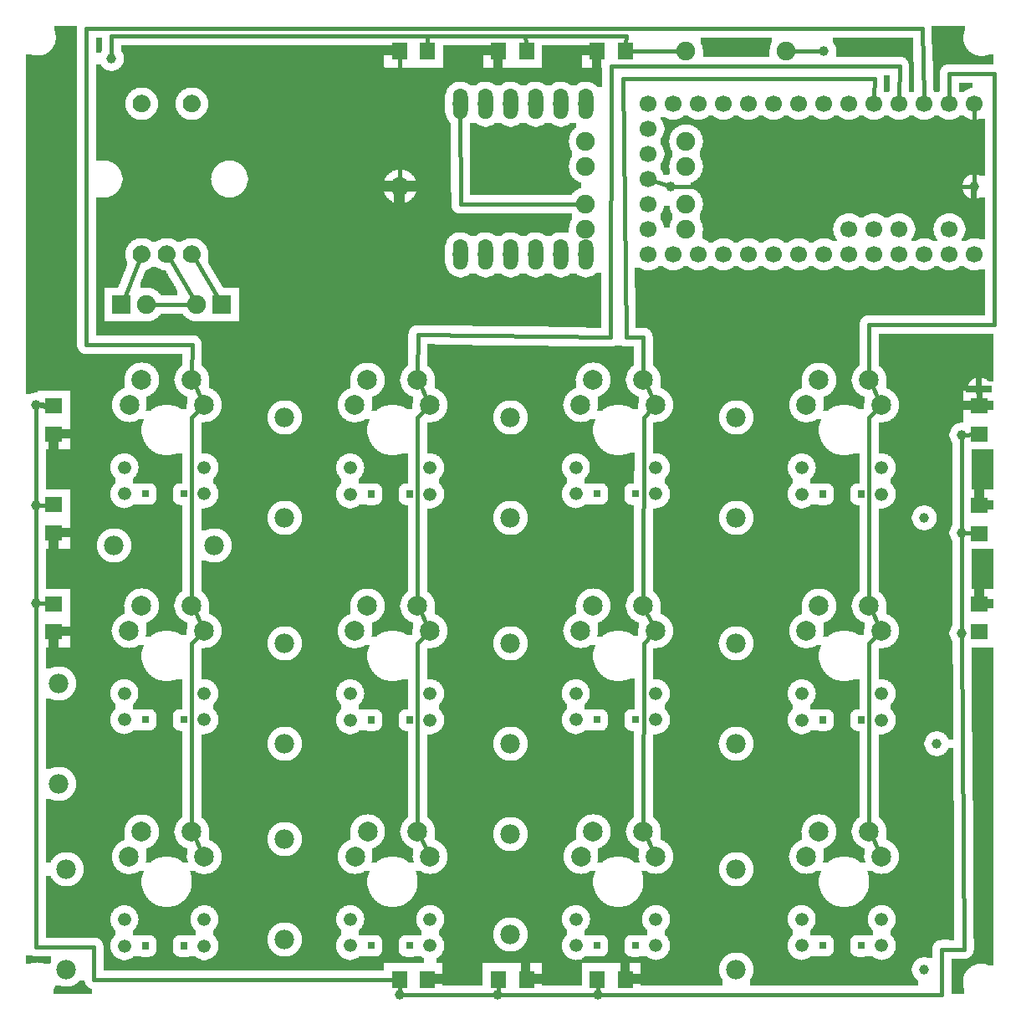
<source format=gtl>
G04 MADE WITH FRITZING*
G04 WWW.FRITZING.ORG*
G04 DOUBLE SIDED*
G04 HOLES PLATED*
G04 CONTOUR ON CENTER OF CONTOUR VECTOR*
%ASAXBY*%
%FSLAX23Y23*%
%MOIN*%
%OFA0B0*%
%SFA1.0B1.0*%
%ADD10C,0.075000*%
%ADD11C,0.039370*%
%ADD12C,0.066889*%
%ADD13C,0.078000*%
%ADD14C,0.070000*%
%ADD15C,0.052361*%
%ADD16C,0.078639*%
%ADD17C,0.075433*%
%ADD18C,0.058759*%
%ADD19R,0.062992X0.070984*%
%ADD20R,0.070984X0.062992*%
%ADD21R,0.075000X0.075000*%
%ADD22C,0.016000*%
%ADD23C,0.024000*%
%ADD24R,0.001000X0.001000*%
%LNCOPPER1*%
G90*
G70*
G54D10*
X2670Y3797D03*
X3070Y3797D03*
G54D11*
X3220Y3797D03*
X80Y2387D03*
G54D12*
X2520Y2987D03*
X2620Y2987D03*
X2720Y2987D03*
X2820Y2987D03*
X2920Y2987D03*
X3020Y2987D03*
X3120Y2987D03*
X3220Y2987D03*
X3320Y2987D03*
X3420Y2987D03*
X3520Y2987D03*
X3620Y2987D03*
X3720Y2987D03*
X3820Y2987D03*
X3720Y3087D03*
X3420Y3087D03*
X3520Y3087D03*
X2520Y3587D03*
X2620Y3587D03*
X2720Y3587D03*
X2820Y3587D03*
X2920Y3587D03*
X3020Y3587D03*
X3120Y3587D03*
X3220Y3587D03*
X3320Y3587D03*
X3420Y3587D03*
X3520Y3587D03*
X3620Y3587D03*
X3720Y3587D03*
X3820Y3587D03*
X3320Y3087D03*
X2520Y3387D03*
X2520Y3487D03*
X2520Y3287D03*
X2520Y3087D03*
X2520Y3187D03*
G54D11*
X380Y3767D03*
G54D10*
X2270Y3087D03*
X2670Y3087D03*
X2270Y3437D03*
X2670Y3437D03*
X2270Y3337D03*
X2670Y3337D03*
X2270Y3187D03*
X2670Y3187D03*
G54D13*
X200Y537D03*
X200Y137D03*
X200Y537D03*
X200Y137D03*
X200Y537D03*
X200Y137D03*
X1070Y657D03*
X1070Y257D03*
X1070Y657D03*
X1070Y257D03*
X1070Y657D03*
X1070Y257D03*
X1970Y677D03*
X1970Y277D03*
X1970Y677D03*
X1970Y277D03*
X1970Y677D03*
X1970Y277D03*
X2870Y537D03*
X2870Y137D03*
X2870Y537D03*
X2870Y137D03*
X2870Y537D03*
X2870Y137D03*
X2870Y1437D03*
X2870Y1037D03*
X2870Y1437D03*
X2870Y1037D03*
X2870Y1437D03*
X2870Y1037D03*
X1970Y1437D03*
X1970Y1037D03*
X1970Y1437D03*
X1970Y1037D03*
X1970Y1437D03*
X1970Y1037D03*
X1070Y1437D03*
X1070Y1037D03*
X1070Y1437D03*
X1070Y1037D03*
X1070Y1437D03*
X1070Y1037D03*
X170Y1277D03*
X170Y877D03*
X170Y1277D03*
X170Y877D03*
X170Y1277D03*
X170Y877D03*
X2870Y2337D03*
X2870Y1937D03*
X2870Y2337D03*
X2870Y1937D03*
X2870Y2337D03*
X2870Y1937D03*
X1970Y2337D03*
X1970Y1937D03*
X1970Y2337D03*
X1970Y1937D03*
X1970Y2337D03*
X1970Y1937D03*
X1070Y2337D03*
X1070Y1937D03*
X1070Y2337D03*
X1070Y1937D03*
X1070Y2337D03*
X1070Y1937D03*
X390Y1827D03*
X790Y1827D03*
X390Y1827D03*
X790Y1827D03*
X390Y1827D03*
X790Y1827D03*
G54D10*
X820Y2787D03*
X720Y2787D03*
X820Y2787D03*
X720Y2787D03*
X420Y2787D03*
X520Y2787D03*
X420Y2787D03*
X520Y2787D03*
G54D14*
X500Y2987D03*
X600Y2987D03*
X700Y2987D03*
X500Y3587D03*
X700Y3587D03*
G54D15*
X750Y1238D03*
X431Y1238D03*
X750Y1132D03*
X431Y1132D03*
G54D16*
X450Y1487D03*
X500Y1587D03*
X700Y1587D03*
X750Y1487D03*
G54D15*
X750Y337D03*
X431Y337D03*
X750Y231D03*
X431Y231D03*
G54D16*
X450Y586D03*
X500Y686D03*
X700Y686D03*
X750Y586D03*
G54D15*
X3450Y2137D03*
X3131Y2137D03*
X3450Y2031D03*
X3131Y2031D03*
G54D16*
X3150Y2386D03*
X3200Y2486D03*
X3400Y2486D03*
X3450Y2386D03*
G54D15*
X2550Y2138D03*
X2231Y2138D03*
X2550Y2032D03*
X2231Y2032D03*
G54D16*
X2250Y2387D03*
X2300Y2487D03*
X2500Y2487D03*
X2550Y2387D03*
G54D15*
X1650Y2137D03*
X1331Y2137D03*
X1650Y2031D03*
X1331Y2031D03*
G54D16*
X1350Y2386D03*
X1400Y2486D03*
X1600Y2486D03*
X1650Y2386D03*
G54D15*
X750Y2138D03*
X431Y2138D03*
X750Y2032D03*
X431Y2032D03*
G54D16*
X451Y2387D03*
X500Y2487D03*
X700Y2487D03*
X750Y2387D03*
G54D15*
X3450Y1237D03*
X3131Y1237D03*
X3450Y1131D03*
X3131Y1131D03*
G54D16*
X3150Y1486D03*
X3200Y1586D03*
X3400Y1586D03*
X3450Y1486D03*
G54D15*
X2550Y1238D03*
X2231Y1238D03*
X2550Y1132D03*
X2231Y1132D03*
G54D16*
X2250Y1487D03*
X2300Y1587D03*
X2500Y1587D03*
X2550Y1487D03*
G54D15*
X1650Y1237D03*
X1331Y1237D03*
X1650Y1131D03*
X1331Y1131D03*
G54D16*
X1350Y1486D03*
X1400Y1586D03*
X1600Y1586D03*
X1650Y1486D03*
G54D15*
X1650Y338D03*
X1331Y338D03*
X1650Y232D03*
X1331Y232D03*
G54D16*
X1351Y587D03*
X1401Y687D03*
X1600Y687D03*
X1650Y587D03*
G54D15*
X2550Y338D03*
X2231Y338D03*
X2550Y232D03*
X2231Y232D03*
G54D16*
X2251Y587D03*
X2300Y687D03*
X2500Y687D03*
X2550Y587D03*
G54D15*
X3450Y338D03*
X3131Y338D03*
X3450Y232D03*
X3131Y232D03*
G54D16*
X3150Y587D03*
X3200Y687D03*
X3400Y687D03*
X3450Y587D03*
G54D11*
X3670Y1037D03*
X3620Y137D03*
G54D17*
X1530Y3257D03*
G54D10*
X3716Y3841D03*
X2797Y3453D03*
X1884Y3421D03*
X119Y3696D03*
G54D11*
X2610Y3257D03*
X3820Y3257D03*
X3840Y2447D03*
G54D18*
X1770Y3586D03*
X1870Y3586D03*
X1970Y3586D03*
X2070Y3586D03*
X2170Y3586D03*
X2270Y3587D03*
X1770Y2986D03*
X1870Y2986D03*
X1970Y2986D03*
X2070Y2986D03*
X2170Y2986D03*
X2270Y2987D03*
G54D11*
X3620Y1937D03*
X80Y1987D03*
X80Y1597D03*
X2320Y37D03*
X1920Y37D03*
X1530Y37D03*
X3770Y1477D03*
X3770Y1877D03*
X3770Y2267D03*
G54D19*
X1528Y3797D03*
X1640Y3797D03*
G54D20*
X150Y1877D03*
X150Y1989D03*
G54D19*
X2315Y3797D03*
X2427Y3797D03*
G54D20*
X3840Y1594D03*
X3840Y1482D03*
G54D21*
X820Y2787D03*
X820Y2787D03*
G54D20*
X3840Y1987D03*
X3840Y1875D03*
G54D21*
X420Y2787D03*
X420Y2787D03*
G54D20*
X150Y2270D03*
X150Y2382D03*
G54D19*
X1639Y97D03*
X1527Y97D03*
X1923Y3797D03*
X2035Y3797D03*
G54D20*
X3840Y2383D03*
X3840Y2271D03*
X150Y1483D03*
X150Y1594D03*
G54D19*
X2427Y97D03*
X2315Y97D03*
X2034Y97D03*
X1922Y97D03*
G54D22*
X701Y2628D02*
X700Y2511D01*
D02*
X280Y2627D02*
X701Y2628D01*
D02*
X280Y3887D02*
X280Y2627D01*
D02*
X3611Y3887D02*
X280Y3887D01*
D02*
X3619Y3612D02*
X3611Y3887D01*
G54D23*
D02*
X99Y2386D02*
X120Y2384D01*
G54D22*
D02*
X309Y97D02*
X1501Y97D01*
D02*
X310Y228D02*
X309Y97D01*
D02*
X80Y228D02*
X310Y228D01*
D02*
X80Y1584D02*
X80Y228D01*
D02*
X3207Y3797D02*
X3093Y3797D01*
D02*
X2647Y3797D02*
X2453Y3797D01*
D02*
X2502Y2337D02*
X2500Y1611D01*
D02*
X2533Y2370D02*
X2502Y2337D01*
D02*
X1633Y2369D02*
X1600Y2337D01*
D02*
X1600Y2337D02*
X1600Y1610D01*
D02*
X697Y2787D02*
X543Y2787D01*
D02*
X429Y2808D02*
X493Y2968D01*
D02*
X708Y2807D02*
X611Y2969D01*
D02*
X808Y2807D02*
X711Y2969D01*
D02*
X1611Y1565D02*
X1639Y1508D01*
D02*
X711Y1566D02*
X739Y1509D01*
D02*
X1611Y665D02*
X1639Y609D01*
D02*
X711Y665D02*
X739Y608D01*
D02*
X2539Y2409D02*
X2511Y2466D01*
D02*
X3439Y2408D02*
X3411Y2465D01*
D02*
X3439Y1508D02*
X3411Y1565D01*
D02*
X3439Y609D02*
X3411Y666D01*
D02*
X2539Y609D02*
X2511Y666D01*
D02*
X2539Y1509D02*
X2510Y1565D01*
D02*
X699Y1436D02*
X700Y710D01*
D02*
X733Y1470D02*
X699Y1436D01*
D02*
X699Y2337D02*
X700Y1611D01*
D02*
X733Y2370D02*
X699Y2337D01*
D02*
X739Y2409D02*
X711Y2466D01*
D02*
X1639Y2408D02*
X1611Y2465D01*
D02*
X1600Y1436D02*
X1600Y711D01*
D02*
X1633Y1469D02*
X1600Y1436D01*
D02*
X3400Y2337D02*
X3400Y1610D01*
D02*
X3433Y2369D02*
X3400Y2337D01*
D02*
X2502Y1436D02*
X2533Y1469D01*
D02*
X2500Y711D02*
X2502Y1436D01*
D02*
X3400Y1436D02*
X3433Y1469D01*
D02*
X3400Y711D02*
X3400Y1436D01*
D02*
X3900Y2707D02*
X3899Y3708D01*
D02*
X3899Y3708D02*
X3719Y3708D01*
D02*
X3719Y3708D02*
X3720Y3612D01*
D02*
X3400Y2510D02*
X3400Y2707D01*
D02*
X1601Y2667D02*
X2370Y2657D01*
D02*
X2370Y2657D02*
X2371Y3737D01*
D02*
X2371Y3737D02*
X3521Y3737D01*
D02*
X3521Y3737D02*
X3520Y3612D01*
D02*
X1600Y2510D02*
X1601Y2667D01*
D02*
X2499Y2657D02*
X2431Y2657D01*
D02*
X2431Y2657D02*
X2419Y3686D01*
D02*
X2419Y3686D02*
X3421Y3686D01*
D02*
X3421Y3686D02*
X3420Y3612D01*
D02*
X2500Y2511D02*
X2499Y2657D01*
D02*
X3779Y218D02*
X3770Y1464D01*
D02*
X3690Y218D02*
X3779Y218D01*
D02*
X2334Y37D02*
X3689Y36D01*
D02*
X3689Y36D02*
X3690Y218D01*
D02*
X3400Y2707D02*
X3900Y2707D01*
D02*
X3820Y3562D02*
X3820Y3270D01*
D02*
X3807Y3257D02*
X2624Y3257D01*
D02*
X2592Y3263D02*
X2549Y3277D01*
D02*
X1530Y3280D02*
X1528Y3767D01*
G54D23*
D02*
X3840Y2409D02*
X3840Y2428D01*
G54D22*
D02*
X1771Y3187D02*
X1770Y3565D01*
D02*
X2247Y3187D02*
X1771Y3187D01*
D02*
X120Y1988D02*
X94Y1987D01*
D02*
X120Y1596D02*
X94Y1597D01*
D02*
X80Y1974D02*
X80Y1610D01*
D02*
X80Y2374D02*
X80Y2000D01*
D02*
X1529Y67D02*
X1529Y56D01*
D02*
X1549Y37D02*
X1901Y37D01*
D02*
X1921Y56D02*
X1921Y67D01*
D02*
X1939Y37D02*
X2301Y37D01*
D02*
X2319Y56D02*
X2318Y67D01*
D02*
X3810Y2269D02*
X3789Y2268D01*
D02*
X3770Y1490D02*
X3770Y1864D01*
D02*
X3784Y1877D02*
X3810Y1876D01*
D02*
X3770Y1896D02*
X3770Y2248D01*
D02*
X380Y3857D02*
X380Y3786D01*
D02*
X1640Y3827D02*
X1639Y3857D01*
D02*
X1639Y3857D02*
X380Y3857D01*
D02*
X2030Y3857D02*
X2032Y3827D01*
D02*
X1640Y3827D02*
X1639Y3857D01*
D02*
X1639Y3857D02*
X2030Y3857D01*
D02*
X2030Y3857D02*
X2032Y3827D01*
D02*
X2429Y3827D02*
X2431Y3857D01*
D02*
X2431Y3857D02*
X2030Y3857D01*
G36*
X3650Y3897D02*
X3650Y3825D01*
X3652Y3825D01*
X3652Y3777D01*
X3836Y3777D01*
X3836Y3779D01*
X3826Y3779D01*
X3826Y3781D01*
X3822Y3781D01*
X3822Y3783D01*
X3816Y3783D01*
X3816Y3785D01*
X3814Y3785D01*
X3814Y3787D01*
X3810Y3787D01*
X3810Y3789D01*
X3806Y3789D01*
X3806Y3791D01*
X3804Y3791D01*
X3804Y3793D01*
X3802Y3793D01*
X3802Y3795D01*
X3800Y3795D01*
X3800Y3797D01*
X3796Y3797D01*
X3796Y3801D01*
X3794Y3801D01*
X3794Y3803D01*
X3792Y3803D01*
X3792Y3805D01*
X3790Y3805D01*
X3790Y3807D01*
X3788Y3807D01*
X3788Y3811D01*
X3786Y3811D01*
X3786Y3813D01*
X3784Y3813D01*
X3784Y3817D01*
X3782Y3817D01*
X3782Y3823D01*
X3780Y3823D01*
X3780Y3827D01*
X3778Y3827D01*
X3778Y3835D01*
X3776Y3835D01*
X3776Y3863D01*
X3778Y3863D01*
X3778Y3871D01*
X3780Y3871D01*
X3780Y3877D01*
X3782Y3877D01*
X3782Y3897D01*
X3650Y3897D01*
G37*
D02*
G36*
X3876Y3783D02*
X3876Y3781D01*
X3870Y3781D01*
X3870Y3779D01*
X3862Y3779D01*
X3862Y3777D01*
X3896Y3777D01*
X3896Y3783D01*
X3876Y3783D01*
G37*
D02*
G36*
X3652Y3777D02*
X3652Y3775D01*
X3896Y3775D01*
X3896Y3777D01*
X3652Y3777D01*
G37*
D02*
G36*
X3652Y3777D02*
X3652Y3775D01*
X3896Y3775D01*
X3896Y3777D01*
X3652Y3777D01*
G37*
D02*
G36*
X3652Y3775D02*
X3652Y3757D01*
X3654Y3757D01*
X3654Y3687D01*
X3656Y3687D01*
X3656Y3639D01*
X3658Y3639D01*
X3658Y3637D01*
X3660Y3637D01*
X3660Y3635D01*
X3680Y3635D01*
X3680Y3637D01*
X3682Y3637D01*
X3682Y3719D01*
X3684Y3719D01*
X3684Y3723D01*
X3686Y3723D01*
X3686Y3727D01*
X3688Y3727D01*
X3688Y3731D01*
X3690Y3731D01*
X3690Y3733D01*
X3692Y3733D01*
X3692Y3735D01*
X3694Y3735D01*
X3694Y3737D01*
X3696Y3737D01*
X3696Y3739D01*
X3700Y3739D01*
X3700Y3741D01*
X3704Y3741D01*
X3704Y3743D01*
X3708Y3743D01*
X3708Y3745D01*
X3896Y3745D01*
X3896Y3775D01*
X3652Y3775D01*
G37*
D02*
G36*
X318Y3849D02*
X318Y3791D01*
X338Y3791D01*
X338Y3795D01*
X340Y3795D01*
X340Y3797D01*
X342Y3797D01*
X342Y3849D01*
X318Y3849D01*
G37*
D02*
G36*
X2728Y3849D02*
X2728Y3829D01*
X2730Y3829D01*
X2730Y3825D01*
X2732Y3825D01*
X2732Y3821D01*
X2734Y3821D01*
X2734Y3815D01*
X2736Y3815D01*
X2736Y3805D01*
X2738Y3805D01*
X2738Y3775D01*
X3002Y3775D01*
X3002Y3803D01*
X3004Y3803D01*
X3004Y3815D01*
X3006Y3815D01*
X3006Y3821D01*
X3008Y3821D01*
X3008Y3825D01*
X3010Y3825D01*
X3010Y3829D01*
X3012Y3829D01*
X3012Y3849D01*
X2728Y3849D01*
G37*
D02*
G36*
X3256Y3849D02*
X3256Y3829D01*
X3258Y3829D01*
X3258Y3827D01*
X3260Y3827D01*
X3260Y3825D01*
X3262Y3825D01*
X3262Y3821D01*
X3264Y3821D01*
X3264Y3817D01*
X3266Y3817D01*
X3266Y3813D01*
X3268Y3813D01*
X3268Y3805D01*
X3270Y3805D01*
X3270Y3775D01*
X3530Y3775D01*
X3530Y3773D01*
X3536Y3773D01*
X3536Y3771D01*
X3540Y3771D01*
X3540Y3769D01*
X3544Y3769D01*
X3544Y3767D01*
X3546Y3767D01*
X3546Y3765D01*
X3548Y3765D01*
X3548Y3763D01*
X3550Y3763D01*
X3550Y3761D01*
X3552Y3761D01*
X3552Y3757D01*
X3554Y3757D01*
X3554Y3753D01*
X3556Y3753D01*
X3556Y3747D01*
X3558Y3747D01*
X3558Y3637D01*
X3560Y3637D01*
X3560Y3635D01*
X3580Y3635D01*
X3580Y3687D01*
X3578Y3687D01*
X3578Y3755D01*
X3576Y3755D01*
X3576Y3823D01*
X3574Y3823D01*
X3574Y3849D01*
X3256Y3849D01*
G37*
D02*
G36*
X3458Y3699D02*
X3458Y3637D01*
X3460Y3637D01*
X3460Y3635D01*
X3480Y3635D01*
X3480Y3637D01*
X3482Y3637D01*
X3482Y3699D01*
X3458Y3699D01*
G37*
D02*
G36*
X3758Y3669D02*
X3758Y3637D01*
X3760Y3637D01*
X3760Y3635D01*
X3780Y3635D01*
X3780Y3637D01*
X3782Y3637D01*
X3782Y3639D01*
X3786Y3639D01*
X3786Y3641D01*
X3788Y3641D01*
X3788Y3643D01*
X3792Y3643D01*
X3792Y3645D01*
X3796Y3645D01*
X3796Y3647D01*
X3802Y3647D01*
X3802Y3649D01*
X3812Y3649D01*
X3812Y3669D01*
X3758Y3669D01*
G37*
D02*
G36*
X2660Y3539D02*
X2660Y3537D01*
X2658Y3537D01*
X2658Y3535D01*
X2654Y3535D01*
X2654Y3533D01*
X2652Y3533D01*
X2652Y3531D01*
X2648Y3531D01*
X2648Y3529D01*
X2644Y3529D01*
X2644Y3527D01*
X2636Y3527D01*
X2636Y3525D01*
X2626Y3525D01*
X2626Y3523D01*
X2714Y3523D01*
X2714Y3525D01*
X2702Y3525D01*
X2702Y3527D01*
X2696Y3527D01*
X2696Y3529D01*
X2692Y3529D01*
X2692Y3531D01*
X2688Y3531D01*
X2688Y3533D01*
X2686Y3533D01*
X2686Y3535D01*
X2682Y3535D01*
X2682Y3537D01*
X2680Y3537D01*
X2680Y3539D01*
X2660Y3539D01*
G37*
D02*
G36*
X2760Y3539D02*
X2760Y3537D01*
X2758Y3537D01*
X2758Y3535D01*
X2754Y3535D01*
X2754Y3533D01*
X2752Y3533D01*
X2752Y3531D01*
X2748Y3531D01*
X2748Y3529D01*
X2744Y3529D01*
X2744Y3527D01*
X2736Y3527D01*
X2736Y3525D01*
X2726Y3525D01*
X2726Y3523D01*
X2814Y3523D01*
X2814Y3525D01*
X2802Y3525D01*
X2802Y3527D01*
X2796Y3527D01*
X2796Y3529D01*
X2792Y3529D01*
X2792Y3531D01*
X2788Y3531D01*
X2788Y3533D01*
X2786Y3533D01*
X2786Y3535D01*
X2782Y3535D01*
X2782Y3537D01*
X2780Y3537D01*
X2780Y3539D01*
X2760Y3539D01*
G37*
D02*
G36*
X2860Y3539D02*
X2860Y3537D01*
X2858Y3537D01*
X2858Y3535D01*
X2854Y3535D01*
X2854Y3533D01*
X2852Y3533D01*
X2852Y3531D01*
X2848Y3531D01*
X2848Y3529D01*
X2844Y3529D01*
X2844Y3527D01*
X2836Y3527D01*
X2836Y3525D01*
X2826Y3525D01*
X2826Y3523D01*
X2914Y3523D01*
X2914Y3525D01*
X2902Y3525D01*
X2902Y3527D01*
X2896Y3527D01*
X2896Y3529D01*
X2892Y3529D01*
X2892Y3531D01*
X2888Y3531D01*
X2888Y3533D01*
X2886Y3533D01*
X2886Y3535D01*
X2882Y3535D01*
X2882Y3537D01*
X2880Y3537D01*
X2880Y3539D01*
X2860Y3539D01*
G37*
D02*
G36*
X2960Y3539D02*
X2960Y3537D01*
X2958Y3537D01*
X2958Y3535D01*
X2954Y3535D01*
X2954Y3533D01*
X2952Y3533D01*
X2952Y3531D01*
X2948Y3531D01*
X2948Y3529D01*
X2944Y3529D01*
X2944Y3527D01*
X2936Y3527D01*
X2936Y3525D01*
X2926Y3525D01*
X2926Y3523D01*
X3014Y3523D01*
X3014Y3525D01*
X3002Y3525D01*
X3002Y3527D01*
X2996Y3527D01*
X2996Y3529D01*
X2992Y3529D01*
X2992Y3531D01*
X2988Y3531D01*
X2988Y3533D01*
X2986Y3533D01*
X2986Y3535D01*
X2982Y3535D01*
X2982Y3537D01*
X2980Y3537D01*
X2980Y3539D01*
X2960Y3539D01*
G37*
D02*
G36*
X3060Y3539D02*
X3060Y3537D01*
X3058Y3537D01*
X3058Y3535D01*
X3054Y3535D01*
X3054Y3533D01*
X3052Y3533D01*
X3052Y3531D01*
X3048Y3531D01*
X3048Y3529D01*
X3044Y3529D01*
X3044Y3527D01*
X3036Y3527D01*
X3036Y3525D01*
X3026Y3525D01*
X3026Y3523D01*
X3114Y3523D01*
X3114Y3525D01*
X3102Y3525D01*
X3102Y3527D01*
X3096Y3527D01*
X3096Y3529D01*
X3092Y3529D01*
X3092Y3531D01*
X3088Y3531D01*
X3088Y3533D01*
X3086Y3533D01*
X3086Y3535D01*
X3082Y3535D01*
X3082Y3537D01*
X3080Y3537D01*
X3080Y3539D01*
X3060Y3539D01*
G37*
D02*
G36*
X3160Y3539D02*
X3160Y3537D01*
X3158Y3537D01*
X3158Y3535D01*
X3154Y3535D01*
X3154Y3533D01*
X3152Y3533D01*
X3152Y3531D01*
X3148Y3531D01*
X3148Y3529D01*
X3144Y3529D01*
X3144Y3527D01*
X3136Y3527D01*
X3136Y3525D01*
X3126Y3525D01*
X3126Y3523D01*
X3214Y3523D01*
X3214Y3525D01*
X3202Y3525D01*
X3202Y3527D01*
X3196Y3527D01*
X3196Y3529D01*
X3192Y3529D01*
X3192Y3531D01*
X3188Y3531D01*
X3188Y3533D01*
X3186Y3533D01*
X3186Y3535D01*
X3182Y3535D01*
X3182Y3537D01*
X3180Y3537D01*
X3180Y3539D01*
X3160Y3539D01*
G37*
D02*
G36*
X3260Y3539D02*
X3260Y3537D01*
X3258Y3537D01*
X3258Y3535D01*
X3254Y3535D01*
X3254Y3533D01*
X3252Y3533D01*
X3252Y3531D01*
X3248Y3531D01*
X3248Y3529D01*
X3244Y3529D01*
X3244Y3527D01*
X3236Y3527D01*
X3236Y3525D01*
X3226Y3525D01*
X3226Y3523D01*
X3314Y3523D01*
X3314Y3525D01*
X3302Y3525D01*
X3302Y3527D01*
X3296Y3527D01*
X3296Y3529D01*
X3292Y3529D01*
X3292Y3531D01*
X3288Y3531D01*
X3288Y3533D01*
X3286Y3533D01*
X3286Y3535D01*
X3282Y3535D01*
X3282Y3537D01*
X3280Y3537D01*
X3280Y3539D01*
X3260Y3539D01*
G37*
D02*
G36*
X3360Y3539D02*
X3360Y3537D01*
X3358Y3537D01*
X3358Y3535D01*
X3354Y3535D01*
X3354Y3533D01*
X3352Y3533D01*
X3352Y3531D01*
X3348Y3531D01*
X3348Y3529D01*
X3344Y3529D01*
X3344Y3527D01*
X3336Y3527D01*
X3336Y3525D01*
X3326Y3525D01*
X3326Y3523D01*
X3412Y3523D01*
X3412Y3525D01*
X3402Y3525D01*
X3402Y3527D01*
X3396Y3527D01*
X3396Y3529D01*
X3392Y3529D01*
X3392Y3531D01*
X3388Y3531D01*
X3388Y3533D01*
X3386Y3533D01*
X3386Y3535D01*
X3382Y3535D01*
X3382Y3537D01*
X3380Y3537D01*
X3380Y3539D01*
X3360Y3539D01*
G37*
D02*
G36*
X3460Y3539D02*
X3460Y3537D01*
X3458Y3537D01*
X3458Y3535D01*
X3454Y3535D01*
X3454Y3533D01*
X3452Y3533D01*
X3452Y3531D01*
X3448Y3531D01*
X3448Y3529D01*
X3444Y3529D01*
X3444Y3527D01*
X3436Y3527D01*
X3436Y3525D01*
X3426Y3525D01*
X3426Y3523D01*
X3514Y3523D01*
X3514Y3525D01*
X3502Y3525D01*
X3502Y3527D01*
X3496Y3527D01*
X3496Y3529D01*
X3492Y3529D01*
X3492Y3531D01*
X3488Y3531D01*
X3488Y3533D01*
X3486Y3533D01*
X3486Y3535D01*
X3482Y3535D01*
X3482Y3537D01*
X3480Y3537D01*
X3480Y3539D01*
X3460Y3539D01*
G37*
D02*
G36*
X3560Y3539D02*
X3560Y3537D01*
X3558Y3537D01*
X3558Y3535D01*
X3554Y3535D01*
X3554Y3533D01*
X3552Y3533D01*
X3552Y3531D01*
X3548Y3531D01*
X3548Y3529D01*
X3544Y3529D01*
X3544Y3527D01*
X3536Y3527D01*
X3536Y3525D01*
X3526Y3525D01*
X3526Y3523D01*
X3614Y3523D01*
X3614Y3525D01*
X3602Y3525D01*
X3602Y3527D01*
X3596Y3527D01*
X3596Y3529D01*
X3592Y3529D01*
X3592Y3531D01*
X3588Y3531D01*
X3588Y3533D01*
X3586Y3533D01*
X3586Y3535D01*
X3582Y3535D01*
X3582Y3537D01*
X3580Y3537D01*
X3580Y3539D01*
X3560Y3539D01*
G37*
D02*
G36*
X3660Y3539D02*
X3660Y3537D01*
X3658Y3537D01*
X3658Y3535D01*
X3654Y3535D01*
X3654Y3533D01*
X3652Y3533D01*
X3652Y3531D01*
X3648Y3531D01*
X3648Y3529D01*
X3644Y3529D01*
X3644Y3527D01*
X3636Y3527D01*
X3636Y3525D01*
X3626Y3525D01*
X3626Y3523D01*
X3714Y3523D01*
X3714Y3525D01*
X3702Y3525D01*
X3702Y3527D01*
X3696Y3527D01*
X3696Y3529D01*
X3692Y3529D01*
X3692Y3531D01*
X3688Y3531D01*
X3688Y3533D01*
X3686Y3533D01*
X3686Y3535D01*
X3682Y3535D01*
X3682Y3537D01*
X3680Y3537D01*
X3680Y3539D01*
X3660Y3539D01*
G37*
D02*
G36*
X3760Y3539D02*
X3760Y3537D01*
X3758Y3537D01*
X3758Y3535D01*
X3754Y3535D01*
X3754Y3533D01*
X3752Y3533D01*
X3752Y3531D01*
X3748Y3531D01*
X3748Y3529D01*
X3744Y3529D01*
X3744Y3527D01*
X3736Y3527D01*
X3736Y3525D01*
X3726Y3525D01*
X3726Y3523D01*
X3814Y3523D01*
X3814Y3525D01*
X3802Y3525D01*
X3802Y3527D01*
X3796Y3527D01*
X3796Y3529D01*
X3792Y3529D01*
X3792Y3531D01*
X3788Y3531D01*
X3788Y3533D01*
X3786Y3533D01*
X3786Y3535D01*
X3782Y3535D01*
X3782Y3537D01*
X3780Y3537D01*
X3780Y3539D01*
X3760Y3539D01*
G37*
D02*
G36*
X2568Y3533D02*
X2568Y3527D01*
X2570Y3527D01*
X2570Y3525D01*
X2572Y3525D01*
X2572Y3523D01*
X2614Y3523D01*
X2614Y3525D01*
X2602Y3525D01*
X2602Y3527D01*
X2596Y3527D01*
X2596Y3529D01*
X2592Y3529D01*
X2592Y3531D01*
X2588Y3531D01*
X2588Y3533D01*
X2568Y3533D01*
G37*
D02*
G36*
X3836Y3527D02*
X3836Y3525D01*
X3826Y3525D01*
X3826Y3523D01*
X3862Y3523D01*
X3862Y3527D01*
X3836Y3527D01*
G37*
D02*
G36*
X2572Y3523D02*
X2572Y3521D01*
X3862Y3521D01*
X3862Y3523D01*
X2572Y3523D01*
G37*
D02*
G36*
X2572Y3523D02*
X2572Y3521D01*
X3862Y3521D01*
X3862Y3523D01*
X2572Y3523D01*
G37*
D02*
G36*
X2572Y3523D02*
X2572Y3521D01*
X3862Y3521D01*
X3862Y3523D01*
X2572Y3523D01*
G37*
D02*
G36*
X2572Y3523D02*
X2572Y3521D01*
X3862Y3521D01*
X3862Y3523D01*
X2572Y3523D01*
G37*
D02*
G36*
X2572Y3523D02*
X2572Y3521D01*
X3862Y3521D01*
X3862Y3523D01*
X2572Y3523D01*
G37*
D02*
G36*
X2572Y3523D02*
X2572Y3521D01*
X3862Y3521D01*
X3862Y3523D01*
X2572Y3523D01*
G37*
D02*
G36*
X2572Y3523D02*
X2572Y3521D01*
X3862Y3521D01*
X3862Y3523D01*
X2572Y3523D01*
G37*
D02*
G36*
X2572Y3523D02*
X2572Y3521D01*
X3862Y3521D01*
X3862Y3523D01*
X2572Y3523D01*
G37*
D02*
G36*
X2572Y3523D02*
X2572Y3521D01*
X3862Y3521D01*
X3862Y3523D01*
X2572Y3523D01*
G37*
D02*
G36*
X2572Y3523D02*
X2572Y3521D01*
X3862Y3521D01*
X3862Y3523D01*
X2572Y3523D01*
G37*
D02*
G36*
X2572Y3523D02*
X2572Y3521D01*
X3862Y3521D01*
X3862Y3523D01*
X2572Y3523D01*
G37*
D02*
G36*
X2572Y3523D02*
X2572Y3521D01*
X3862Y3521D01*
X3862Y3523D01*
X2572Y3523D01*
G37*
D02*
G36*
X2572Y3523D02*
X2572Y3521D01*
X3862Y3521D01*
X3862Y3523D01*
X2572Y3523D01*
G37*
D02*
G36*
X2572Y3523D02*
X2572Y3521D01*
X3862Y3521D01*
X3862Y3523D01*
X2572Y3523D01*
G37*
D02*
G36*
X2574Y3521D02*
X2574Y3519D01*
X2576Y3519D01*
X2576Y3515D01*
X2578Y3515D01*
X2578Y3509D01*
X2580Y3509D01*
X2580Y3505D01*
X2678Y3505D01*
X2678Y3503D01*
X2688Y3503D01*
X2688Y3501D01*
X2694Y3501D01*
X2694Y3499D01*
X2698Y3499D01*
X2698Y3497D01*
X2702Y3497D01*
X2702Y3495D01*
X2706Y3495D01*
X2706Y3493D01*
X2708Y3493D01*
X2708Y3491D01*
X2712Y3491D01*
X2712Y3489D01*
X2714Y3489D01*
X2714Y3487D01*
X2716Y3487D01*
X2716Y3485D01*
X2718Y3485D01*
X2718Y3483D01*
X2720Y3483D01*
X2720Y3481D01*
X2722Y3481D01*
X2722Y3479D01*
X2724Y3479D01*
X2724Y3475D01*
X2726Y3475D01*
X2726Y3473D01*
X2728Y3473D01*
X2728Y3469D01*
X2730Y3469D01*
X2730Y3465D01*
X2732Y3465D01*
X2732Y3461D01*
X2734Y3461D01*
X2734Y3455D01*
X2736Y3455D01*
X2736Y3443D01*
X2738Y3443D01*
X2738Y3431D01*
X2736Y3431D01*
X2736Y3419D01*
X2734Y3419D01*
X2734Y3413D01*
X2732Y3413D01*
X2732Y3409D01*
X2730Y3409D01*
X2730Y3405D01*
X2728Y3405D01*
X2728Y3401D01*
X2726Y3401D01*
X2726Y3399D01*
X2724Y3399D01*
X2724Y3375D01*
X2726Y3375D01*
X2726Y3373D01*
X2728Y3373D01*
X2728Y3369D01*
X2730Y3369D01*
X2730Y3365D01*
X2732Y3365D01*
X2732Y3361D01*
X2734Y3361D01*
X2734Y3355D01*
X2736Y3355D01*
X2736Y3343D01*
X2738Y3343D01*
X2738Y3331D01*
X2736Y3331D01*
X2736Y3319D01*
X2734Y3319D01*
X2734Y3313D01*
X2732Y3313D01*
X2732Y3309D01*
X2730Y3309D01*
X2730Y3307D01*
X3828Y3307D01*
X3828Y3305D01*
X3836Y3305D01*
X3836Y3303D01*
X3840Y3303D01*
X3840Y3301D01*
X3862Y3301D01*
X3862Y3521D01*
X2574Y3521D01*
G37*
D02*
G36*
X2580Y3505D02*
X2580Y3503D01*
X2582Y3503D01*
X2582Y3493D01*
X2584Y3493D01*
X2584Y3481D01*
X2582Y3481D01*
X2582Y3471D01*
X2580Y3471D01*
X2580Y3465D01*
X2578Y3465D01*
X2578Y3459D01*
X2576Y3459D01*
X2576Y3455D01*
X2574Y3455D01*
X2574Y3453D01*
X2572Y3453D01*
X2572Y3449D01*
X2570Y3449D01*
X2570Y3447D01*
X2568Y3447D01*
X2568Y3427D01*
X2570Y3427D01*
X2570Y3425D01*
X2572Y3425D01*
X2572Y3421D01*
X2574Y3421D01*
X2574Y3419D01*
X2576Y3419D01*
X2576Y3415D01*
X2578Y3415D01*
X2578Y3409D01*
X2580Y3409D01*
X2580Y3403D01*
X2582Y3403D01*
X2582Y3393D01*
X2584Y3393D01*
X2584Y3381D01*
X2582Y3381D01*
X2582Y3371D01*
X2580Y3371D01*
X2580Y3365D01*
X2578Y3365D01*
X2578Y3359D01*
X2576Y3359D01*
X2576Y3355D01*
X2574Y3355D01*
X2574Y3353D01*
X2572Y3353D01*
X2572Y3349D01*
X2570Y3349D01*
X2570Y3347D01*
X2568Y3347D01*
X2568Y3327D01*
X2570Y3327D01*
X2570Y3325D01*
X2572Y3325D01*
X2572Y3321D01*
X2574Y3321D01*
X2574Y3319D01*
X2576Y3319D01*
X2576Y3315D01*
X2578Y3315D01*
X2578Y3309D01*
X2580Y3309D01*
X2580Y3305D01*
X2602Y3305D01*
X2602Y3307D01*
X2604Y3307D01*
X2604Y3329D01*
X2602Y3329D01*
X2602Y3345D01*
X2604Y3345D01*
X2604Y3355D01*
X2606Y3355D01*
X2606Y3361D01*
X2608Y3361D01*
X2608Y3365D01*
X2610Y3365D01*
X2610Y3369D01*
X2612Y3369D01*
X2612Y3373D01*
X2614Y3373D01*
X2614Y3375D01*
X2616Y3375D01*
X2616Y3399D01*
X2614Y3399D01*
X2614Y3401D01*
X2612Y3401D01*
X2612Y3405D01*
X2610Y3405D01*
X2610Y3409D01*
X2608Y3409D01*
X2608Y3413D01*
X2606Y3413D01*
X2606Y3419D01*
X2604Y3419D01*
X2604Y3429D01*
X2602Y3429D01*
X2602Y3445D01*
X2604Y3445D01*
X2604Y3455D01*
X2606Y3455D01*
X2606Y3461D01*
X2608Y3461D01*
X2608Y3465D01*
X2610Y3465D01*
X2610Y3469D01*
X2612Y3469D01*
X2612Y3473D01*
X2614Y3473D01*
X2614Y3475D01*
X2616Y3475D01*
X2616Y3479D01*
X2618Y3479D01*
X2618Y3481D01*
X2620Y3481D01*
X2620Y3483D01*
X2622Y3483D01*
X2622Y3485D01*
X2624Y3485D01*
X2624Y3487D01*
X2626Y3487D01*
X2626Y3489D01*
X2628Y3489D01*
X2628Y3491D01*
X2632Y3491D01*
X2632Y3493D01*
X2634Y3493D01*
X2634Y3495D01*
X2638Y3495D01*
X2638Y3497D01*
X2642Y3497D01*
X2642Y3499D01*
X2646Y3499D01*
X2646Y3501D01*
X2652Y3501D01*
X2652Y3503D01*
X2662Y3503D01*
X2662Y3505D01*
X2580Y3505D01*
G37*
D02*
G36*
X2730Y3307D02*
X2730Y3305D01*
X2728Y3305D01*
X2728Y3301D01*
X2726Y3301D01*
X2726Y3299D01*
X2724Y3299D01*
X2724Y3295D01*
X2722Y3295D01*
X2722Y3293D01*
X2720Y3293D01*
X2720Y3291D01*
X2718Y3291D01*
X2718Y3289D01*
X2716Y3289D01*
X2716Y3287D01*
X2714Y3287D01*
X2714Y3285D01*
X2712Y3285D01*
X2712Y3283D01*
X2708Y3283D01*
X2708Y3281D01*
X2706Y3281D01*
X2706Y3279D01*
X2702Y3279D01*
X2702Y3277D01*
X2698Y3277D01*
X2698Y3275D01*
X2694Y3275D01*
X2694Y3273D01*
X2688Y3273D01*
X2688Y3251D01*
X2694Y3251D01*
X2694Y3249D01*
X2698Y3249D01*
X2698Y3247D01*
X2702Y3247D01*
X2702Y3245D01*
X2706Y3245D01*
X2706Y3243D01*
X2708Y3243D01*
X2708Y3241D01*
X2712Y3241D01*
X2712Y3239D01*
X2714Y3239D01*
X2714Y3237D01*
X2716Y3237D01*
X2716Y3235D01*
X2718Y3235D01*
X2718Y3233D01*
X2720Y3233D01*
X2720Y3231D01*
X2722Y3231D01*
X2722Y3229D01*
X2724Y3229D01*
X2724Y3225D01*
X2726Y3225D01*
X2726Y3223D01*
X2728Y3223D01*
X2728Y3219D01*
X2730Y3219D01*
X2730Y3215D01*
X2732Y3215D01*
X2732Y3211D01*
X2734Y3211D01*
X2734Y3207D01*
X3812Y3207D01*
X3812Y3209D01*
X3804Y3209D01*
X3804Y3211D01*
X3800Y3211D01*
X3800Y3213D01*
X3796Y3213D01*
X3796Y3215D01*
X3792Y3215D01*
X3792Y3217D01*
X3790Y3217D01*
X3790Y3219D01*
X3788Y3219D01*
X3788Y3221D01*
X3784Y3221D01*
X3784Y3225D01*
X3782Y3225D01*
X3782Y3227D01*
X3780Y3227D01*
X3780Y3229D01*
X3778Y3229D01*
X3778Y3233D01*
X3776Y3233D01*
X3776Y3237D01*
X3774Y3237D01*
X3774Y3243D01*
X3772Y3243D01*
X3772Y3251D01*
X3770Y3251D01*
X3770Y3263D01*
X3772Y3263D01*
X3772Y3271D01*
X3774Y3271D01*
X3774Y3277D01*
X3776Y3277D01*
X3776Y3281D01*
X3778Y3281D01*
X3778Y3285D01*
X3780Y3285D01*
X3780Y3287D01*
X3782Y3287D01*
X3782Y3289D01*
X3784Y3289D01*
X3784Y3293D01*
X3788Y3293D01*
X3788Y3295D01*
X3790Y3295D01*
X3790Y3297D01*
X3792Y3297D01*
X3792Y3299D01*
X3796Y3299D01*
X3796Y3301D01*
X3800Y3301D01*
X3800Y3303D01*
X3804Y3303D01*
X3804Y3305D01*
X3812Y3305D01*
X3812Y3307D01*
X2730Y3307D01*
G37*
D02*
G36*
X3840Y3213D02*
X3840Y3211D01*
X3836Y3211D01*
X3836Y3209D01*
X3828Y3209D01*
X3828Y3207D01*
X3862Y3207D01*
X3862Y3213D01*
X3840Y3213D01*
G37*
D02*
G36*
X2734Y3207D02*
X2734Y3205D01*
X3862Y3205D01*
X3862Y3207D01*
X2734Y3207D01*
G37*
D02*
G36*
X2734Y3207D02*
X2734Y3205D01*
X3862Y3205D01*
X3862Y3207D01*
X2734Y3207D01*
G37*
D02*
G36*
X2736Y3205D02*
X2736Y3193D01*
X2738Y3193D01*
X2738Y3181D01*
X2736Y3181D01*
X2736Y3169D01*
X2734Y3169D01*
X2734Y3163D01*
X2732Y3163D01*
X2732Y3159D01*
X2730Y3159D01*
X2730Y3155D01*
X2728Y3155D01*
X2728Y3151D01*
X3722Y3151D01*
X3722Y3149D01*
X3736Y3149D01*
X3736Y3147D01*
X3742Y3147D01*
X3742Y3145D01*
X3746Y3145D01*
X3746Y3143D01*
X3750Y3143D01*
X3750Y3141D01*
X3754Y3141D01*
X3754Y3139D01*
X3756Y3139D01*
X3756Y3137D01*
X3760Y3137D01*
X3760Y3135D01*
X3762Y3135D01*
X3762Y3133D01*
X3764Y3133D01*
X3764Y3131D01*
X3766Y3131D01*
X3766Y3129D01*
X3768Y3129D01*
X3768Y3127D01*
X3770Y3127D01*
X3770Y3123D01*
X3772Y3123D01*
X3772Y3121D01*
X3774Y3121D01*
X3774Y3117D01*
X3776Y3117D01*
X3776Y3115D01*
X3778Y3115D01*
X3778Y3109D01*
X3780Y3109D01*
X3780Y3103D01*
X3782Y3103D01*
X3782Y3093D01*
X3784Y3093D01*
X3784Y3081D01*
X3782Y3081D01*
X3782Y3069D01*
X3780Y3069D01*
X3780Y3063D01*
X3778Y3063D01*
X3778Y3059D01*
X3776Y3059D01*
X3776Y3055D01*
X3774Y3055D01*
X3774Y3053D01*
X3772Y3053D01*
X3772Y3051D01*
X3828Y3051D01*
X3828Y3049D01*
X3838Y3049D01*
X3838Y3047D01*
X3862Y3047D01*
X3862Y3205D01*
X2736Y3205D01*
G37*
D02*
G36*
X2726Y3151D02*
X2726Y3149D01*
X2724Y3149D01*
X2724Y3125D01*
X2726Y3125D01*
X2726Y3123D01*
X2728Y3123D01*
X2728Y3119D01*
X2730Y3119D01*
X2730Y3115D01*
X2732Y3115D01*
X2732Y3111D01*
X2734Y3111D01*
X2734Y3105D01*
X2736Y3105D01*
X2736Y3093D01*
X2738Y3093D01*
X2738Y3081D01*
X2736Y3081D01*
X2736Y3069D01*
X2734Y3069D01*
X2734Y3051D01*
X3228Y3051D01*
X3228Y3049D01*
X3238Y3049D01*
X3238Y3047D01*
X3244Y3047D01*
X3244Y3045D01*
X3248Y3045D01*
X3248Y3043D01*
X3252Y3043D01*
X3252Y3041D01*
X3272Y3041D01*
X3272Y3047D01*
X3270Y3047D01*
X3270Y3049D01*
X3268Y3049D01*
X3268Y3051D01*
X3266Y3051D01*
X3266Y3055D01*
X3264Y3055D01*
X3264Y3059D01*
X3262Y3059D01*
X3262Y3063D01*
X3260Y3063D01*
X3260Y3069D01*
X3258Y3069D01*
X3258Y3079D01*
X3256Y3079D01*
X3256Y3095D01*
X3258Y3095D01*
X3258Y3105D01*
X3260Y3105D01*
X3260Y3111D01*
X3262Y3111D01*
X3262Y3115D01*
X3264Y3115D01*
X3264Y3119D01*
X3266Y3119D01*
X3266Y3121D01*
X3268Y3121D01*
X3268Y3125D01*
X3270Y3125D01*
X3270Y3127D01*
X3272Y3127D01*
X3272Y3129D01*
X3274Y3129D01*
X3274Y3131D01*
X3276Y3131D01*
X3276Y3133D01*
X3278Y3133D01*
X3278Y3135D01*
X3280Y3135D01*
X3280Y3137D01*
X3282Y3137D01*
X3282Y3139D01*
X3286Y3139D01*
X3286Y3141D01*
X3290Y3141D01*
X3290Y3143D01*
X3292Y3143D01*
X3292Y3145D01*
X3298Y3145D01*
X3298Y3147D01*
X3304Y3147D01*
X3304Y3149D01*
X3318Y3149D01*
X3318Y3151D01*
X2726Y3151D01*
G37*
D02*
G36*
X3322Y3151D02*
X3322Y3149D01*
X3336Y3149D01*
X3336Y3147D01*
X3342Y3147D01*
X3342Y3145D01*
X3346Y3145D01*
X3346Y3143D01*
X3350Y3143D01*
X3350Y3141D01*
X3354Y3141D01*
X3354Y3139D01*
X3356Y3139D01*
X3356Y3137D01*
X3360Y3137D01*
X3360Y3135D01*
X3380Y3135D01*
X3380Y3137D01*
X3382Y3137D01*
X3382Y3139D01*
X3386Y3139D01*
X3386Y3141D01*
X3390Y3141D01*
X3390Y3143D01*
X3392Y3143D01*
X3392Y3145D01*
X3398Y3145D01*
X3398Y3147D01*
X3404Y3147D01*
X3404Y3149D01*
X3418Y3149D01*
X3418Y3151D01*
X3322Y3151D01*
G37*
D02*
G36*
X3422Y3151D02*
X3422Y3149D01*
X3436Y3149D01*
X3436Y3147D01*
X3442Y3147D01*
X3442Y3145D01*
X3446Y3145D01*
X3446Y3143D01*
X3450Y3143D01*
X3450Y3141D01*
X3454Y3141D01*
X3454Y3139D01*
X3456Y3139D01*
X3456Y3137D01*
X3460Y3137D01*
X3460Y3135D01*
X3480Y3135D01*
X3480Y3137D01*
X3484Y3137D01*
X3484Y3139D01*
X3486Y3139D01*
X3486Y3141D01*
X3490Y3141D01*
X3490Y3143D01*
X3494Y3143D01*
X3494Y3145D01*
X3498Y3145D01*
X3498Y3147D01*
X3504Y3147D01*
X3504Y3149D01*
X3518Y3149D01*
X3518Y3151D01*
X3422Y3151D01*
G37*
D02*
G36*
X3522Y3151D02*
X3522Y3149D01*
X3536Y3149D01*
X3536Y3147D01*
X3542Y3147D01*
X3542Y3145D01*
X3546Y3145D01*
X3546Y3143D01*
X3550Y3143D01*
X3550Y3141D01*
X3554Y3141D01*
X3554Y3139D01*
X3556Y3139D01*
X3556Y3137D01*
X3560Y3137D01*
X3560Y3135D01*
X3562Y3135D01*
X3562Y3133D01*
X3564Y3133D01*
X3564Y3131D01*
X3566Y3131D01*
X3566Y3129D01*
X3568Y3129D01*
X3568Y3127D01*
X3570Y3127D01*
X3570Y3123D01*
X3572Y3123D01*
X3572Y3121D01*
X3574Y3121D01*
X3574Y3117D01*
X3576Y3117D01*
X3576Y3115D01*
X3578Y3115D01*
X3578Y3109D01*
X3580Y3109D01*
X3580Y3103D01*
X3582Y3103D01*
X3582Y3093D01*
X3584Y3093D01*
X3584Y3081D01*
X3582Y3081D01*
X3582Y3069D01*
X3580Y3069D01*
X3580Y3063D01*
X3578Y3063D01*
X3578Y3059D01*
X3576Y3059D01*
X3576Y3055D01*
X3574Y3055D01*
X3574Y3053D01*
X3572Y3053D01*
X3572Y3051D01*
X3628Y3051D01*
X3628Y3049D01*
X3638Y3049D01*
X3638Y3047D01*
X3644Y3047D01*
X3644Y3045D01*
X3648Y3045D01*
X3648Y3043D01*
X3652Y3043D01*
X3652Y3041D01*
X3672Y3041D01*
X3672Y3047D01*
X3670Y3047D01*
X3670Y3049D01*
X3668Y3049D01*
X3668Y3051D01*
X3666Y3051D01*
X3666Y3055D01*
X3664Y3055D01*
X3664Y3059D01*
X3662Y3059D01*
X3662Y3063D01*
X3660Y3063D01*
X3660Y3069D01*
X3658Y3069D01*
X3658Y3079D01*
X3656Y3079D01*
X3656Y3095D01*
X3658Y3095D01*
X3658Y3105D01*
X3660Y3105D01*
X3660Y3111D01*
X3662Y3111D01*
X3662Y3115D01*
X3664Y3115D01*
X3664Y3119D01*
X3666Y3119D01*
X3666Y3121D01*
X3668Y3121D01*
X3668Y3125D01*
X3670Y3125D01*
X3670Y3127D01*
X3672Y3127D01*
X3672Y3129D01*
X3674Y3129D01*
X3674Y3131D01*
X3676Y3131D01*
X3676Y3133D01*
X3678Y3133D01*
X3678Y3135D01*
X3680Y3135D01*
X3680Y3137D01*
X3684Y3137D01*
X3684Y3139D01*
X3686Y3139D01*
X3686Y3141D01*
X3690Y3141D01*
X3690Y3143D01*
X3694Y3143D01*
X3694Y3145D01*
X3698Y3145D01*
X3698Y3147D01*
X3704Y3147D01*
X3704Y3149D01*
X3718Y3149D01*
X3718Y3151D01*
X3522Y3151D01*
G37*
D02*
G36*
X2734Y3051D02*
X2734Y3049D01*
X2738Y3049D01*
X2738Y3047D01*
X2744Y3047D01*
X2744Y3045D01*
X2748Y3045D01*
X2748Y3043D01*
X2752Y3043D01*
X2752Y3041D01*
X2754Y3041D01*
X2754Y3039D01*
X2758Y3039D01*
X2758Y3037D01*
X2760Y3037D01*
X2760Y3035D01*
X2780Y3035D01*
X2780Y3037D01*
X2782Y3037D01*
X2782Y3039D01*
X2786Y3039D01*
X2786Y3041D01*
X2788Y3041D01*
X2788Y3043D01*
X2792Y3043D01*
X2792Y3045D01*
X2796Y3045D01*
X2796Y3047D01*
X2802Y3047D01*
X2802Y3049D01*
X2812Y3049D01*
X2812Y3051D01*
X2734Y3051D01*
G37*
D02*
G36*
X2828Y3051D02*
X2828Y3049D01*
X2838Y3049D01*
X2838Y3047D01*
X2844Y3047D01*
X2844Y3045D01*
X2848Y3045D01*
X2848Y3043D01*
X2852Y3043D01*
X2852Y3041D01*
X2854Y3041D01*
X2854Y3039D01*
X2858Y3039D01*
X2858Y3037D01*
X2860Y3037D01*
X2860Y3035D01*
X2880Y3035D01*
X2880Y3037D01*
X2882Y3037D01*
X2882Y3039D01*
X2886Y3039D01*
X2886Y3041D01*
X2888Y3041D01*
X2888Y3043D01*
X2892Y3043D01*
X2892Y3045D01*
X2896Y3045D01*
X2896Y3047D01*
X2902Y3047D01*
X2902Y3049D01*
X2912Y3049D01*
X2912Y3051D01*
X2828Y3051D01*
G37*
D02*
G36*
X2928Y3051D02*
X2928Y3049D01*
X2938Y3049D01*
X2938Y3047D01*
X2944Y3047D01*
X2944Y3045D01*
X2948Y3045D01*
X2948Y3043D01*
X2952Y3043D01*
X2952Y3041D01*
X2954Y3041D01*
X2954Y3039D01*
X2958Y3039D01*
X2958Y3037D01*
X2960Y3037D01*
X2960Y3035D01*
X2980Y3035D01*
X2980Y3037D01*
X2982Y3037D01*
X2982Y3039D01*
X2986Y3039D01*
X2986Y3041D01*
X2988Y3041D01*
X2988Y3043D01*
X2992Y3043D01*
X2992Y3045D01*
X2996Y3045D01*
X2996Y3047D01*
X3002Y3047D01*
X3002Y3049D01*
X3012Y3049D01*
X3012Y3051D01*
X2928Y3051D01*
G37*
D02*
G36*
X3028Y3051D02*
X3028Y3049D01*
X3038Y3049D01*
X3038Y3047D01*
X3044Y3047D01*
X3044Y3045D01*
X3048Y3045D01*
X3048Y3043D01*
X3052Y3043D01*
X3052Y3041D01*
X3054Y3041D01*
X3054Y3039D01*
X3058Y3039D01*
X3058Y3037D01*
X3060Y3037D01*
X3060Y3035D01*
X3080Y3035D01*
X3080Y3037D01*
X3082Y3037D01*
X3082Y3039D01*
X3086Y3039D01*
X3086Y3041D01*
X3088Y3041D01*
X3088Y3043D01*
X3092Y3043D01*
X3092Y3045D01*
X3096Y3045D01*
X3096Y3047D01*
X3102Y3047D01*
X3102Y3049D01*
X3112Y3049D01*
X3112Y3051D01*
X3028Y3051D01*
G37*
D02*
G36*
X3128Y3051D02*
X3128Y3049D01*
X3138Y3049D01*
X3138Y3047D01*
X3144Y3047D01*
X3144Y3045D01*
X3148Y3045D01*
X3148Y3043D01*
X3152Y3043D01*
X3152Y3041D01*
X3154Y3041D01*
X3154Y3039D01*
X3158Y3039D01*
X3158Y3037D01*
X3160Y3037D01*
X3160Y3035D01*
X3180Y3035D01*
X3180Y3037D01*
X3182Y3037D01*
X3182Y3039D01*
X3186Y3039D01*
X3186Y3041D01*
X3188Y3041D01*
X3188Y3043D01*
X3192Y3043D01*
X3192Y3045D01*
X3196Y3045D01*
X3196Y3047D01*
X3202Y3047D01*
X3202Y3049D01*
X3212Y3049D01*
X3212Y3051D01*
X3128Y3051D01*
G37*
D02*
G36*
X3572Y3051D02*
X3572Y3049D01*
X3570Y3049D01*
X3570Y3047D01*
X3568Y3047D01*
X3568Y3041D01*
X3588Y3041D01*
X3588Y3043D01*
X3592Y3043D01*
X3592Y3045D01*
X3596Y3045D01*
X3596Y3047D01*
X3602Y3047D01*
X3602Y3049D01*
X3612Y3049D01*
X3612Y3051D01*
X3572Y3051D01*
G37*
D02*
G36*
X3772Y3051D02*
X3772Y3049D01*
X3770Y3049D01*
X3770Y3047D01*
X3768Y3047D01*
X3768Y3041D01*
X3788Y3041D01*
X3788Y3043D01*
X3792Y3043D01*
X3792Y3045D01*
X3796Y3045D01*
X3796Y3047D01*
X3802Y3047D01*
X3802Y3049D01*
X3812Y3049D01*
X3812Y3051D01*
X3772Y3051D01*
G37*
D02*
G36*
X1810Y3511D02*
X1810Y3509D01*
X1808Y3509D01*
X1808Y3495D01*
X1864Y3495D01*
X1864Y3497D01*
X1854Y3497D01*
X1854Y3499D01*
X1848Y3499D01*
X1848Y3501D01*
X1844Y3501D01*
X1844Y3503D01*
X1840Y3503D01*
X1840Y3505D01*
X1838Y3505D01*
X1838Y3507D01*
X1834Y3507D01*
X1834Y3509D01*
X1832Y3509D01*
X1832Y3511D01*
X1810Y3511D01*
G37*
D02*
G36*
X1910Y3511D02*
X1910Y3509D01*
X1906Y3509D01*
X1906Y3507D01*
X1904Y3507D01*
X1904Y3505D01*
X1900Y3505D01*
X1900Y3503D01*
X1898Y3503D01*
X1898Y3501D01*
X1894Y3501D01*
X1894Y3499D01*
X1886Y3499D01*
X1886Y3497D01*
X1878Y3497D01*
X1878Y3495D01*
X1964Y3495D01*
X1964Y3497D01*
X1954Y3497D01*
X1954Y3499D01*
X1948Y3499D01*
X1948Y3501D01*
X1944Y3501D01*
X1944Y3503D01*
X1940Y3503D01*
X1940Y3505D01*
X1938Y3505D01*
X1938Y3507D01*
X1934Y3507D01*
X1934Y3509D01*
X1932Y3509D01*
X1932Y3511D01*
X1910Y3511D01*
G37*
D02*
G36*
X2010Y3511D02*
X2010Y3509D01*
X2006Y3509D01*
X2006Y3507D01*
X2004Y3507D01*
X2004Y3505D01*
X2000Y3505D01*
X2000Y3503D01*
X1998Y3503D01*
X1998Y3501D01*
X1994Y3501D01*
X1994Y3499D01*
X1986Y3499D01*
X1986Y3497D01*
X1978Y3497D01*
X1978Y3495D01*
X2064Y3495D01*
X2064Y3497D01*
X2054Y3497D01*
X2054Y3499D01*
X2048Y3499D01*
X2048Y3501D01*
X2044Y3501D01*
X2044Y3503D01*
X2040Y3503D01*
X2040Y3505D01*
X2038Y3505D01*
X2038Y3507D01*
X2034Y3507D01*
X2034Y3509D01*
X2032Y3509D01*
X2032Y3511D01*
X2010Y3511D01*
G37*
D02*
G36*
X2110Y3511D02*
X2110Y3509D01*
X2106Y3509D01*
X2106Y3507D01*
X2104Y3507D01*
X2104Y3505D01*
X2100Y3505D01*
X2100Y3503D01*
X2098Y3503D01*
X2098Y3501D01*
X2094Y3501D01*
X2094Y3499D01*
X2086Y3499D01*
X2086Y3497D01*
X2078Y3497D01*
X2078Y3495D01*
X2164Y3495D01*
X2164Y3497D01*
X2154Y3497D01*
X2154Y3499D01*
X2148Y3499D01*
X2148Y3501D01*
X2144Y3501D01*
X2144Y3503D01*
X2140Y3503D01*
X2140Y3505D01*
X2138Y3505D01*
X2138Y3507D01*
X2134Y3507D01*
X2134Y3509D01*
X2132Y3509D01*
X2132Y3511D01*
X2110Y3511D01*
G37*
D02*
G36*
X2210Y3511D02*
X2210Y3509D01*
X2206Y3509D01*
X2206Y3507D01*
X2204Y3507D01*
X2204Y3505D01*
X2200Y3505D01*
X2200Y3503D01*
X2198Y3503D01*
X2198Y3501D01*
X2194Y3501D01*
X2194Y3499D01*
X2186Y3499D01*
X2186Y3497D01*
X2178Y3497D01*
X2178Y3495D01*
X2232Y3495D01*
X2232Y3511D01*
X2210Y3511D01*
G37*
D02*
G36*
X1808Y3495D02*
X1808Y3493D01*
X2232Y3493D01*
X2232Y3495D01*
X1808Y3495D01*
G37*
D02*
G36*
X1808Y3495D02*
X1808Y3493D01*
X2232Y3493D01*
X2232Y3495D01*
X1808Y3495D01*
G37*
D02*
G36*
X1808Y3495D02*
X1808Y3493D01*
X2232Y3493D01*
X2232Y3495D01*
X1808Y3495D01*
G37*
D02*
G36*
X1808Y3495D02*
X1808Y3493D01*
X2232Y3493D01*
X2232Y3495D01*
X1808Y3495D01*
G37*
D02*
G36*
X1808Y3495D02*
X1808Y3493D01*
X2232Y3493D01*
X2232Y3495D01*
X1808Y3495D01*
G37*
D02*
G36*
X1808Y3493D02*
X1808Y3239D01*
X1810Y3239D01*
X1810Y3225D01*
X2216Y3225D01*
X2216Y3229D01*
X2218Y3229D01*
X2218Y3231D01*
X2220Y3231D01*
X2220Y3233D01*
X2222Y3233D01*
X2222Y3235D01*
X2224Y3235D01*
X2224Y3237D01*
X2226Y3237D01*
X2226Y3239D01*
X2228Y3239D01*
X2228Y3241D01*
X2232Y3241D01*
X2232Y3243D01*
X2234Y3243D01*
X2234Y3245D01*
X2238Y3245D01*
X2238Y3247D01*
X2242Y3247D01*
X2242Y3249D01*
X2246Y3249D01*
X2246Y3251D01*
X2252Y3251D01*
X2252Y3273D01*
X2246Y3273D01*
X2246Y3275D01*
X2242Y3275D01*
X2242Y3277D01*
X2238Y3277D01*
X2238Y3279D01*
X2234Y3279D01*
X2234Y3281D01*
X2232Y3281D01*
X2232Y3283D01*
X2228Y3283D01*
X2228Y3285D01*
X2226Y3285D01*
X2226Y3287D01*
X2224Y3287D01*
X2224Y3289D01*
X2222Y3289D01*
X2222Y3291D01*
X2220Y3291D01*
X2220Y3293D01*
X2218Y3293D01*
X2218Y3295D01*
X2216Y3295D01*
X2216Y3299D01*
X2214Y3299D01*
X2214Y3301D01*
X2212Y3301D01*
X2212Y3305D01*
X2210Y3305D01*
X2210Y3309D01*
X2208Y3309D01*
X2208Y3313D01*
X2206Y3313D01*
X2206Y3319D01*
X2204Y3319D01*
X2204Y3329D01*
X2202Y3329D01*
X2202Y3345D01*
X2204Y3345D01*
X2204Y3355D01*
X2206Y3355D01*
X2206Y3361D01*
X2208Y3361D01*
X2208Y3365D01*
X2210Y3365D01*
X2210Y3369D01*
X2212Y3369D01*
X2212Y3373D01*
X2214Y3373D01*
X2214Y3375D01*
X2216Y3375D01*
X2216Y3399D01*
X2214Y3399D01*
X2214Y3401D01*
X2212Y3401D01*
X2212Y3405D01*
X2210Y3405D01*
X2210Y3409D01*
X2208Y3409D01*
X2208Y3413D01*
X2206Y3413D01*
X2206Y3419D01*
X2204Y3419D01*
X2204Y3429D01*
X2202Y3429D01*
X2202Y3445D01*
X2204Y3445D01*
X2204Y3455D01*
X2206Y3455D01*
X2206Y3461D01*
X2208Y3461D01*
X2208Y3465D01*
X2210Y3465D01*
X2210Y3469D01*
X2212Y3469D01*
X2212Y3473D01*
X2214Y3473D01*
X2214Y3475D01*
X2216Y3475D01*
X2216Y3479D01*
X2218Y3479D01*
X2218Y3481D01*
X2220Y3481D01*
X2220Y3483D01*
X2222Y3483D01*
X2222Y3485D01*
X2224Y3485D01*
X2224Y3487D01*
X2226Y3487D01*
X2226Y3489D01*
X2228Y3489D01*
X2228Y3491D01*
X2232Y3491D01*
X2232Y3493D01*
X1808Y3493D01*
G37*
D02*
G36*
X2582Y3181D02*
X2582Y3171D01*
X2580Y3171D01*
X2580Y3165D01*
X2578Y3165D01*
X2578Y3159D01*
X2576Y3159D01*
X2576Y3155D01*
X2574Y3155D01*
X2574Y3153D01*
X2572Y3153D01*
X2572Y3149D01*
X2570Y3149D01*
X2570Y3147D01*
X2568Y3147D01*
X2568Y3127D01*
X2570Y3127D01*
X2570Y3125D01*
X2572Y3125D01*
X2572Y3121D01*
X2574Y3121D01*
X2574Y3119D01*
X2576Y3119D01*
X2576Y3115D01*
X2578Y3115D01*
X2578Y3109D01*
X2580Y3109D01*
X2580Y3103D01*
X2582Y3103D01*
X2582Y3093D01*
X2602Y3093D01*
X2602Y3095D01*
X2604Y3095D01*
X2604Y3105D01*
X2606Y3105D01*
X2606Y3111D01*
X2608Y3111D01*
X2608Y3115D01*
X2610Y3115D01*
X2610Y3119D01*
X2612Y3119D01*
X2612Y3123D01*
X2614Y3123D01*
X2614Y3125D01*
X2616Y3125D01*
X2616Y3149D01*
X2614Y3149D01*
X2614Y3151D01*
X2612Y3151D01*
X2612Y3155D01*
X2610Y3155D01*
X2610Y3159D01*
X2608Y3159D01*
X2608Y3163D01*
X2606Y3163D01*
X2606Y3169D01*
X2604Y3169D01*
X2604Y3179D01*
X2602Y3179D01*
X2602Y3181D01*
X2582Y3181D01*
G37*
D02*
G36*
X540Y2937D02*
X540Y2935D01*
X538Y2935D01*
X538Y2933D01*
X534Y2933D01*
X534Y2931D01*
X532Y2931D01*
X532Y2929D01*
X528Y2929D01*
X528Y2927D01*
X522Y2927D01*
X522Y2925D01*
X516Y2925D01*
X516Y2921D01*
X514Y2921D01*
X514Y2917D01*
X512Y2917D01*
X512Y2911D01*
X510Y2911D01*
X510Y2907D01*
X508Y2907D01*
X508Y2901D01*
X506Y2901D01*
X506Y2897D01*
X504Y2897D01*
X504Y2891D01*
X502Y2891D01*
X502Y2887D01*
X500Y2887D01*
X500Y2881D01*
X498Y2881D01*
X498Y2877D01*
X496Y2877D01*
X496Y2871D01*
X494Y2871D01*
X494Y2855D01*
X528Y2855D01*
X528Y2853D01*
X538Y2853D01*
X538Y2851D01*
X544Y2851D01*
X544Y2849D01*
X548Y2849D01*
X548Y2847D01*
X552Y2847D01*
X552Y2845D01*
X556Y2845D01*
X556Y2843D01*
X558Y2843D01*
X558Y2841D01*
X562Y2841D01*
X562Y2839D01*
X564Y2839D01*
X564Y2837D01*
X566Y2837D01*
X566Y2835D01*
X568Y2835D01*
X568Y2833D01*
X570Y2833D01*
X570Y2831D01*
X572Y2831D01*
X572Y2829D01*
X574Y2829D01*
X574Y2827D01*
X576Y2827D01*
X576Y2825D01*
X642Y2825D01*
X642Y2845D01*
X640Y2845D01*
X640Y2849D01*
X638Y2849D01*
X638Y2851D01*
X636Y2851D01*
X636Y2855D01*
X634Y2855D01*
X634Y2859D01*
X632Y2859D01*
X632Y2861D01*
X630Y2861D01*
X630Y2865D01*
X628Y2865D01*
X628Y2869D01*
X626Y2869D01*
X626Y2871D01*
X624Y2871D01*
X624Y2875D01*
X622Y2875D01*
X622Y2879D01*
X620Y2879D01*
X620Y2881D01*
X618Y2881D01*
X618Y2885D01*
X616Y2885D01*
X616Y2889D01*
X614Y2889D01*
X614Y2891D01*
X612Y2891D01*
X612Y2895D01*
X610Y2895D01*
X610Y2899D01*
X608Y2899D01*
X608Y2901D01*
X606Y2901D01*
X606Y2905D01*
X604Y2905D01*
X604Y2909D01*
X602Y2909D01*
X602Y2911D01*
X600Y2911D01*
X600Y2915D01*
X598Y2915D01*
X598Y2919D01*
X596Y2919D01*
X596Y2921D01*
X594Y2921D01*
X594Y2923D01*
X584Y2923D01*
X584Y2925D01*
X578Y2925D01*
X578Y2927D01*
X574Y2927D01*
X574Y2929D01*
X570Y2929D01*
X570Y2931D01*
X566Y2931D01*
X566Y2933D01*
X562Y2933D01*
X562Y2935D01*
X560Y2935D01*
X560Y2937D01*
X540Y2937D01*
G37*
D02*
G36*
X3808Y2209D02*
X3808Y2049D01*
X3896Y2049D01*
X3896Y2209D01*
X3808Y2209D01*
G37*
D02*
G36*
X3808Y1813D02*
X3808Y1655D01*
X3896Y1655D01*
X3896Y1813D01*
X3808Y1813D01*
G37*
D02*
G36*
X3808Y1421D02*
X3808Y1357D01*
X3810Y1357D01*
X3810Y1083D01*
X3812Y1083D01*
X3812Y809D01*
X3814Y809D01*
X3814Y535D01*
X3816Y535D01*
X3816Y261D01*
X3818Y261D01*
X3818Y215D01*
X3816Y215D01*
X3816Y205D01*
X3814Y205D01*
X3814Y201D01*
X3812Y201D01*
X3812Y197D01*
X3810Y197D01*
X3810Y195D01*
X3808Y195D01*
X3808Y191D01*
X3806Y191D01*
X3806Y189D01*
X3802Y189D01*
X3802Y187D01*
X3800Y187D01*
X3800Y185D01*
X3796Y185D01*
X3796Y183D01*
X3792Y183D01*
X3792Y181D01*
X3782Y181D01*
X3782Y179D01*
X3728Y179D01*
X3728Y161D01*
X3852Y161D01*
X3852Y159D01*
X3864Y159D01*
X3864Y157D01*
X3872Y157D01*
X3872Y155D01*
X3876Y155D01*
X3876Y153D01*
X3896Y153D01*
X3896Y1421D01*
X3808Y1421D01*
G37*
D02*
G36*
X3728Y161D02*
X3728Y41D01*
X3778Y41D01*
X3778Y65D01*
X3776Y65D01*
X3776Y71D01*
X3774Y71D01*
X3774Y103D01*
X3776Y103D01*
X3776Y109D01*
X3778Y109D01*
X3778Y115D01*
X3780Y115D01*
X3780Y119D01*
X3782Y119D01*
X3782Y123D01*
X3784Y123D01*
X3784Y127D01*
X3786Y127D01*
X3786Y129D01*
X3788Y129D01*
X3788Y133D01*
X3790Y133D01*
X3790Y135D01*
X3792Y135D01*
X3792Y137D01*
X3794Y137D01*
X3794Y139D01*
X3796Y139D01*
X3796Y141D01*
X3798Y141D01*
X3798Y143D01*
X3800Y143D01*
X3800Y145D01*
X3804Y145D01*
X3804Y147D01*
X3806Y147D01*
X3806Y149D01*
X3810Y149D01*
X3810Y151D01*
X3812Y151D01*
X3812Y153D01*
X3816Y153D01*
X3816Y155D01*
X3822Y155D01*
X3822Y157D01*
X3830Y157D01*
X3830Y159D01*
X3842Y159D01*
X3842Y161D01*
X3728Y161D01*
G37*
D02*
G36*
X40Y195D02*
X40Y167D01*
X86Y167D01*
X86Y165D01*
X102Y165D01*
X102Y163D01*
X108Y163D01*
X108Y161D01*
X114Y161D01*
X114Y159D01*
X136Y159D01*
X136Y165D01*
X138Y165D01*
X138Y169D01*
X140Y169D01*
X140Y189D01*
X76Y189D01*
X76Y191D01*
X66Y191D01*
X66Y193D01*
X62Y193D01*
X62Y195D01*
X40Y195D01*
G37*
D02*
G36*
X40Y167D02*
X40Y161D01*
X60Y161D01*
X60Y163D01*
X68Y163D01*
X68Y165D01*
X82Y165D01*
X82Y167D01*
X40Y167D01*
G37*
D02*
G36*
X152Y3897D02*
X152Y3877D01*
X154Y3877D01*
X154Y3871D01*
X156Y3871D01*
X156Y3861D01*
X158Y3861D01*
X158Y3841D01*
X156Y3841D01*
X156Y3831D01*
X154Y3831D01*
X154Y3825D01*
X152Y3825D01*
X152Y3821D01*
X150Y3821D01*
X150Y3817D01*
X148Y3817D01*
X148Y3813D01*
X146Y3813D01*
X146Y3811D01*
X144Y3811D01*
X144Y3807D01*
X142Y3807D01*
X142Y3805D01*
X140Y3805D01*
X140Y3803D01*
X138Y3803D01*
X138Y3801D01*
X136Y3801D01*
X136Y3799D01*
X134Y3799D01*
X134Y3797D01*
X132Y3797D01*
X132Y3795D01*
X130Y3795D01*
X130Y3793D01*
X128Y3793D01*
X128Y3791D01*
X124Y3791D01*
X124Y3789D01*
X122Y3789D01*
X122Y3787D01*
X118Y3787D01*
X118Y3785D01*
X114Y3785D01*
X114Y3783D01*
X108Y3783D01*
X108Y3781D01*
X100Y3781D01*
X100Y3779D01*
X242Y3779D01*
X242Y3897D01*
X152Y3897D01*
G37*
D02*
G36*
X418Y3819D02*
X418Y3797D01*
X420Y3797D01*
X420Y3795D01*
X422Y3795D01*
X422Y3791D01*
X424Y3791D01*
X424Y3787D01*
X426Y3787D01*
X426Y3783D01*
X428Y3783D01*
X428Y3775D01*
X430Y3775D01*
X430Y3759D01*
X428Y3759D01*
X428Y3751D01*
X426Y3751D01*
X426Y3747D01*
X424Y3747D01*
X424Y3743D01*
X422Y3743D01*
X422Y3739D01*
X420Y3739D01*
X420Y3737D01*
X418Y3737D01*
X418Y3735D01*
X416Y3735D01*
X416Y3731D01*
X1468Y3731D01*
X1468Y3733D01*
X1466Y3733D01*
X1466Y3819D01*
X418Y3819D01*
G37*
D02*
G36*
X1702Y3819D02*
X1702Y3731D01*
X1862Y3731D01*
X1862Y3819D01*
X1702Y3819D01*
G37*
D02*
G36*
X2096Y3819D02*
X2096Y3731D01*
X2254Y3731D01*
X2254Y3819D01*
X2096Y3819D01*
G37*
D02*
G36*
X40Y3783D02*
X40Y3779D01*
X68Y3779D01*
X68Y3781D01*
X62Y3781D01*
X62Y3783D01*
X40Y3783D01*
G37*
D02*
G36*
X40Y3779D02*
X40Y3777D01*
X242Y3777D01*
X242Y3779D01*
X40Y3779D01*
G37*
D02*
G36*
X40Y3779D02*
X40Y3777D01*
X242Y3777D01*
X242Y3779D01*
X40Y3779D01*
G37*
D02*
G36*
X40Y3777D02*
X40Y2557D01*
X506Y2557D01*
X506Y2555D01*
X518Y2555D01*
X518Y2553D01*
X524Y2553D01*
X524Y2551D01*
X530Y2551D01*
X530Y2549D01*
X534Y2549D01*
X534Y2547D01*
X536Y2547D01*
X536Y2545D01*
X540Y2545D01*
X540Y2543D01*
X542Y2543D01*
X542Y2541D01*
X544Y2541D01*
X544Y2539D01*
X548Y2539D01*
X548Y2537D01*
X550Y2537D01*
X550Y2535D01*
X552Y2535D01*
X552Y2533D01*
X554Y2533D01*
X554Y2529D01*
X556Y2529D01*
X556Y2527D01*
X558Y2527D01*
X558Y2523D01*
X560Y2523D01*
X560Y2521D01*
X562Y2521D01*
X562Y2517D01*
X564Y2517D01*
X564Y2513D01*
X566Y2513D01*
X566Y2507D01*
X568Y2507D01*
X568Y2497D01*
X570Y2497D01*
X570Y2477D01*
X568Y2477D01*
X568Y2467D01*
X566Y2467D01*
X566Y2461D01*
X564Y2461D01*
X564Y2457D01*
X562Y2457D01*
X562Y2453D01*
X560Y2453D01*
X560Y2451D01*
X558Y2451D01*
X558Y2447D01*
X556Y2447D01*
X556Y2445D01*
X554Y2445D01*
X554Y2441D01*
X552Y2441D01*
X552Y2439D01*
X550Y2439D01*
X550Y2437D01*
X548Y2437D01*
X548Y2435D01*
X544Y2435D01*
X544Y2433D01*
X542Y2433D01*
X542Y2431D01*
X540Y2431D01*
X540Y2429D01*
X536Y2429D01*
X536Y2427D01*
X534Y2427D01*
X534Y2425D01*
X530Y2425D01*
X530Y2423D01*
X524Y2423D01*
X524Y2421D01*
X518Y2421D01*
X518Y2397D01*
X520Y2397D01*
X520Y2387D01*
X618Y2387D01*
X618Y2385D01*
X628Y2385D01*
X628Y2383D01*
X634Y2383D01*
X634Y2381D01*
X640Y2381D01*
X640Y2379D01*
X644Y2379D01*
X644Y2377D01*
X648Y2377D01*
X648Y2375D01*
X650Y2375D01*
X650Y2373D01*
X654Y2373D01*
X654Y2371D01*
X658Y2371D01*
X658Y2369D01*
X678Y2369D01*
X678Y2371D01*
X680Y2371D01*
X680Y2391D01*
X682Y2391D01*
X682Y2421D01*
X676Y2421D01*
X676Y2423D01*
X672Y2423D01*
X672Y2425D01*
X668Y2425D01*
X668Y2427D01*
X664Y2427D01*
X664Y2429D01*
X662Y2429D01*
X662Y2431D01*
X658Y2431D01*
X658Y2433D01*
X656Y2433D01*
X656Y2435D01*
X654Y2435D01*
X654Y2437D01*
X652Y2437D01*
X652Y2439D01*
X650Y2439D01*
X650Y2441D01*
X648Y2441D01*
X648Y2443D01*
X646Y2443D01*
X646Y2445D01*
X644Y2445D01*
X644Y2449D01*
X642Y2449D01*
X642Y2451D01*
X640Y2451D01*
X640Y2455D01*
X638Y2455D01*
X638Y2459D01*
X636Y2459D01*
X636Y2463D01*
X634Y2463D01*
X634Y2471D01*
X632Y2471D01*
X632Y2483D01*
X630Y2483D01*
X630Y2491D01*
X632Y2491D01*
X632Y2503D01*
X634Y2503D01*
X634Y2511D01*
X636Y2511D01*
X636Y2515D01*
X638Y2515D01*
X638Y2519D01*
X640Y2519D01*
X640Y2523D01*
X642Y2523D01*
X642Y2525D01*
X644Y2525D01*
X644Y2529D01*
X646Y2529D01*
X646Y2531D01*
X648Y2531D01*
X648Y2533D01*
X650Y2533D01*
X650Y2535D01*
X652Y2535D01*
X652Y2537D01*
X654Y2537D01*
X654Y2539D01*
X656Y2539D01*
X656Y2541D01*
X658Y2541D01*
X658Y2543D01*
X662Y2543D01*
X662Y2589D01*
X272Y2589D01*
X272Y2591D01*
X266Y2591D01*
X266Y2593D01*
X262Y2593D01*
X262Y2595D01*
X258Y2595D01*
X258Y2597D01*
X256Y2597D01*
X256Y2599D01*
X254Y2599D01*
X254Y2601D01*
X252Y2601D01*
X252Y2603D01*
X250Y2603D01*
X250Y2605D01*
X248Y2605D01*
X248Y2609D01*
X246Y2609D01*
X246Y2611D01*
X244Y2611D01*
X244Y2617D01*
X242Y2617D01*
X242Y3777D01*
X40Y3777D01*
G37*
D02*
G36*
X318Y3743D02*
X318Y3717D01*
X372Y3717D01*
X372Y3719D01*
X364Y3719D01*
X364Y3721D01*
X360Y3721D01*
X360Y3723D01*
X356Y3723D01*
X356Y3725D01*
X352Y3725D01*
X352Y3727D01*
X350Y3727D01*
X350Y3729D01*
X348Y3729D01*
X348Y3731D01*
X344Y3731D01*
X344Y3735D01*
X342Y3735D01*
X342Y3737D01*
X340Y3737D01*
X340Y3739D01*
X338Y3739D01*
X338Y3743D01*
X318Y3743D01*
G37*
D02*
G36*
X412Y3731D02*
X412Y3729D01*
X2334Y3729D01*
X2334Y3731D01*
X412Y3731D01*
G37*
D02*
G36*
X412Y3731D02*
X412Y3729D01*
X2334Y3729D01*
X2334Y3731D01*
X412Y3731D01*
G37*
D02*
G36*
X412Y3731D02*
X412Y3729D01*
X2334Y3729D01*
X2334Y3731D01*
X412Y3731D01*
G37*
D02*
G36*
X410Y3729D02*
X410Y3727D01*
X408Y3727D01*
X408Y3725D01*
X404Y3725D01*
X404Y3723D01*
X400Y3723D01*
X400Y3721D01*
X396Y3721D01*
X396Y3719D01*
X388Y3719D01*
X388Y3717D01*
X2334Y3717D01*
X2334Y3729D01*
X410Y3729D01*
G37*
D02*
G36*
X318Y3717D02*
X318Y3715D01*
X2334Y3715D01*
X2334Y3717D01*
X318Y3717D01*
G37*
D02*
G36*
X318Y3717D02*
X318Y3715D01*
X2334Y3715D01*
X2334Y3717D01*
X318Y3717D01*
G37*
D02*
G36*
X318Y3715D02*
X318Y3675D01*
X2284Y3675D01*
X2284Y3673D01*
X2290Y3673D01*
X2290Y3671D01*
X2296Y3671D01*
X2296Y3669D01*
X2300Y3669D01*
X2300Y3667D01*
X2302Y3667D01*
X2302Y3665D01*
X2306Y3665D01*
X2306Y3663D01*
X2308Y3663D01*
X2308Y3661D01*
X2310Y3661D01*
X2310Y3659D01*
X2312Y3659D01*
X2312Y3657D01*
X2314Y3657D01*
X2314Y3655D01*
X2334Y3655D01*
X2334Y3715D01*
X318Y3715D01*
G37*
D02*
G36*
X318Y3675D02*
X318Y3651D01*
X716Y3651D01*
X716Y3649D01*
X722Y3649D01*
X722Y3647D01*
X728Y3647D01*
X728Y3645D01*
X732Y3645D01*
X732Y3643D01*
X734Y3643D01*
X734Y3641D01*
X738Y3641D01*
X738Y3639D01*
X740Y3639D01*
X740Y3637D01*
X742Y3637D01*
X742Y3635D01*
X744Y3635D01*
X744Y3633D01*
X746Y3633D01*
X746Y3631D01*
X748Y3631D01*
X748Y3629D01*
X750Y3629D01*
X750Y3627D01*
X752Y3627D01*
X752Y3625D01*
X754Y3625D01*
X754Y3621D01*
X756Y3621D01*
X756Y3619D01*
X758Y3619D01*
X758Y3615D01*
X760Y3615D01*
X760Y3609D01*
X762Y3609D01*
X762Y3603D01*
X764Y3603D01*
X764Y3589D01*
X766Y3589D01*
X766Y3585D01*
X764Y3585D01*
X764Y3571D01*
X762Y3571D01*
X762Y3565D01*
X760Y3565D01*
X760Y3559D01*
X758Y3559D01*
X758Y3555D01*
X756Y3555D01*
X756Y3553D01*
X754Y3553D01*
X754Y3549D01*
X752Y3549D01*
X752Y3547D01*
X750Y3547D01*
X750Y3545D01*
X748Y3545D01*
X748Y3543D01*
X746Y3543D01*
X746Y3541D01*
X744Y3541D01*
X744Y3539D01*
X742Y3539D01*
X742Y3537D01*
X740Y3537D01*
X740Y3535D01*
X738Y3535D01*
X738Y3533D01*
X734Y3533D01*
X734Y3531D01*
X732Y3531D01*
X732Y3529D01*
X728Y3529D01*
X728Y3527D01*
X722Y3527D01*
X722Y3525D01*
X716Y3525D01*
X716Y3523D01*
X1720Y3523D01*
X1720Y3525D01*
X1718Y3525D01*
X1718Y3529D01*
X1716Y3529D01*
X1716Y3533D01*
X1714Y3533D01*
X1714Y3539D01*
X1712Y3539D01*
X1712Y3549D01*
X1710Y3549D01*
X1710Y3623D01*
X1712Y3623D01*
X1712Y3631D01*
X1714Y3631D01*
X1714Y3639D01*
X1716Y3639D01*
X1716Y3643D01*
X1718Y3643D01*
X1718Y3645D01*
X1720Y3645D01*
X1720Y3649D01*
X1722Y3649D01*
X1722Y3651D01*
X1724Y3651D01*
X1724Y3655D01*
X1726Y3655D01*
X1726Y3657D01*
X1728Y3657D01*
X1728Y3659D01*
X1730Y3659D01*
X1730Y3661D01*
X1734Y3661D01*
X1734Y3663D01*
X1736Y3663D01*
X1736Y3665D01*
X1738Y3665D01*
X1738Y3667D01*
X1742Y3667D01*
X1742Y3669D01*
X1746Y3669D01*
X1746Y3671D01*
X1750Y3671D01*
X1750Y3673D01*
X1758Y3673D01*
X1758Y3675D01*
X318Y3675D01*
G37*
D02*
G36*
X1784Y3675D02*
X1784Y3673D01*
X1790Y3673D01*
X1790Y3671D01*
X1796Y3671D01*
X1796Y3669D01*
X1800Y3669D01*
X1800Y3667D01*
X1802Y3667D01*
X1802Y3665D01*
X1806Y3665D01*
X1806Y3663D01*
X1808Y3663D01*
X1808Y3661D01*
X1810Y3661D01*
X1810Y3659D01*
X1830Y3659D01*
X1830Y3661D01*
X1834Y3661D01*
X1834Y3663D01*
X1836Y3663D01*
X1836Y3665D01*
X1838Y3665D01*
X1838Y3667D01*
X1842Y3667D01*
X1842Y3669D01*
X1846Y3669D01*
X1846Y3671D01*
X1850Y3671D01*
X1850Y3673D01*
X1858Y3673D01*
X1858Y3675D01*
X1784Y3675D01*
G37*
D02*
G36*
X1884Y3675D02*
X1884Y3673D01*
X1890Y3673D01*
X1890Y3671D01*
X1896Y3671D01*
X1896Y3669D01*
X1900Y3669D01*
X1900Y3667D01*
X1902Y3667D01*
X1902Y3665D01*
X1906Y3665D01*
X1906Y3663D01*
X1908Y3663D01*
X1908Y3661D01*
X1910Y3661D01*
X1910Y3659D01*
X1930Y3659D01*
X1930Y3661D01*
X1934Y3661D01*
X1934Y3663D01*
X1936Y3663D01*
X1936Y3665D01*
X1938Y3665D01*
X1938Y3667D01*
X1942Y3667D01*
X1942Y3669D01*
X1946Y3669D01*
X1946Y3671D01*
X1950Y3671D01*
X1950Y3673D01*
X1958Y3673D01*
X1958Y3675D01*
X1884Y3675D01*
G37*
D02*
G36*
X1984Y3675D02*
X1984Y3673D01*
X1990Y3673D01*
X1990Y3671D01*
X1996Y3671D01*
X1996Y3669D01*
X2000Y3669D01*
X2000Y3667D01*
X2002Y3667D01*
X2002Y3665D01*
X2006Y3665D01*
X2006Y3663D01*
X2008Y3663D01*
X2008Y3661D01*
X2010Y3661D01*
X2010Y3659D01*
X2030Y3659D01*
X2030Y3661D01*
X2034Y3661D01*
X2034Y3663D01*
X2036Y3663D01*
X2036Y3665D01*
X2038Y3665D01*
X2038Y3667D01*
X2042Y3667D01*
X2042Y3669D01*
X2046Y3669D01*
X2046Y3671D01*
X2050Y3671D01*
X2050Y3673D01*
X2058Y3673D01*
X2058Y3675D01*
X1984Y3675D01*
G37*
D02*
G36*
X2084Y3675D02*
X2084Y3673D01*
X2090Y3673D01*
X2090Y3671D01*
X2096Y3671D01*
X2096Y3669D01*
X2100Y3669D01*
X2100Y3667D01*
X2102Y3667D01*
X2102Y3665D01*
X2106Y3665D01*
X2106Y3663D01*
X2108Y3663D01*
X2108Y3661D01*
X2110Y3661D01*
X2110Y3659D01*
X2130Y3659D01*
X2130Y3661D01*
X2134Y3661D01*
X2134Y3663D01*
X2136Y3663D01*
X2136Y3665D01*
X2138Y3665D01*
X2138Y3667D01*
X2142Y3667D01*
X2142Y3669D01*
X2146Y3669D01*
X2146Y3671D01*
X2150Y3671D01*
X2150Y3673D01*
X2158Y3673D01*
X2158Y3675D01*
X2084Y3675D01*
G37*
D02*
G36*
X2184Y3675D02*
X2184Y3673D01*
X2190Y3673D01*
X2190Y3671D01*
X2196Y3671D01*
X2196Y3669D01*
X2200Y3669D01*
X2200Y3667D01*
X2202Y3667D01*
X2202Y3665D01*
X2206Y3665D01*
X2206Y3663D01*
X2208Y3663D01*
X2208Y3661D01*
X2210Y3661D01*
X2210Y3659D01*
X2230Y3659D01*
X2230Y3661D01*
X2234Y3661D01*
X2234Y3663D01*
X2236Y3663D01*
X2236Y3665D01*
X2238Y3665D01*
X2238Y3667D01*
X2242Y3667D01*
X2242Y3669D01*
X2246Y3669D01*
X2246Y3671D01*
X2250Y3671D01*
X2250Y3673D01*
X2258Y3673D01*
X2258Y3675D01*
X2184Y3675D01*
G37*
D02*
G36*
X318Y3651D02*
X318Y3523D01*
X484Y3523D01*
X484Y3525D01*
X478Y3525D01*
X478Y3527D01*
X472Y3527D01*
X472Y3529D01*
X470Y3529D01*
X470Y3531D01*
X466Y3531D01*
X466Y3533D01*
X462Y3533D01*
X462Y3535D01*
X460Y3535D01*
X460Y3537D01*
X458Y3537D01*
X458Y3539D01*
X456Y3539D01*
X456Y3541D01*
X454Y3541D01*
X454Y3543D01*
X452Y3543D01*
X452Y3545D01*
X450Y3545D01*
X450Y3547D01*
X448Y3547D01*
X448Y3549D01*
X446Y3549D01*
X446Y3553D01*
X444Y3553D01*
X444Y3557D01*
X442Y3557D01*
X442Y3561D01*
X440Y3561D01*
X440Y3565D01*
X438Y3565D01*
X438Y3571D01*
X436Y3571D01*
X436Y3603D01*
X438Y3603D01*
X438Y3609D01*
X440Y3609D01*
X440Y3613D01*
X442Y3613D01*
X442Y3617D01*
X444Y3617D01*
X444Y3621D01*
X446Y3621D01*
X446Y3625D01*
X448Y3625D01*
X448Y3627D01*
X450Y3627D01*
X450Y3629D01*
X452Y3629D01*
X452Y3631D01*
X454Y3631D01*
X454Y3633D01*
X456Y3633D01*
X456Y3635D01*
X458Y3635D01*
X458Y3637D01*
X460Y3637D01*
X460Y3639D01*
X462Y3639D01*
X462Y3641D01*
X466Y3641D01*
X466Y3643D01*
X470Y3643D01*
X470Y3645D01*
X474Y3645D01*
X474Y3647D01*
X478Y3647D01*
X478Y3649D01*
X484Y3649D01*
X484Y3651D01*
X318Y3651D01*
G37*
D02*
G36*
X516Y3651D02*
X516Y3649D01*
X522Y3649D01*
X522Y3647D01*
X528Y3647D01*
X528Y3645D01*
X532Y3645D01*
X532Y3643D01*
X534Y3643D01*
X534Y3641D01*
X538Y3641D01*
X538Y3639D01*
X540Y3639D01*
X540Y3637D01*
X542Y3637D01*
X542Y3635D01*
X544Y3635D01*
X544Y3633D01*
X546Y3633D01*
X546Y3631D01*
X548Y3631D01*
X548Y3629D01*
X550Y3629D01*
X550Y3627D01*
X552Y3627D01*
X552Y3625D01*
X554Y3625D01*
X554Y3621D01*
X556Y3621D01*
X556Y3619D01*
X558Y3619D01*
X558Y3615D01*
X560Y3615D01*
X560Y3609D01*
X562Y3609D01*
X562Y3603D01*
X564Y3603D01*
X564Y3589D01*
X566Y3589D01*
X566Y3585D01*
X564Y3585D01*
X564Y3571D01*
X562Y3571D01*
X562Y3565D01*
X560Y3565D01*
X560Y3559D01*
X558Y3559D01*
X558Y3555D01*
X556Y3555D01*
X556Y3553D01*
X554Y3553D01*
X554Y3549D01*
X552Y3549D01*
X552Y3547D01*
X550Y3547D01*
X550Y3545D01*
X548Y3545D01*
X548Y3543D01*
X546Y3543D01*
X546Y3541D01*
X544Y3541D01*
X544Y3539D01*
X542Y3539D01*
X542Y3537D01*
X540Y3537D01*
X540Y3535D01*
X538Y3535D01*
X538Y3533D01*
X534Y3533D01*
X534Y3531D01*
X532Y3531D01*
X532Y3529D01*
X528Y3529D01*
X528Y3527D01*
X522Y3527D01*
X522Y3525D01*
X516Y3525D01*
X516Y3523D01*
X684Y3523D01*
X684Y3525D01*
X678Y3525D01*
X678Y3527D01*
X672Y3527D01*
X672Y3529D01*
X670Y3529D01*
X670Y3531D01*
X666Y3531D01*
X666Y3533D01*
X662Y3533D01*
X662Y3535D01*
X660Y3535D01*
X660Y3537D01*
X658Y3537D01*
X658Y3539D01*
X656Y3539D01*
X656Y3541D01*
X654Y3541D01*
X654Y3543D01*
X652Y3543D01*
X652Y3545D01*
X650Y3545D01*
X650Y3547D01*
X648Y3547D01*
X648Y3549D01*
X646Y3549D01*
X646Y3553D01*
X644Y3553D01*
X644Y3557D01*
X642Y3557D01*
X642Y3561D01*
X640Y3561D01*
X640Y3565D01*
X638Y3565D01*
X638Y3571D01*
X636Y3571D01*
X636Y3603D01*
X638Y3603D01*
X638Y3609D01*
X640Y3609D01*
X640Y3613D01*
X642Y3613D01*
X642Y3617D01*
X644Y3617D01*
X644Y3621D01*
X646Y3621D01*
X646Y3625D01*
X648Y3625D01*
X648Y3627D01*
X650Y3627D01*
X650Y3629D01*
X652Y3629D01*
X652Y3631D01*
X654Y3631D01*
X654Y3633D01*
X656Y3633D01*
X656Y3635D01*
X658Y3635D01*
X658Y3637D01*
X660Y3637D01*
X660Y3639D01*
X662Y3639D01*
X662Y3641D01*
X666Y3641D01*
X666Y3643D01*
X670Y3643D01*
X670Y3645D01*
X674Y3645D01*
X674Y3647D01*
X678Y3647D01*
X678Y3649D01*
X684Y3649D01*
X684Y3651D01*
X516Y3651D01*
G37*
D02*
G36*
X318Y3523D02*
X318Y3521D01*
X1722Y3521D01*
X1722Y3523D01*
X318Y3523D01*
G37*
D02*
G36*
X318Y3523D02*
X318Y3521D01*
X1722Y3521D01*
X1722Y3523D01*
X318Y3523D01*
G37*
D02*
G36*
X318Y3523D02*
X318Y3521D01*
X1722Y3521D01*
X1722Y3523D01*
X318Y3523D01*
G37*
D02*
G36*
X318Y3521D02*
X318Y3361D01*
X856Y3361D01*
X856Y3359D01*
X868Y3359D01*
X868Y3357D01*
X874Y3357D01*
X874Y3355D01*
X880Y3355D01*
X880Y3353D01*
X884Y3353D01*
X884Y3351D01*
X888Y3351D01*
X888Y3349D01*
X890Y3349D01*
X890Y3347D01*
X894Y3347D01*
X894Y3345D01*
X896Y3345D01*
X896Y3343D01*
X898Y3343D01*
X898Y3341D01*
X900Y3341D01*
X900Y3339D01*
X902Y3339D01*
X902Y3337D01*
X904Y3337D01*
X904Y3335D01*
X906Y3335D01*
X906Y3333D01*
X908Y3333D01*
X908Y3331D01*
X910Y3331D01*
X910Y3327D01*
X912Y3327D01*
X912Y3325D01*
X1540Y3325D01*
X1540Y3323D01*
X1548Y3323D01*
X1548Y3321D01*
X1554Y3321D01*
X1554Y3319D01*
X1560Y3319D01*
X1560Y3317D01*
X1564Y3317D01*
X1564Y3315D01*
X1566Y3315D01*
X1566Y3313D01*
X1570Y3313D01*
X1570Y3311D01*
X1572Y3311D01*
X1572Y3309D01*
X1574Y3309D01*
X1574Y3307D01*
X1576Y3307D01*
X1576Y3305D01*
X1578Y3305D01*
X1578Y3303D01*
X1580Y3303D01*
X1580Y3301D01*
X1582Y3301D01*
X1582Y3299D01*
X1584Y3299D01*
X1584Y3297D01*
X1586Y3297D01*
X1586Y3293D01*
X1588Y3293D01*
X1588Y3291D01*
X1590Y3291D01*
X1590Y3287D01*
X1592Y3287D01*
X1592Y3281D01*
X1594Y3281D01*
X1594Y3277D01*
X1596Y3277D01*
X1596Y3267D01*
X1598Y3267D01*
X1598Y3247D01*
X1596Y3247D01*
X1596Y3237D01*
X1594Y3237D01*
X1594Y3233D01*
X1592Y3233D01*
X1592Y3227D01*
X1590Y3227D01*
X1590Y3223D01*
X1588Y3223D01*
X1588Y3221D01*
X1586Y3221D01*
X1586Y3217D01*
X1584Y3217D01*
X1584Y3215D01*
X1582Y3215D01*
X1582Y3213D01*
X1580Y3213D01*
X1580Y3211D01*
X1578Y3211D01*
X1578Y3209D01*
X1576Y3209D01*
X1576Y3207D01*
X1574Y3207D01*
X1574Y3205D01*
X1572Y3205D01*
X1572Y3203D01*
X1570Y3203D01*
X1570Y3201D01*
X1566Y3201D01*
X1566Y3199D01*
X1564Y3199D01*
X1564Y3197D01*
X1560Y3197D01*
X1560Y3195D01*
X1554Y3195D01*
X1554Y3193D01*
X1548Y3193D01*
X1548Y3191D01*
X1540Y3191D01*
X1540Y3189D01*
X1734Y3189D01*
X1734Y3235D01*
X1732Y3235D01*
X1732Y3511D01*
X1730Y3511D01*
X1730Y3513D01*
X1728Y3513D01*
X1728Y3515D01*
X1726Y3515D01*
X1726Y3517D01*
X1724Y3517D01*
X1724Y3519D01*
X1722Y3519D01*
X1722Y3521D01*
X318Y3521D01*
G37*
D02*
G36*
X318Y3361D02*
X318Y3359D01*
X344Y3359D01*
X344Y3361D01*
X318Y3361D01*
G37*
D02*
G36*
X356Y3361D02*
X356Y3359D01*
X368Y3359D01*
X368Y3357D01*
X374Y3357D01*
X374Y3355D01*
X380Y3355D01*
X380Y3353D01*
X384Y3353D01*
X384Y3351D01*
X388Y3351D01*
X388Y3349D01*
X390Y3349D01*
X390Y3347D01*
X394Y3347D01*
X394Y3345D01*
X396Y3345D01*
X396Y3343D01*
X398Y3343D01*
X398Y3341D01*
X400Y3341D01*
X400Y3339D01*
X402Y3339D01*
X402Y3337D01*
X404Y3337D01*
X404Y3335D01*
X406Y3335D01*
X406Y3333D01*
X408Y3333D01*
X408Y3331D01*
X410Y3331D01*
X410Y3327D01*
X412Y3327D01*
X412Y3325D01*
X414Y3325D01*
X414Y3321D01*
X416Y3321D01*
X416Y3317D01*
X418Y3317D01*
X418Y3311D01*
X420Y3311D01*
X420Y3305D01*
X422Y3305D01*
X422Y3295D01*
X424Y3295D01*
X424Y3279D01*
X422Y3279D01*
X422Y3269D01*
X420Y3269D01*
X420Y3263D01*
X418Y3263D01*
X418Y3257D01*
X416Y3257D01*
X416Y3253D01*
X414Y3253D01*
X414Y3249D01*
X412Y3249D01*
X412Y3247D01*
X410Y3247D01*
X410Y3243D01*
X408Y3243D01*
X408Y3241D01*
X406Y3241D01*
X406Y3239D01*
X404Y3239D01*
X404Y3237D01*
X402Y3237D01*
X402Y3235D01*
X400Y3235D01*
X400Y3233D01*
X398Y3233D01*
X398Y3231D01*
X396Y3231D01*
X396Y3229D01*
X394Y3229D01*
X394Y3227D01*
X390Y3227D01*
X390Y3225D01*
X388Y3225D01*
X388Y3223D01*
X384Y3223D01*
X384Y3221D01*
X380Y3221D01*
X380Y3219D01*
X374Y3219D01*
X374Y3217D01*
X368Y3217D01*
X368Y3215D01*
X356Y3215D01*
X356Y3213D01*
X844Y3213D01*
X844Y3215D01*
X832Y3215D01*
X832Y3217D01*
X826Y3217D01*
X826Y3219D01*
X820Y3219D01*
X820Y3221D01*
X816Y3221D01*
X816Y3223D01*
X812Y3223D01*
X812Y3225D01*
X810Y3225D01*
X810Y3227D01*
X806Y3227D01*
X806Y3229D01*
X804Y3229D01*
X804Y3231D01*
X802Y3231D01*
X802Y3233D01*
X800Y3233D01*
X800Y3235D01*
X798Y3235D01*
X798Y3237D01*
X796Y3237D01*
X796Y3239D01*
X794Y3239D01*
X794Y3241D01*
X792Y3241D01*
X792Y3243D01*
X790Y3243D01*
X790Y3247D01*
X788Y3247D01*
X788Y3251D01*
X786Y3251D01*
X786Y3253D01*
X784Y3253D01*
X784Y3257D01*
X782Y3257D01*
X782Y3263D01*
X780Y3263D01*
X780Y3271D01*
X778Y3271D01*
X778Y3283D01*
X776Y3283D01*
X776Y3291D01*
X778Y3291D01*
X778Y3303D01*
X780Y3303D01*
X780Y3311D01*
X782Y3311D01*
X782Y3317D01*
X784Y3317D01*
X784Y3321D01*
X786Y3321D01*
X786Y3323D01*
X788Y3323D01*
X788Y3327D01*
X790Y3327D01*
X790Y3331D01*
X792Y3331D01*
X792Y3333D01*
X794Y3333D01*
X794Y3335D01*
X796Y3335D01*
X796Y3337D01*
X798Y3337D01*
X798Y3339D01*
X800Y3339D01*
X800Y3341D01*
X802Y3341D01*
X802Y3343D01*
X804Y3343D01*
X804Y3345D01*
X806Y3345D01*
X806Y3347D01*
X810Y3347D01*
X810Y3349D01*
X812Y3349D01*
X812Y3351D01*
X816Y3351D01*
X816Y3353D01*
X820Y3353D01*
X820Y3355D01*
X826Y3355D01*
X826Y3357D01*
X832Y3357D01*
X832Y3359D01*
X844Y3359D01*
X844Y3361D01*
X356Y3361D01*
G37*
D02*
G36*
X914Y3325D02*
X914Y3321D01*
X916Y3321D01*
X916Y3317D01*
X918Y3317D01*
X918Y3311D01*
X920Y3311D01*
X920Y3305D01*
X922Y3305D01*
X922Y3295D01*
X924Y3295D01*
X924Y3279D01*
X922Y3279D01*
X922Y3269D01*
X920Y3269D01*
X920Y3263D01*
X918Y3263D01*
X918Y3257D01*
X916Y3257D01*
X916Y3253D01*
X914Y3253D01*
X914Y3249D01*
X912Y3249D01*
X912Y3247D01*
X910Y3247D01*
X910Y3243D01*
X908Y3243D01*
X908Y3241D01*
X906Y3241D01*
X906Y3239D01*
X904Y3239D01*
X904Y3237D01*
X902Y3237D01*
X902Y3235D01*
X900Y3235D01*
X900Y3233D01*
X898Y3233D01*
X898Y3231D01*
X896Y3231D01*
X896Y3229D01*
X894Y3229D01*
X894Y3227D01*
X890Y3227D01*
X890Y3225D01*
X888Y3225D01*
X888Y3223D01*
X884Y3223D01*
X884Y3221D01*
X880Y3221D01*
X880Y3219D01*
X874Y3219D01*
X874Y3217D01*
X868Y3217D01*
X868Y3215D01*
X856Y3215D01*
X856Y3213D01*
X1478Y3213D01*
X1478Y3215D01*
X1476Y3215D01*
X1476Y3219D01*
X1474Y3219D01*
X1474Y3221D01*
X1472Y3221D01*
X1472Y3225D01*
X1470Y3225D01*
X1470Y3229D01*
X1468Y3229D01*
X1468Y3233D01*
X1466Y3233D01*
X1466Y3239D01*
X1464Y3239D01*
X1464Y3249D01*
X1462Y3249D01*
X1462Y3265D01*
X1464Y3265D01*
X1464Y3275D01*
X1466Y3275D01*
X1466Y3281D01*
X1468Y3281D01*
X1468Y3285D01*
X1470Y3285D01*
X1470Y3289D01*
X1472Y3289D01*
X1472Y3293D01*
X1474Y3293D01*
X1474Y3295D01*
X1476Y3295D01*
X1476Y3299D01*
X1478Y3299D01*
X1478Y3301D01*
X1480Y3301D01*
X1480Y3303D01*
X1482Y3303D01*
X1482Y3305D01*
X1484Y3305D01*
X1484Y3307D01*
X1486Y3307D01*
X1486Y3309D01*
X1488Y3309D01*
X1488Y3311D01*
X1492Y3311D01*
X1492Y3313D01*
X1494Y3313D01*
X1494Y3315D01*
X1498Y3315D01*
X1498Y3317D01*
X1500Y3317D01*
X1500Y3319D01*
X1506Y3319D01*
X1506Y3321D01*
X1512Y3321D01*
X1512Y3323D01*
X1520Y3323D01*
X1520Y3325D01*
X914Y3325D01*
G37*
D02*
G36*
X318Y3215D02*
X318Y3213D01*
X344Y3213D01*
X344Y3215D01*
X318Y3215D01*
G37*
D02*
G36*
X318Y3213D02*
X318Y3211D01*
X1480Y3211D01*
X1480Y3213D01*
X318Y3213D01*
G37*
D02*
G36*
X318Y3213D02*
X318Y3211D01*
X1480Y3211D01*
X1480Y3213D01*
X318Y3213D01*
G37*
D02*
G36*
X318Y3213D02*
X318Y3211D01*
X1480Y3211D01*
X1480Y3213D01*
X318Y3213D01*
G37*
D02*
G36*
X318Y3211D02*
X318Y3189D01*
X1522Y3189D01*
X1522Y3191D01*
X1512Y3191D01*
X1512Y3193D01*
X1506Y3193D01*
X1506Y3195D01*
X1500Y3195D01*
X1500Y3197D01*
X1498Y3197D01*
X1498Y3199D01*
X1494Y3199D01*
X1494Y3201D01*
X1492Y3201D01*
X1492Y3203D01*
X1488Y3203D01*
X1488Y3205D01*
X1486Y3205D01*
X1486Y3207D01*
X1484Y3207D01*
X1484Y3209D01*
X1482Y3209D01*
X1482Y3211D01*
X318Y3211D01*
G37*
D02*
G36*
X318Y3189D02*
X318Y3187D01*
X1734Y3187D01*
X1734Y3189D01*
X318Y3189D01*
G37*
D02*
G36*
X318Y3189D02*
X318Y3187D01*
X1734Y3187D01*
X1734Y3189D01*
X318Y3189D01*
G37*
D02*
G36*
X318Y3187D02*
X318Y3075D01*
X2084Y3075D01*
X2084Y3073D01*
X2090Y3073D01*
X2090Y3071D01*
X2096Y3071D01*
X2096Y3069D01*
X2100Y3069D01*
X2100Y3067D01*
X2102Y3067D01*
X2102Y3065D01*
X2106Y3065D01*
X2106Y3063D01*
X2108Y3063D01*
X2108Y3061D01*
X2110Y3061D01*
X2110Y3059D01*
X2130Y3059D01*
X2130Y3061D01*
X2134Y3061D01*
X2134Y3063D01*
X2136Y3063D01*
X2136Y3065D01*
X2138Y3065D01*
X2138Y3067D01*
X2142Y3067D01*
X2142Y3069D01*
X2146Y3069D01*
X2146Y3071D01*
X2150Y3071D01*
X2150Y3073D01*
X2158Y3073D01*
X2158Y3075D01*
X2202Y3075D01*
X2202Y3095D01*
X2204Y3095D01*
X2204Y3105D01*
X2206Y3105D01*
X2206Y3111D01*
X2208Y3111D01*
X2208Y3115D01*
X2210Y3115D01*
X2210Y3119D01*
X2212Y3119D01*
X2212Y3123D01*
X2214Y3123D01*
X2214Y3125D01*
X2216Y3125D01*
X2216Y3149D01*
X1762Y3149D01*
X1762Y3151D01*
X1756Y3151D01*
X1756Y3153D01*
X1752Y3153D01*
X1752Y3155D01*
X1748Y3155D01*
X1748Y3157D01*
X1746Y3157D01*
X1746Y3159D01*
X1744Y3159D01*
X1744Y3161D01*
X1742Y3161D01*
X1742Y3163D01*
X1740Y3163D01*
X1740Y3167D01*
X1738Y3167D01*
X1738Y3171D01*
X1736Y3171D01*
X1736Y3175D01*
X1734Y3175D01*
X1734Y3187D01*
X318Y3187D01*
G37*
D02*
G36*
X318Y3075D02*
X318Y3051D01*
X716Y3051D01*
X716Y3049D01*
X722Y3049D01*
X722Y3047D01*
X728Y3047D01*
X728Y3045D01*
X732Y3045D01*
X732Y3043D01*
X734Y3043D01*
X734Y3041D01*
X738Y3041D01*
X738Y3039D01*
X740Y3039D01*
X740Y3037D01*
X742Y3037D01*
X742Y3035D01*
X744Y3035D01*
X744Y3033D01*
X746Y3033D01*
X746Y3031D01*
X748Y3031D01*
X748Y3029D01*
X750Y3029D01*
X750Y3027D01*
X752Y3027D01*
X752Y3025D01*
X754Y3025D01*
X754Y3021D01*
X756Y3021D01*
X756Y3019D01*
X758Y3019D01*
X758Y3015D01*
X760Y3015D01*
X760Y3009D01*
X762Y3009D01*
X762Y3003D01*
X764Y3003D01*
X764Y2989D01*
X766Y2989D01*
X766Y2985D01*
X764Y2985D01*
X764Y2953D01*
X766Y2953D01*
X766Y2949D01*
X768Y2949D01*
X768Y2947D01*
X770Y2947D01*
X770Y2943D01*
X772Y2943D01*
X772Y2939D01*
X774Y2939D01*
X774Y2937D01*
X776Y2937D01*
X776Y2933D01*
X778Y2933D01*
X778Y2929D01*
X780Y2929D01*
X780Y2927D01*
X782Y2927D01*
X782Y2923D01*
X784Y2923D01*
X784Y2919D01*
X786Y2919D01*
X786Y2917D01*
X788Y2917D01*
X788Y2913D01*
X790Y2913D01*
X790Y2909D01*
X792Y2909D01*
X792Y2907D01*
X794Y2907D01*
X794Y2903D01*
X796Y2903D01*
X796Y2899D01*
X798Y2899D01*
X798Y2897D01*
X800Y2897D01*
X800Y2895D01*
X1764Y2895D01*
X1764Y2897D01*
X1754Y2897D01*
X1754Y2899D01*
X1748Y2899D01*
X1748Y2901D01*
X1744Y2901D01*
X1744Y2903D01*
X1740Y2903D01*
X1740Y2905D01*
X1738Y2905D01*
X1738Y2907D01*
X1734Y2907D01*
X1734Y2909D01*
X1732Y2909D01*
X1732Y2911D01*
X1730Y2911D01*
X1730Y2913D01*
X1728Y2913D01*
X1728Y2915D01*
X1726Y2915D01*
X1726Y2917D01*
X1724Y2917D01*
X1724Y2919D01*
X1722Y2919D01*
X1722Y2923D01*
X1720Y2923D01*
X1720Y2925D01*
X1718Y2925D01*
X1718Y2929D01*
X1716Y2929D01*
X1716Y2933D01*
X1714Y2933D01*
X1714Y2939D01*
X1712Y2939D01*
X1712Y2949D01*
X1710Y2949D01*
X1710Y3023D01*
X1712Y3023D01*
X1712Y3031D01*
X1714Y3031D01*
X1714Y3039D01*
X1716Y3039D01*
X1716Y3043D01*
X1718Y3043D01*
X1718Y3045D01*
X1720Y3045D01*
X1720Y3049D01*
X1722Y3049D01*
X1722Y3051D01*
X1724Y3051D01*
X1724Y3055D01*
X1726Y3055D01*
X1726Y3057D01*
X1728Y3057D01*
X1728Y3059D01*
X1730Y3059D01*
X1730Y3061D01*
X1734Y3061D01*
X1734Y3063D01*
X1736Y3063D01*
X1736Y3065D01*
X1738Y3065D01*
X1738Y3067D01*
X1742Y3067D01*
X1742Y3069D01*
X1746Y3069D01*
X1746Y3071D01*
X1750Y3071D01*
X1750Y3073D01*
X1758Y3073D01*
X1758Y3075D01*
X318Y3075D01*
G37*
D02*
G36*
X1784Y3075D02*
X1784Y3073D01*
X1790Y3073D01*
X1790Y3071D01*
X1796Y3071D01*
X1796Y3069D01*
X1800Y3069D01*
X1800Y3067D01*
X1802Y3067D01*
X1802Y3065D01*
X1806Y3065D01*
X1806Y3063D01*
X1808Y3063D01*
X1808Y3061D01*
X1810Y3061D01*
X1810Y3059D01*
X1830Y3059D01*
X1830Y3061D01*
X1834Y3061D01*
X1834Y3063D01*
X1836Y3063D01*
X1836Y3065D01*
X1838Y3065D01*
X1838Y3067D01*
X1842Y3067D01*
X1842Y3069D01*
X1846Y3069D01*
X1846Y3071D01*
X1850Y3071D01*
X1850Y3073D01*
X1858Y3073D01*
X1858Y3075D01*
X1784Y3075D01*
G37*
D02*
G36*
X1884Y3075D02*
X1884Y3073D01*
X1890Y3073D01*
X1890Y3071D01*
X1896Y3071D01*
X1896Y3069D01*
X1900Y3069D01*
X1900Y3067D01*
X1902Y3067D01*
X1902Y3065D01*
X1906Y3065D01*
X1906Y3063D01*
X1908Y3063D01*
X1908Y3061D01*
X1910Y3061D01*
X1910Y3059D01*
X1930Y3059D01*
X1930Y3061D01*
X1934Y3061D01*
X1934Y3063D01*
X1936Y3063D01*
X1936Y3065D01*
X1938Y3065D01*
X1938Y3067D01*
X1942Y3067D01*
X1942Y3069D01*
X1946Y3069D01*
X1946Y3071D01*
X1950Y3071D01*
X1950Y3073D01*
X1958Y3073D01*
X1958Y3075D01*
X1884Y3075D01*
G37*
D02*
G36*
X1984Y3075D02*
X1984Y3073D01*
X1990Y3073D01*
X1990Y3071D01*
X1996Y3071D01*
X1996Y3069D01*
X2000Y3069D01*
X2000Y3067D01*
X2002Y3067D01*
X2002Y3065D01*
X2006Y3065D01*
X2006Y3063D01*
X2008Y3063D01*
X2008Y3061D01*
X2010Y3061D01*
X2010Y3059D01*
X2030Y3059D01*
X2030Y3061D01*
X2034Y3061D01*
X2034Y3063D01*
X2036Y3063D01*
X2036Y3065D01*
X2038Y3065D01*
X2038Y3067D01*
X2042Y3067D01*
X2042Y3069D01*
X2046Y3069D01*
X2046Y3071D01*
X2050Y3071D01*
X2050Y3073D01*
X2058Y3073D01*
X2058Y3075D01*
X1984Y3075D01*
G37*
D02*
G36*
X318Y3051D02*
X318Y2719D01*
X354Y2719D01*
X354Y2721D01*
X352Y2721D01*
X352Y2853D01*
X354Y2853D01*
X354Y2855D01*
X406Y2855D01*
X406Y2857D01*
X408Y2857D01*
X408Y2861D01*
X410Y2861D01*
X410Y2867D01*
X412Y2867D01*
X412Y2871D01*
X414Y2871D01*
X414Y2877D01*
X416Y2877D01*
X416Y2881D01*
X418Y2881D01*
X418Y2887D01*
X420Y2887D01*
X420Y2891D01*
X422Y2891D01*
X422Y2897D01*
X424Y2897D01*
X424Y2901D01*
X426Y2901D01*
X426Y2907D01*
X428Y2907D01*
X428Y2911D01*
X430Y2911D01*
X430Y2917D01*
X432Y2917D01*
X432Y2921D01*
X434Y2921D01*
X434Y2927D01*
X436Y2927D01*
X436Y2931D01*
X438Y2931D01*
X438Y2937D01*
X440Y2937D01*
X440Y2941D01*
X442Y2941D01*
X442Y2961D01*
X440Y2961D01*
X440Y2965D01*
X438Y2965D01*
X438Y2971D01*
X436Y2971D01*
X436Y3003D01*
X438Y3003D01*
X438Y3009D01*
X440Y3009D01*
X440Y3013D01*
X442Y3013D01*
X442Y3017D01*
X444Y3017D01*
X444Y3021D01*
X446Y3021D01*
X446Y3025D01*
X448Y3025D01*
X448Y3027D01*
X450Y3027D01*
X450Y3029D01*
X452Y3029D01*
X452Y3031D01*
X454Y3031D01*
X454Y3033D01*
X456Y3033D01*
X456Y3035D01*
X458Y3035D01*
X458Y3037D01*
X460Y3037D01*
X460Y3039D01*
X462Y3039D01*
X462Y3041D01*
X466Y3041D01*
X466Y3043D01*
X470Y3043D01*
X470Y3045D01*
X474Y3045D01*
X474Y3047D01*
X478Y3047D01*
X478Y3049D01*
X484Y3049D01*
X484Y3051D01*
X318Y3051D01*
G37*
D02*
G36*
X516Y3051D02*
X516Y3049D01*
X522Y3049D01*
X522Y3047D01*
X528Y3047D01*
X528Y3045D01*
X532Y3045D01*
X532Y3043D01*
X534Y3043D01*
X534Y3041D01*
X538Y3041D01*
X538Y3039D01*
X540Y3039D01*
X540Y3037D01*
X560Y3037D01*
X560Y3039D01*
X562Y3039D01*
X562Y3041D01*
X566Y3041D01*
X566Y3043D01*
X570Y3043D01*
X570Y3045D01*
X574Y3045D01*
X574Y3047D01*
X578Y3047D01*
X578Y3049D01*
X584Y3049D01*
X584Y3051D01*
X516Y3051D01*
G37*
D02*
G36*
X616Y3051D02*
X616Y3049D01*
X622Y3049D01*
X622Y3047D01*
X628Y3047D01*
X628Y3045D01*
X632Y3045D01*
X632Y3043D01*
X634Y3043D01*
X634Y3041D01*
X638Y3041D01*
X638Y3039D01*
X640Y3039D01*
X640Y3037D01*
X660Y3037D01*
X660Y3039D01*
X662Y3039D01*
X662Y3041D01*
X666Y3041D01*
X666Y3043D01*
X670Y3043D01*
X670Y3045D01*
X674Y3045D01*
X674Y3047D01*
X678Y3047D01*
X678Y3049D01*
X684Y3049D01*
X684Y3051D01*
X616Y3051D01*
G37*
D02*
G36*
X2560Y2939D02*
X2560Y2937D01*
X2558Y2937D01*
X2558Y2935D01*
X2554Y2935D01*
X2554Y2933D01*
X2552Y2933D01*
X2552Y2931D01*
X2548Y2931D01*
X2548Y2929D01*
X2544Y2929D01*
X2544Y2927D01*
X2536Y2927D01*
X2536Y2925D01*
X2526Y2925D01*
X2526Y2923D01*
X2614Y2923D01*
X2614Y2925D01*
X2602Y2925D01*
X2602Y2927D01*
X2596Y2927D01*
X2596Y2929D01*
X2592Y2929D01*
X2592Y2931D01*
X2588Y2931D01*
X2588Y2933D01*
X2586Y2933D01*
X2586Y2935D01*
X2582Y2935D01*
X2582Y2937D01*
X2580Y2937D01*
X2580Y2939D01*
X2560Y2939D01*
G37*
D02*
G36*
X2660Y2939D02*
X2660Y2937D01*
X2658Y2937D01*
X2658Y2935D01*
X2654Y2935D01*
X2654Y2933D01*
X2652Y2933D01*
X2652Y2931D01*
X2648Y2931D01*
X2648Y2929D01*
X2644Y2929D01*
X2644Y2927D01*
X2636Y2927D01*
X2636Y2925D01*
X2626Y2925D01*
X2626Y2923D01*
X2714Y2923D01*
X2714Y2925D01*
X2702Y2925D01*
X2702Y2927D01*
X2696Y2927D01*
X2696Y2929D01*
X2692Y2929D01*
X2692Y2931D01*
X2688Y2931D01*
X2688Y2933D01*
X2686Y2933D01*
X2686Y2935D01*
X2682Y2935D01*
X2682Y2937D01*
X2680Y2937D01*
X2680Y2939D01*
X2660Y2939D01*
G37*
D02*
G36*
X2760Y2939D02*
X2760Y2937D01*
X2758Y2937D01*
X2758Y2935D01*
X2754Y2935D01*
X2754Y2933D01*
X2752Y2933D01*
X2752Y2931D01*
X2748Y2931D01*
X2748Y2929D01*
X2744Y2929D01*
X2744Y2927D01*
X2736Y2927D01*
X2736Y2925D01*
X2726Y2925D01*
X2726Y2923D01*
X2814Y2923D01*
X2814Y2925D01*
X2802Y2925D01*
X2802Y2927D01*
X2796Y2927D01*
X2796Y2929D01*
X2792Y2929D01*
X2792Y2931D01*
X2788Y2931D01*
X2788Y2933D01*
X2786Y2933D01*
X2786Y2935D01*
X2782Y2935D01*
X2782Y2937D01*
X2780Y2937D01*
X2780Y2939D01*
X2760Y2939D01*
G37*
D02*
G36*
X2860Y2939D02*
X2860Y2937D01*
X2858Y2937D01*
X2858Y2935D01*
X2854Y2935D01*
X2854Y2933D01*
X2852Y2933D01*
X2852Y2931D01*
X2848Y2931D01*
X2848Y2929D01*
X2844Y2929D01*
X2844Y2927D01*
X2836Y2927D01*
X2836Y2925D01*
X2826Y2925D01*
X2826Y2923D01*
X2914Y2923D01*
X2914Y2925D01*
X2902Y2925D01*
X2902Y2927D01*
X2896Y2927D01*
X2896Y2929D01*
X2892Y2929D01*
X2892Y2931D01*
X2888Y2931D01*
X2888Y2933D01*
X2886Y2933D01*
X2886Y2935D01*
X2882Y2935D01*
X2882Y2937D01*
X2880Y2937D01*
X2880Y2939D01*
X2860Y2939D01*
G37*
D02*
G36*
X2960Y2939D02*
X2960Y2937D01*
X2958Y2937D01*
X2958Y2935D01*
X2954Y2935D01*
X2954Y2933D01*
X2952Y2933D01*
X2952Y2931D01*
X2948Y2931D01*
X2948Y2929D01*
X2944Y2929D01*
X2944Y2927D01*
X2936Y2927D01*
X2936Y2925D01*
X2926Y2925D01*
X2926Y2923D01*
X3014Y2923D01*
X3014Y2925D01*
X3002Y2925D01*
X3002Y2927D01*
X2996Y2927D01*
X2996Y2929D01*
X2992Y2929D01*
X2992Y2931D01*
X2988Y2931D01*
X2988Y2933D01*
X2986Y2933D01*
X2986Y2935D01*
X2982Y2935D01*
X2982Y2937D01*
X2980Y2937D01*
X2980Y2939D01*
X2960Y2939D01*
G37*
D02*
G36*
X3060Y2939D02*
X3060Y2937D01*
X3058Y2937D01*
X3058Y2935D01*
X3054Y2935D01*
X3054Y2933D01*
X3052Y2933D01*
X3052Y2931D01*
X3048Y2931D01*
X3048Y2929D01*
X3044Y2929D01*
X3044Y2927D01*
X3036Y2927D01*
X3036Y2925D01*
X3026Y2925D01*
X3026Y2923D01*
X3114Y2923D01*
X3114Y2925D01*
X3102Y2925D01*
X3102Y2927D01*
X3096Y2927D01*
X3096Y2929D01*
X3092Y2929D01*
X3092Y2931D01*
X3088Y2931D01*
X3088Y2933D01*
X3086Y2933D01*
X3086Y2935D01*
X3082Y2935D01*
X3082Y2937D01*
X3080Y2937D01*
X3080Y2939D01*
X3060Y2939D01*
G37*
D02*
G36*
X3160Y2939D02*
X3160Y2937D01*
X3158Y2937D01*
X3158Y2935D01*
X3154Y2935D01*
X3154Y2933D01*
X3152Y2933D01*
X3152Y2931D01*
X3148Y2931D01*
X3148Y2929D01*
X3144Y2929D01*
X3144Y2927D01*
X3136Y2927D01*
X3136Y2925D01*
X3126Y2925D01*
X3126Y2923D01*
X3214Y2923D01*
X3214Y2925D01*
X3202Y2925D01*
X3202Y2927D01*
X3196Y2927D01*
X3196Y2929D01*
X3192Y2929D01*
X3192Y2931D01*
X3188Y2931D01*
X3188Y2933D01*
X3186Y2933D01*
X3186Y2935D01*
X3182Y2935D01*
X3182Y2937D01*
X3180Y2937D01*
X3180Y2939D01*
X3160Y2939D01*
G37*
D02*
G36*
X3260Y2939D02*
X3260Y2937D01*
X3258Y2937D01*
X3258Y2935D01*
X3254Y2935D01*
X3254Y2933D01*
X3252Y2933D01*
X3252Y2931D01*
X3248Y2931D01*
X3248Y2929D01*
X3244Y2929D01*
X3244Y2927D01*
X3236Y2927D01*
X3236Y2925D01*
X3226Y2925D01*
X3226Y2923D01*
X3314Y2923D01*
X3314Y2925D01*
X3302Y2925D01*
X3302Y2927D01*
X3296Y2927D01*
X3296Y2929D01*
X3292Y2929D01*
X3292Y2931D01*
X3288Y2931D01*
X3288Y2933D01*
X3286Y2933D01*
X3286Y2935D01*
X3282Y2935D01*
X3282Y2937D01*
X3280Y2937D01*
X3280Y2939D01*
X3260Y2939D01*
G37*
D02*
G36*
X3360Y2939D02*
X3360Y2937D01*
X3358Y2937D01*
X3358Y2935D01*
X3354Y2935D01*
X3354Y2933D01*
X3352Y2933D01*
X3352Y2931D01*
X3348Y2931D01*
X3348Y2929D01*
X3344Y2929D01*
X3344Y2927D01*
X3336Y2927D01*
X3336Y2925D01*
X3326Y2925D01*
X3326Y2923D01*
X3412Y2923D01*
X3412Y2925D01*
X3402Y2925D01*
X3402Y2927D01*
X3396Y2927D01*
X3396Y2929D01*
X3392Y2929D01*
X3392Y2931D01*
X3388Y2931D01*
X3388Y2933D01*
X3386Y2933D01*
X3386Y2935D01*
X3382Y2935D01*
X3382Y2937D01*
X3380Y2937D01*
X3380Y2939D01*
X3360Y2939D01*
G37*
D02*
G36*
X3460Y2939D02*
X3460Y2937D01*
X3458Y2937D01*
X3458Y2935D01*
X3454Y2935D01*
X3454Y2933D01*
X3452Y2933D01*
X3452Y2931D01*
X3448Y2931D01*
X3448Y2929D01*
X3444Y2929D01*
X3444Y2927D01*
X3436Y2927D01*
X3436Y2925D01*
X3426Y2925D01*
X3426Y2923D01*
X3514Y2923D01*
X3514Y2925D01*
X3502Y2925D01*
X3502Y2927D01*
X3496Y2927D01*
X3496Y2929D01*
X3492Y2929D01*
X3492Y2931D01*
X3488Y2931D01*
X3488Y2933D01*
X3486Y2933D01*
X3486Y2935D01*
X3482Y2935D01*
X3482Y2937D01*
X3480Y2937D01*
X3480Y2939D01*
X3460Y2939D01*
G37*
D02*
G36*
X3560Y2939D02*
X3560Y2937D01*
X3558Y2937D01*
X3558Y2935D01*
X3554Y2935D01*
X3554Y2933D01*
X3552Y2933D01*
X3552Y2931D01*
X3548Y2931D01*
X3548Y2929D01*
X3544Y2929D01*
X3544Y2927D01*
X3536Y2927D01*
X3536Y2925D01*
X3526Y2925D01*
X3526Y2923D01*
X3614Y2923D01*
X3614Y2925D01*
X3602Y2925D01*
X3602Y2927D01*
X3596Y2927D01*
X3596Y2929D01*
X3592Y2929D01*
X3592Y2931D01*
X3588Y2931D01*
X3588Y2933D01*
X3586Y2933D01*
X3586Y2935D01*
X3582Y2935D01*
X3582Y2937D01*
X3580Y2937D01*
X3580Y2939D01*
X3560Y2939D01*
G37*
D02*
G36*
X3660Y2939D02*
X3660Y2937D01*
X3658Y2937D01*
X3658Y2935D01*
X3654Y2935D01*
X3654Y2933D01*
X3652Y2933D01*
X3652Y2931D01*
X3648Y2931D01*
X3648Y2929D01*
X3644Y2929D01*
X3644Y2927D01*
X3636Y2927D01*
X3636Y2925D01*
X3626Y2925D01*
X3626Y2923D01*
X3714Y2923D01*
X3714Y2925D01*
X3702Y2925D01*
X3702Y2927D01*
X3696Y2927D01*
X3696Y2929D01*
X3692Y2929D01*
X3692Y2931D01*
X3688Y2931D01*
X3688Y2933D01*
X3686Y2933D01*
X3686Y2935D01*
X3682Y2935D01*
X3682Y2937D01*
X3680Y2937D01*
X3680Y2939D01*
X3660Y2939D01*
G37*
D02*
G36*
X3760Y2939D02*
X3760Y2937D01*
X3758Y2937D01*
X3758Y2935D01*
X3754Y2935D01*
X3754Y2933D01*
X3752Y2933D01*
X3752Y2931D01*
X3748Y2931D01*
X3748Y2929D01*
X3744Y2929D01*
X3744Y2927D01*
X3736Y2927D01*
X3736Y2925D01*
X3726Y2925D01*
X3726Y2923D01*
X3814Y2923D01*
X3814Y2925D01*
X3802Y2925D01*
X3802Y2927D01*
X3796Y2927D01*
X3796Y2929D01*
X3792Y2929D01*
X3792Y2931D01*
X3788Y2931D01*
X3788Y2933D01*
X3786Y2933D01*
X3786Y2935D01*
X3782Y2935D01*
X3782Y2937D01*
X3780Y2937D01*
X3780Y2939D01*
X3760Y2939D01*
G37*
D02*
G36*
X2466Y2935D02*
X2466Y2923D01*
X2514Y2923D01*
X2514Y2925D01*
X2502Y2925D01*
X2502Y2927D01*
X2496Y2927D01*
X2496Y2929D01*
X2492Y2929D01*
X2492Y2931D01*
X2488Y2931D01*
X2488Y2933D01*
X2486Y2933D01*
X2486Y2935D01*
X2466Y2935D01*
G37*
D02*
G36*
X3836Y2927D02*
X3836Y2925D01*
X3826Y2925D01*
X3826Y2923D01*
X3862Y2923D01*
X3862Y2927D01*
X3836Y2927D01*
G37*
D02*
G36*
X2466Y2923D02*
X2466Y2921D01*
X3862Y2921D01*
X3862Y2923D01*
X2466Y2923D01*
G37*
D02*
G36*
X2466Y2923D02*
X2466Y2921D01*
X3862Y2921D01*
X3862Y2923D01*
X2466Y2923D01*
G37*
D02*
G36*
X2466Y2923D02*
X2466Y2921D01*
X3862Y2921D01*
X3862Y2923D01*
X2466Y2923D01*
G37*
D02*
G36*
X2466Y2923D02*
X2466Y2921D01*
X3862Y2921D01*
X3862Y2923D01*
X2466Y2923D01*
G37*
D02*
G36*
X2466Y2923D02*
X2466Y2921D01*
X3862Y2921D01*
X3862Y2923D01*
X2466Y2923D01*
G37*
D02*
G36*
X2466Y2923D02*
X2466Y2921D01*
X3862Y2921D01*
X3862Y2923D01*
X2466Y2923D01*
G37*
D02*
G36*
X2466Y2923D02*
X2466Y2921D01*
X3862Y2921D01*
X3862Y2923D01*
X2466Y2923D01*
G37*
D02*
G36*
X2466Y2923D02*
X2466Y2921D01*
X3862Y2921D01*
X3862Y2923D01*
X2466Y2923D01*
G37*
D02*
G36*
X2466Y2923D02*
X2466Y2921D01*
X3862Y2921D01*
X3862Y2923D01*
X2466Y2923D01*
G37*
D02*
G36*
X2466Y2923D02*
X2466Y2921D01*
X3862Y2921D01*
X3862Y2923D01*
X2466Y2923D01*
G37*
D02*
G36*
X2466Y2923D02*
X2466Y2921D01*
X3862Y2921D01*
X3862Y2923D01*
X2466Y2923D01*
G37*
D02*
G36*
X2466Y2923D02*
X2466Y2921D01*
X3862Y2921D01*
X3862Y2923D01*
X2466Y2923D01*
G37*
D02*
G36*
X2466Y2923D02*
X2466Y2921D01*
X3862Y2921D01*
X3862Y2923D01*
X2466Y2923D01*
G37*
D02*
G36*
X2466Y2923D02*
X2466Y2921D01*
X3862Y2921D01*
X3862Y2923D01*
X2466Y2923D01*
G37*
D02*
G36*
X2466Y2923D02*
X2466Y2921D01*
X3862Y2921D01*
X3862Y2923D01*
X2466Y2923D01*
G37*
D02*
G36*
X2466Y2921D02*
X2466Y2853D01*
X2468Y2853D01*
X2468Y2695D01*
X2506Y2695D01*
X2506Y2693D01*
X2514Y2693D01*
X2514Y2691D01*
X2518Y2691D01*
X2518Y2689D01*
X2520Y2689D01*
X2520Y2687D01*
X2524Y2687D01*
X2524Y2685D01*
X2526Y2685D01*
X2526Y2683D01*
X2528Y2683D01*
X2528Y2681D01*
X2530Y2681D01*
X2530Y2677D01*
X2532Y2677D01*
X2532Y2675D01*
X2534Y2675D01*
X2534Y2669D01*
X2536Y2669D01*
X2536Y2661D01*
X2538Y2661D01*
X2538Y2555D01*
X3214Y2555D01*
X3214Y2553D01*
X3222Y2553D01*
X3222Y2551D01*
X3228Y2551D01*
X3228Y2549D01*
X3232Y2549D01*
X3232Y2547D01*
X3236Y2547D01*
X3236Y2545D01*
X3238Y2545D01*
X3238Y2543D01*
X3242Y2543D01*
X3242Y2541D01*
X3244Y2541D01*
X3244Y2539D01*
X3246Y2539D01*
X3246Y2537D01*
X3248Y2537D01*
X3248Y2535D01*
X3250Y2535D01*
X3250Y2533D01*
X3252Y2533D01*
X3252Y2531D01*
X3254Y2531D01*
X3254Y2529D01*
X3256Y2529D01*
X3256Y2525D01*
X3258Y2525D01*
X3258Y2523D01*
X3260Y2523D01*
X3260Y2519D01*
X3262Y2519D01*
X3262Y2515D01*
X3264Y2515D01*
X3264Y2511D01*
X3266Y2511D01*
X3266Y2505D01*
X3268Y2505D01*
X3268Y2495D01*
X3270Y2495D01*
X3270Y2477D01*
X3268Y2477D01*
X3268Y2467D01*
X3266Y2467D01*
X3266Y2461D01*
X3264Y2461D01*
X3264Y2457D01*
X3262Y2457D01*
X3262Y2453D01*
X3260Y2453D01*
X3260Y2449D01*
X3258Y2449D01*
X3258Y2447D01*
X3256Y2447D01*
X3256Y2443D01*
X3254Y2443D01*
X3254Y2441D01*
X3252Y2441D01*
X3252Y2439D01*
X3250Y2439D01*
X3250Y2437D01*
X3248Y2437D01*
X3248Y2435D01*
X3246Y2435D01*
X3246Y2433D01*
X3244Y2433D01*
X3244Y2431D01*
X3240Y2431D01*
X3240Y2429D01*
X3238Y2429D01*
X3238Y2427D01*
X3234Y2427D01*
X3234Y2425D01*
X3230Y2425D01*
X3230Y2423D01*
X3226Y2423D01*
X3226Y2421D01*
X3220Y2421D01*
X3220Y2419D01*
X3218Y2419D01*
X3218Y2397D01*
X3220Y2397D01*
X3220Y2387D01*
X3318Y2387D01*
X3318Y2385D01*
X3328Y2385D01*
X3328Y2383D01*
X3334Y2383D01*
X3334Y2381D01*
X3340Y2381D01*
X3340Y2379D01*
X3344Y2379D01*
X3344Y2377D01*
X3348Y2377D01*
X3348Y2375D01*
X3350Y2375D01*
X3350Y2373D01*
X3354Y2373D01*
X3354Y2371D01*
X3358Y2371D01*
X3358Y2369D01*
X3380Y2369D01*
X3380Y2393D01*
X3382Y2393D01*
X3382Y2419D01*
X3380Y2419D01*
X3380Y2421D01*
X3374Y2421D01*
X3374Y2423D01*
X3370Y2423D01*
X3370Y2425D01*
X3366Y2425D01*
X3366Y2427D01*
X3362Y2427D01*
X3362Y2429D01*
X3360Y2429D01*
X3360Y2431D01*
X3358Y2431D01*
X3358Y2433D01*
X3354Y2433D01*
X3354Y2435D01*
X3352Y2435D01*
X3352Y2437D01*
X3350Y2437D01*
X3350Y2439D01*
X3348Y2439D01*
X3348Y2441D01*
X3346Y2441D01*
X3346Y2445D01*
X3344Y2445D01*
X3344Y2447D01*
X3342Y2447D01*
X3342Y2451D01*
X3340Y2451D01*
X3340Y2453D01*
X3338Y2453D01*
X3338Y2457D01*
X3336Y2457D01*
X3336Y2463D01*
X3334Y2463D01*
X3334Y2469D01*
X3332Y2469D01*
X3332Y2481D01*
X3330Y2481D01*
X3330Y2491D01*
X3332Y2491D01*
X3332Y2503D01*
X3334Y2503D01*
X3334Y2511D01*
X3336Y2511D01*
X3336Y2515D01*
X3338Y2515D01*
X3338Y2519D01*
X3340Y2519D01*
X3340Y2523D01*
X3342Y2523D01*
X3342Y2525D01*
X3344Y2525D01*
X3344Y2529D01*
X3346Y2529D01*
X3346Y2531D01*
X3348Y2531D01*
X3348Y2533D01*
X3350Y2533D01*
X3350Y2535D01*
X3352Y2535D01*
X3352Y2537D01*
X3354Y2537D01*
X3354Y2539D01*
X3356Y2539D01*
X3356Y2541D01*
X3360Y2541D01*
X3360Y2543D01*
X3362Y2543D01*
X3362Y2717D01*
X3364Y2717D01*
X3364Y2723D01*
X3366Y2723D01*
X3366Y2727D01*
X3368Y2727D01*
X3368Y2729D01*
X3370Y2729D01*
X3370Y2731D01*
X3372Y2731D01*
X3372Y2735D01*
X3376Y2735D01*
X3376Y2737D01*
X3378Y2737D01*
X3378Y2739D01*
X3380Y2739D01*
X3380Y2741D01*
X3384Y2741D01*
X3384Y2743D01*
X3390Y2743D01*
X3390Y2745D01*
X3862Y2745D01*
X3862Y2921D01*
X2466Y2921D01*
G37*
D02*
G36*
X2312Y2913D02*
X2312Y2911D01*
X2310Y2911D01*
X2310Y2909D01*
X2306Y2909D01*
X2306Y2907D01*
X2304Y2907D01*
X2304Y2905D01*
X2300Y2905D01*
X2300Y2903D01*
X2298Y2903D01*
X2298Y2901D01*
X2294Y2901D01*
X2294Y2899D01*
X2286Y2899D01*
X2286Y2897D01*
X2276Y2897D01*
X2276Y2895D01*
X2332Y2895D01*
X2332Y2913D01*
X2312Y2913D01*
G37*
D02*
G36*
X1810Y2911D02*
X1810Y2909D01*
X1806Y2909D01*
X1806Y2907D01*
X1804Y2907D01*
X1804Y2905D01*
X1800Y2905D01*
X1800Y2903D01*
X1798Y2903D01*
X1798Y2901D01*
X1794Y2901D01*
X1794Y2899D01*
X1786Y2899D01*
X1786Y2897D01*
X1778Y2897D01*
X1778Y2895D01*
X1864Y2895D01*
X1864Y2897D01*
X1854Y2897D01*
X1854Y2899D01*
X1848Y2899D01*
X1848Y2901D01*
X1844Y2901D01*
X1844Y2903D01*
X1840Y2903D01*
X1840Y2905D01*
X1838Y2905D01*
X1838Y2907D01*
X1834Y2907D01*
X1834Y2909D01*
X1832Y2909D01*
X1832Y2911D01*
X1810Y2911D01*
G37*
D02*
G36*
X1910Y2911D02*
X1910Y2909D01*
X1906Y2909D01*
X1906Y2907D01*
X1904Y2907D01*
X1904Y2905D01*
X1900Y2905D01*
X1900Y2903D01*
X1898Y2903D01*
X1898Y2901D01*
X1894Y2901D01*
X1894Y2899D01*
X1886Y2899D01*
X1886Y2897D01*
X1878Y2897D01*
X1878Y2895D01*
X1964Y2895D01*
X1964Y2897D01*
X1954Y2897D01*
X1954Y2899D01*
X1948Y2899D01*
X1948Y2901D01*
X1944Y2901D01*
X1944Y2903D01*
X1940Y2903D01*
X1940Y2905D01*
X1938Y2905D01*
X1938Y2907D01*
X1934Y2907D01*
X1934Y2909D01*
X1932Y2909D01*
X1932Y2911D01*
X1910Y2911D01*
G37*
D02*
G36*
X2010Y2911D02*
X2010Y2909D01*
X2006Y2909D01*
X2006Y2907D01*
X2004Y2907D01*
X2004Y2905D01*
X2000Y2905D01*
X2000Y2903D01*
X1998Y2903D01*
X1998Y2901D01*
X1994Y2901D01*
X1994Y2899D01*
X1986Y2899D01*
X1986Y2897D01*
X1978Y2897D01*
X1978Y2895D01*
X2064Y2895D01*
X2064Y2897D01*
X2054Y2897D01*
X2054Y2899D01*
X2048Y2899D01*
X2048Y2901D01*
X2044Y2901D01*
X2044Y2903D01*
X2040Y2903D01*
X2040Y2905D01*
X2038Y2905D01*
X2038Y2907D01*
X2034Y2907D01*
X2034Y2909D01*
X2032Y2909D01*
X2032Y2911D01*
X2010Y2911D01*
G37*
D02*
G36*
X2110Y2911D02*
X2110Y2909D01*
X2106Y2909D01*
X2106Y2907D01*
X2104Y2907D01*
X2104Y2905D01*
X2100Y2905D01*
X2100Y2903D01*
X2098Y2903D01*
X2098Y2901D01*
X2094Y2901D01*
X2094Y2899D01*
X2086Y2899D01*
X2086Y2897D01*
X2078Y2897D01*
X2078Y2895D01*
X2164Y2895D01*
X2164Y2897D01*
X2154Y2897D01*
X2154Y2899D01*
X2148Y2899D01*
X2148Y2901D01*
X2144Y2901D01*
X2144Y2903D01*
X2140Y2903D01*
X2140Y2905D01*
X2138Y2905D01*
X2138Y2907D01*
X2134Y2907D01*
X2134Y2909D01*
X2132Y2909D01*
X2132Y2911D01*
X2110Y2911D01*
G37*
D02*
G36*
X2210Y2911D02*
X2210Y2909D01*
X2206Y2909D01*
X2206Y2907D01*
X2204Y2907D01*
X2204Y2905D01*
X2200Y2905D01*
X2200Y2903D01*
X2198Y2903D01*
X2198Y2901D01*
X2194Y2901D01*
X2194Y2899D01*
X2186Y2899D01*
X2186Y2897D01*
X2178Y2897D01*
X2178Y2895D01*
X2264Y2895D01*
X2264Y2897D01*
X2254Y2897D01*
X2254Y2899D01*
X2248Y2899D01*
X2248Y2901D01*
X2244Y2901D01*
X2244Y2903D01*
X2240Y2903D01*
X2240Y2905D01*
X2236Y2905D01*
X2236Y2907D01*
X2234Y2907D01*
X2234Y2909D01*
X2232Y2909D01*
X2232Y2911D01*
X2210Y2911D01*
G37*
D02*
G36*
X800Y2895D02*
X800Y2893D01*
X2332Y2893D01*
X2332Y2895D01*
X800Y2895D01*
G37*
D02*
G36*
X800Y2895D02*
X800Y2893D01*
X2332Y2893D01*
X2332Y2895D01*
X800Y2895D01*
G37*
D02*
G36*
X800Y2895D02*
X800Y2893D01*
X2332Y2893D01*
X2332Y2895D01*
X800Y2895D01*
G37*
D02*
G36*
X800Y2895D02*
X800Y2893D01*
X2332Y2893D01*
X2332Y2895D01*
X800Y2895D01*
G37*
D02*
G36*
X800Y2895D02*
X800Y2893D01*
X2332Y2893D01*
X2332Y2895D01*
X800Y2895D01*
G37*
D02*
G36*
X800Y2895D02*
X800Y2893D01*
X2332Y2893D01*
X2332Y2895D01*
X800Y2895D01*
G37*
D02*
G36*
X800Y2895D02*
X800Y2893D01*
X2332Y2893D01*
X2332Y2895D01*
X800Y2895D01*
G37*
D02*
G36*
X802Y2893D02*
X802Y2889D01*
X804Y2889D01*
X804Y2887D01*
X806Y2887D01*
X806Y2883D01*
X808Y2883D01*
X808Y2879D01*
X810Y2879D01*
X810Y2877D01*
X812Y2877D01*
X812Y2873D01*
X814Y2873D01*
X814Y2869D01*
X816Y2869D01*
X816Y2867D01*
X818Y2867D01*
X818Y2863D01*
X820Y2863D01*
X820Y2859D01*
X822Y2859D01*
X822Y2857D01*
X824Y2857D01*
X824Y2855D01*
X888Y2855D01*
X888Y2719D01*
X2332Y2719D01*
X2332Y2893D01*
X802Y2893D01*
G37*
D02*
G36*
X576Y2749D02*
X576Y2747D01*
X574Y2747D01*
X574Y2745D01*
X572Y2745D01*
X572Y2743D01*
X570Y2743D01*
X570Y2741D01*
X568Y2741D01*
X568Y2739D01*
X566Y2739D01*
X566Y2737D01*
X564Y2737D01*
X564Y2735D01*
X562Y2735D01*
X562Y2733D01*
X558Y2733D01*
X558Y2731D01*
X556Y2731D01*
X556Y2729D01*
X552Y2729D01*
X552Y2727D01*
X548Y2727D01*
X548Y2725D01*
X544Y2725D01*
X544Y2723D01*
X538Y2723D01*
X538Y2721D01*
X528Y2721D01*
X528Y2719D01*
X712Y2719D01*
X712Y2721D01*
X702Y2721D01*
X702Y2723D01*
X696Y2723D01*
X696Y2725D01*
X692Y2725D01*
X692Y2727D01*
X688Y2727D01*
X688Y2729D01*
X684Y2729D01*
X684Y2731D01*
X682Y2731D01*
X682Y2733D01*
X678Y2733D01*
X678Y2735D01*
X676Y2735D01*
X676Y2737D01*
X674Y2737D01*
X674Y2739D01*
X672Y2739D01*
X672Y2741D01*
X670Y2741D01*
X670Y2743D01*
X668Y2743D01*
X668Y2745D01*
X666Y2745D01*
X666Y2749D01*
X576Y2749D01*
G37*
D02*
G36*
X488Y2721D02*
X488Y2719D01*
X512Y2719D01*
X512Y2721D01*
X488Y2721D01*
G37*
D02*
G36*
X728Y2721D02*
X728Y2719D01*
X754Y2719D01*
X754Y2721D01*
X728Y2721D01*
G37*
D02*
G36*
X318Y2719D02*
X318Y2717D01*
X2332Y2717D01*
X2332Y2719D01*
X318Y2719D01*
G37*
D02*
G36*
X318Y2719D02*
X318Y2717D01*
X2332Y2717D01*
X2332Y2719D01*
X318Y2719D01*
G37*
D02*
G36*
X318Y2719D02*
X318Y2717D01*
X2332Y2717D01*
X2332Y2719D01*
X318Y2719D01*
G37*
D02*
G36*
X318Y2719D02*
X318Y2717D01*
X2332Y2717D01*
X2332Y2719D01*
X318Y2719D01*
G37*
D02*
G36*
X318Y2719D02*
X318Y2717D01*
X2332Y2717D01*
X2332Y2719D01*
X318Y2719D01*
G37*
D02*
G36*
X318Y2717D02*
X318Y2705D01*
X1670Y2705D01*
X1670Y2703D01*
X1820Y2703D01*
X1820Y2701D01*
X1972Y2701D01*
X1972Y2699D01*
X2122Y2699D01*
X2122Y2697D01*
X2272Y2697D01*
X2272Y2695D01*
X2332Y2695D01*
X2332Y2717D01*
X318Y2717D01*
G37*
D02*
G36*
X318Y2705D02*
X318Y2665D01*
X712Y2665D01*
X712Y2663D01*
X718Y2663D01*
X718Y2661D01*
X720Y2661D01*
X720Y2659D01*
X724Y2659D01*
X724Y2657D01*
X726Y2657D01*
X726Y2655D01*
X728Y2655D01*
X728Y2653D01*
X730Y2653D01*
X730Y2651D01*
X732Y2651D01*
X732Y2647D01*
X734Y2647D01*
X734Y2645D01*
X736Y2645D01*
X736Y2639D01*
X738Y2639D01*
X738Y2555D01*
X1414Y2555D01*
X1414Y2553D01*
X1422Y2553D01*
X1422Y2551D01*
X1428Y2551D01*
X1428Y2549D01*
X1432Y2549D01*
X1432Y2547D01*
X1436Y2547D01*
X1436Y2545D01*
X1438Y2545D01*
X1438Y2543D01*
X1442Y2543D01*
X1442Y2541D01*
X1444Y2541D01*
X1444Y2539D01*
X1446Y2539D01*
X1446Y2537D01*
X1448Y2537D01*
X1448Y2535D01*
X1450Y2535D01*
X1450Y2533D01*
X1452Y2533D01*
X1452Y2531D01*
X1454Y2531D01*
X1454Y2529D01*
X1456Y2529D01*
X1456Y2525D01*
X1458Y2525D01*
X1458Y2523D01*
X1460Y2523D01*
X1460Y2519D01*
X1462Y2519D01*
X1462Y2515D01*
X1464Y2515D01*
X1464Y2511D01*
X1466Y2511D01*
X1466Y2505D01*
X1468Y2505D01*
X1468Y2495D01*
X1470Y2495D01*
X1470Y2477D01*
X1468Y2477D01*
X1468Y2467D01*
X1466Y2467D01*
X1466Y2461D01*
X1464Y2461D01*
X1464Y2457D01*
X1462Y2457D01*
X1462Y2453D01*
X1460Y2453D01*
X1460Y2449D01*
X1458Y2449D01*
X1458Y2447D01*
X1456Y2447D01*
X1456Y2443D01*
X1454Y2443D01*
X1454Y2441D01*
X1452Y2441D01*
X1452Y2439D01*
X1450Y2439D01*
X1450Y2437D01*
X1448Y2437D01*
X1448Y2435D01*
X1446Y2435D01*
X1446Y2433D01*
X1444Y2433D01*
X1444Y2431D01*
X1440Y2431D01*
X1440Y2429D01*
X1438Y2429D01*
X1438Y2427D01*
X1434Y2427D01*
X1434Y2425D01*
X1430Y2425D01*
X1430Y2423D01*
X1426Y2423D01*
X1426Y2421D01*
X1420Y2421D01*
X1420Y2419D01*
X1418Y2419D01*
X1418Y2397D01*
X1420Y2397D01*
X1420Y2387D01*
X1518Y2387D01*
X1518Y2385D01*
X1528Y2385D01*
X1528Y2383D01*
X1534Y2383D01*
X1534Y2381D01*
X1540Y2381D01*
X1540Y2379D01*
X1544Y2379D01*
X1544Y2377D01*
X1548Y2377D01*
X1548Y2375D01*
X1550Y2375D01*
X1550Y2373D01*
X1554Y2373D01*
X1554Y2371D01*
X1558Y2371D01*
X1558Y2369D01*
X1580Y2369D01*
X1580Y2393D01*
X1582Y2393D01*
X1582Y2419D01*
X1580Y2419D01*
X1580Y2421D01*
X1574Y2421D01*
X1574Y2423D01*
X1570Y2423D01*
X1570Y2425D01*
X1566Y2425D01*
X1566Y2427D01*
X1562Y2427D01*
X1562Y2429D01*
X1560Y2429D01*
X1560Y2431D01*
X1558Y2431D01*
X1558Y2433D01*
X1554Y2433D01*
X1554Y2435D01*
X1552Y2435D01*
X1552Y2437D01*
X1550Y2437D01*
X1550Y2439D01*
X1548Y2439D01*
X1548Y2441D01*
X1546Y2441D01*
X1546Y2445D01*
X1544Y2445D01*
X1544Y2447D01*
X1542Y2447D01*
X1542Y2451D01*
X1540Y2451D01*
X1540Y2453D01*
X1538Y2453D01*
X1538Y2457D01*
X1536Y2457D01*
X1536Y2463D01*
X1534Y2463D01*
X1534Y2469D01*
X1532Y2469D01*
X1532Y2481D01*
X1530Y2481D01*
X1530Y2491D01*
X1532Y2491D01*
X1532Y2503D01*
X1534Y2503D01*
X1534Y2511D01*
X1536Y2511D01*
X1536Y2515D01*
X1538Y2515D01*
X1538Y2519D01*
X1540Y2519D01*
X1540Y2523D01*
X1542Y2523D01*
X1542Y2525D01*
X1544Y2525D01*
X1544Y2529D01*
X1546Y2529D01*
X1546Y2531D01*
X1548Y2531D01*
X1548Y2533D01*
X1550Y2533D01*
X1550Y2535D01*
X1552Y2535D01*
X1552Y2537D01*
X1554Y2537D01*
X1554Y2539D01*
X1556Y2539D01*
X1556Y2541D01*
X1560Y2541D01*
X1560Y2543D01*
X1562Y2543D01*
X1562Y2671D01*
X1564Y2671D01*
X1564Y2681D01*
X1566Y2681D01*
X1566Y2685D01*
X1568Y2685D01*
X1568Y2689D01*
X1570Y2689D01*
X1570Y2691D01*
X1572Y2691D01*
X1572Y2693D01*
X1574Y2693D01*
X1574Y2695D01*
X1576Y2695D01*
X1576Y2697D01*
X1578Y2697D01*
X1578Y2699D01*
X1582Y2699D01*
X1582Y2701D01*
X1586Y2701D01*
X1586Y2703D01*
X1592Y2703D01*
X1592Y2705D01*
X318Y2705D01*
G37*
D02*
G36*
X3438Y2669D02*
X3438Y2543D01*
X3440Y2543D01*
X3440Y2541D01*
X3444Y2541D01*
X3444Y2539D01*
X3446Y2539D01*
X3446Y2537D01*
X3448Y2537D01*
X3448Y2535D01*
X3450Y2535D01*
X3450Y2533D01*
X3452Y2533D01*
X3452Y2531D01*
X3454Y2531D01*
X3454Y2529D01*
X3456Y2529D01*
X3456Y2525D01*
X3458Y2525D01*
X3458Y2523D01*
X3460Y2523D01*
X3460Y2519D01*
X3462Y2519D01*
X3462Y2515D01*
X3464Y2515D01*
X3464Y2511D01*
X3466Y2511D01*
X3466Y2503D01*
X3468Y2503D01*
X3468Y2497D01*
X3848Y2497D01*
X3848Y2495D01*
X3856Y2495D01*
X3856Y2493D01*
X3860Y2493D01*
X3860Y2491D01*
X3864Y2491D01*
X3864Y2489D01*
X3868Y2489D01*
X3868Y2487D01*
X3870Y2487D01*
X3870Y2485D01*
X3872Y2485D01*
X3872Y2483D01*
X3876Y2483D01*
X3876Y2479D01*
X3896Y2479D01*
X3896Y2669D01*
X3438Y2669D01*
G37*
D02*
G36*
X1638Y2629D02*
X1638Y2619D01*
X2272Y2619D01*
X2272Y2621D01*
X2122Y2621D01*
X2122Y2623D01*
X1970Y2623D01*
X1970Y2625D01*
X1820Y2625D01*
X1820Y2627D01*
X1668Y2627D01*
X1668Y2629D01*
X1638Y2629D01*
G37*
D02*
G36*
X2390Y2625D02*
X2390Y2623D01*
X2386Y2623D01*
X2386Y2621D01*
X2380Y2621D01*
X2380Y2619D01*
X2422Y2619D01*
X2422Y2621D01*
X2416Y2621D01*
X2416Y2623D01*
X2412Y2623D01*
X2412Y2625D01*
X2390Y2625D01*
G37*
D02*
G36*
X1638Y2619D02*
X1638Y2617D01*
X2462Y2617D01*
X2462Y2619D01*
X1638Y2619D01*
G37*
D02*
G36*
X1638Y2619D02*
X1638Y2617D01*
X2462Y2617D01*
X2462Y2619D01*
X1638Y2619D01*
G37*
D02*
G36*
X1638Y2617D02*
X1638Y2557D01*
X2306Y2557D01*
X2306Y2555D01*
X2318Y2555D01*
X2318Y2553D01*
X2324Y2553D01*
X2324Y2551D01*
X2328Y2551D01*
X2328Y2549D01*
X2332Y2549D01*
X2332Y2547D01*
X2336Y2547D01*
X2336Y2545D01*
X2340Y2545D01*
X2340Y2543D01*
X2342Y2543D01*
X2342Y2541D01*
X2344Y2541D01*
X2344Y2539D01*
X2346Y2539D01*
X2346Y2537D01*
X2350Y2537D01*
X2350Y2533D01*
X2352Y2533D01*
X2352Y2531D01*
X2354Y2531D01*
X2354Y2529D01*
X2356Y2529D01*
X2356Y2527D01*
X2358Y2527D01*
X2358Y2523D01*
X2360Y2523D01*
X2360Y2519D01*
X2362Y2519D01*
X2362Y2517D01*
X2364Y2517D01*
X2364Y2511D01*
X2366Y2511D01*
X2366Y2505D01*
X2368Y2505D01*
X2368Y2495D01*
X2370Y2495D01*
X2370Y2479D01*
X2368Y2479D01*
X2368Y2469D01*
X2366Y2469D01*
X2366Y2463D01*
X2364Y2463D01*
X2364Y2457D01*
X2362Y2457D01*
X2362Y2455D01*
X2360Y2455D01*
X2360Y2451D01*
X2358Y2451D01*
X2358Y2447D01*
X2356Y2447D01*
X2356Y2445D01*
X2354Y2445D01*
X2354Y2443D01*
X2352Y2443D01*
X2352Y2441D01*
X2350Y2441D01*
X2350Y2437D01*
X2346Y2437D01*
X2346Y2435D01*
X2344Y2435D01*
X2344Y2433D01*
X2342Y2433D01*
X2342Y2431D01*
X2340Y2431D01*
X2340Y2429D01*
X2336Y2429D01*
X2336Y2427D01*
X2332Y2427D01*
X2332Y2425D01*
X2328Y2425D01*
X2328Y2423D01*
X2324Y2423D01*
X2324Y2421D01*
X2318Y2421D01*
X2318Y2395D01*
X2320Y2395D01*
X2320Y2387D01*
X2418Y2387D01*
X2418Y2385D01*
X2428Y2385D01*
X2428Y2383D01*
X2434Y2383D01*
X2434Y2381D01*
X2440Y2381D01*
X2440Y2379D01*
X2444Y2379D01*
X2444Y2377D01*
X2448Y2377D01*
X2448Y2375D01*
X2450Y2375D01*
X2450Y2373D01*
X2454Y2373D01*
X2454Y2371D01*
X2458Y2371D01*
X2458Y2369D01*
X2480Y2369D01*
X2480Y2395D01*
X2482Y2395D01*
X2482Y2421D01*
X2476Y2421D01*
X2476Y2423D01*
X2472Y2423D01*
X2472Y2425D01*
X2468Y2425D01*
X2468Y2427D01*
X2464Y2427D01*
X2464Y2429D01*
X2460Y2429D01*
X2460Y2431D01*
X2458Y2431D01*
X2458Y2433D01*
X2456Y2433D01*
X2456Y2435D01*
X2454Y2435D01*
X2454Y2437D01*
X2450Y2437D01*
X2450Y2439D01*
X2448Y2439D01*
X2448Y2443D01*
X2446Y2443D01*
X2446Y2445D01*
X2444Y2445D01*
X2444Y2447D01*
X2442Y2447D01*
X2442Y2451D01*
X2440Y2451D01*
X2440Y2453D01*
X2438Y2453D01*
X2438Y2457D01*
X2436Y2457D01*
X2436Y2463D01*
X2434Y2463D01*
X2434Y2469D01*
X2432Y2469D01*
X2432Y2479D01*
X2430Y2479D01*
X2430Y2495D01*
X2432Y2495D01*
X2432Y2505D01*
X2434Y2505D01*
X2434Y2511D01*
X2436Y2511D01*
X2436Y2517D01*
X2438Y2517D01*
X2438Y2521D01*
X2440Y2521D01*
X2440Y2523D01*
X2442Y2523D01*
X2442Y2527D01*
X2444Y2527D01*
X2444Y2529D01*
X2446Y2529D01*
X2446Y2531D01*
X2448Y2531D01*
X2448Y2535D01*
X2450Y2535D01*
X2450Y2537D01*
X2452Y2537D01*
X2452Y2539D01*
X2456Y2539D01*
X2456Y2541D01*
X2458Y2541D01*
X2458Y2543D01*
X2460Y2543D01*
X2460Y2545D01*
X2462Y2545D01*
X2462Y2617D01*
X1638Y2617D01*
G37*
D02*
G36*
X40Y2557D02*
X40Y2443D01*
X216Y2443D01*
X216Y2317D01*
X448Y2317D01*
X448Y2319D01*
X434Y2319D01*
X434Y2321D01*
X428Y2321D01*
X428Y2323D01*
X422Y2323D01*
X422Y2325D01*
X418Y2325D01*
X418Y2327D01*
X414Y2327D01*
X414Y2329D01*
X412Y2329D01*
X412Y2331D01*
X408Y2331D01*
X408Y2333D01*
X406Y2333D01*
X406Y2335D01*
X404Y2335D01*
X404Y2337D01*
X402Y2337D01*
X402Y2339D01*
X400Y2339D01*
X400Y2341D01*
X398Y2341D01*
X398Y2343D01*
X396Y2343D01*
X396Y2347D01*
X394Y2347D01*
X394Y2349D01*
X392Y2349D01*
X392Y2353D01*
X390Y2353D01*
X390Y2355D01*
X388Y2355D01*
X388Y2359D01*
X386Y2359D01*
X386Y2365D01*
X384Y2365D01*
X384Y2371D01*
X382Y2371D01*
X382Y2403D01*
X384Y2403D01*
X384Y2409D01*
X386Y2409D01*
X386Y2415D01*
X388Y2415D01*
X388Y2419D01*
X390Y2419D01*
X390Y2423D01*
X392Y2423D01*
X392Y2425D01*
X394Y2425D01*
X394Y2429D01*
X396Y2429D01*
X396Y2431D01*
X398Y2431D01*
X398Y2433D01*
X400Y2433D01*
X400Y2435D01*
X402Y2435D01*
X402Y2437D01*
X404Y2437D01*
X404Y2439D01*
X406Y2439D01*
X406Y2441D01*
X408Y2441D01*
X408Y2443D01*
X412Y2443D01*
X412Y2445D01*
X414Y2445D01*
X414Y2447D01*
X418Y2447D01*
X418Y2449D01*
X422Y2449D01*
X422Y2451D01*
X426Y2451D01*
X426Y2453D01*
X432Y2453D01*
X432Y2503D01*
X434Y2503D01*
X434Y2509D01*
X436Y2509D01*
X436Y2515D01*
X438Y2515D01*
X438Y2519D01*
X440Y2519D01*
X440Y2523D01*
X442Y2523D01*
X442Y2525D01*
X444Y2525D01*
X444Y2529D01*
X446Y2529D01*
X446Y2531D01*
X448Y2531D01*
X448Y2533D01*
X450Y2533D01*
X450Y2535D01*
X452Y2535D01*
X452Y2537D01*
X454Y2537D01*
X454Y2539D01*
X456Y2539D01*
X456Y2541D01*
X458Y2541D01*
X458Y2543D01*
X462Y2543D01*
X462Y2545D01*
X464Y2545D01*
X464Y2547D01*
X468Y2547D01*
X468Y2549D01*
X472Y2549D01*
X472Y2551D01*
X476Y2551D01*
X476Y2553D01*
X484Y2553D01*
X484Y2555D01*
X494Y2555D01*
X494Y2557D01*
X40Y2557D01*
G37*
D02*
G36*
X1638Y2557D02*
X1638Y2543D01*
X1640Y2543D01*
X1640Y2541D01*
X1644Y2541D01*
X1644Y2539D01*
X1646Y2539D01*
X1646Y2537D01*
X1648Y2537D01*
X1648Y2535D01*
X1650Y2535D01*
X1650Y2533D01*
X1652Y2533D01*
X1652Y2531D01*
X1654Y2531D01*
X1654Y2529D01*
X1656Y2529D01*
X1656Y2525D01*
X1658Y2525D01*
X1658Y2523D01*
X1660Y2523D01*
X1660Y2519D01*
X1662Y2519D01*
X1662Y2515D01*
X1664Y2515D01*
X1664Y2511D01*
X1666Y2511D01*
X1666Y2503D01*
X1668Y2503D01*
X1668Y2493D01*
X1670Y2493D01*
X1670Y2481D01*
X1668Y2481D01*
X1668Y2453D01*
X1672Y2453D01*
X1672Y2451D01*
X1678Y2451D01*
X1678Y2449D01*
X1682Y2449D01*
X1682Y2447D01*
X1684Y2447D01*
X1684Y2445D01*
X1688Y2445D01*
X1688Y2443D01*
X1690Y2443D01*
X1690Y2441D01*
X1694Y2441D01*
X1694Y2439D01*
X1696Y2439D01*
X1696Y2437D01*
X1698Y2437D01*
X1698Y2435D01*
X1700Y2435D01*
X1700Y2433D01*
X1702Y2433D01*
X1702Y2431D01*
X1704Y2431D01*
X1704Y2429D01*
X1706Y2429D01*
X1706Y2425D01*
X1708Y2425D01*
X1708Y2423D01*
X1710Y2423D01*
X1710Y2419D01*
X1712Y2419D01*
X1712Y2415D01*
X1714Y2415D01*
X1714Y2411D01*
X1716Y2411D01*
X1716Y2405D01*
X1986Y2405D01*
X1986Y2403D01*
X1994Y2403D01*
X1994Y2401D01*
X1998Y2401D01*
X1998Y2399D01*
X2002Y2399D01*
X2002Y2397D01*
X2006Y2397D01*
X2006Y2395D01*
X2008Y2395D01*
X2008Y2393D01*
X2012Y2393D01*
X2012Y2391D01*
X2014Y2391D01*
X2014Y2389D01*
X2016Y2389D01*
X2016Y2387D01*
X2018Y2387D01*
X2018Y2385D01*
X2020Y2385D01*
X2020Y2383D01*
X2022Y2383D01*
X2022Y2381D01*
X2024Y2381D01*
X2024Y2379D01*
X2026Y2379D01*
X2026Y2375D01*
X2028Y2375D01*
X2028Y2373D01*
X2030Y2373D01*
X2030Y2369D01*
X2032Y2369D01*
X2032Y2365D01*
X2034Y2365D01*
X2034Y2361D01*
X2036Y2361D01*
X2036Y2355D01*
X2038Y2355D01*
X2038Y2341D01*
X2040Y2341D01*
X2040Y2333D01*
X2038Y2333D01*
X2038Y2319D01*
X2036Y2319D01*
X2036Y2317D01*
X2248Y2317D01*
X2248Y2319D01*
X2234Y2319D01*
X2234Y2321D01*
X2226Y2321D01*
X2226Y2323D01*
X2222Y2323D01*
X2222Y2325D01*
X2218Y2325D01*
X2218Y2327D01*
X2214Y2327D01*
X2214Y2329D01*
X2212Y2329D01*
X2212Y2331D01*
X2208Y2331D01*
X2208Y2333D01*
X2206Y2333D01*
X2206Y2335D01*
X2204Y2335D01*
X2204Y2337D01*
X2202Y2337D01*
X2202Y2339D01*
X2200Y2339D01*
X2200Y2341D01*
X2198Y2341D01*
X2198Y2343D01*
X2196Y2343D01*
X2196Y2345D01*
X2194Y2345D01*
X2194Y2349D01*
X2192Y2349D01*
X2192Y2351D01*
X2190Y2351D01*
X2190Y2355D01*
X2188Y2355D01*
X2188Y2359D01*
X2186Y2359D01*
X2186Y2365D01*
X2184Y2365D01*
X2184Y2371D01*
X2182Y2371D01*
X2182Y2385D01*
X2180Y2385D01*
X2180Y2389D01*
X2182Y2389D01*
X2182Y2403D01*
X2184Y2403D01*
X2184Y2411D01*
X2186Y2411D01*
X2186Y2415D01*
X2188Y2415D01*
X2188Y2419D01*
X2190Y2419D01*
X2190Y2423D01*
X2192Y2423D01*
X2192Y2425D01*
X2194Y2425D01*
X2194Y2429D01*
X2196Y2429D01*
X2196Y2431D01*
X2198Y2431D01*
X2198Y2433D01*
X2200Y2433D01*
X2200Y2435D01*
X2202Y2435D01*
X2202Y2437D01*
X2204Y2437D01*
X2204Y2439D01*
X2206Y2439D01*
X2206Y2441D01*
X2208Y2441D01*
X2208Y2443D01*
X2210Y2443D01*
X2210Y2445D01*
X2214Y2445D01*
X2214Y2447D01*
X2218Y2447D01*
X2218Y2449D01*
X2222Y2449D01*
X2222Y2451D01*
X2226Y2451D01*
X2226Y2453D01*
X2232Y2453D01*
X2232Y2483D01*
X2230Y2483D01*
X2230Y2491D01*
X2232Y2491D01*
X2232Y2503D01*
X2234Y2503D01*
X2234Y2511D01*
X2236Y2511D01*
X2236Y2515D01*
X2238Y2515D01*
X2238Y2519D01*
X2240Y2519D01*
X2240Y2523D01*
X2242Y2523D01*
X2242Y2525D01*
X2244Y2525D01*
X2244Y2529D01*
X2246Y2529D01*
X2246Y2531D01*
X2248Y2531D01*
X2248Y2533D01*
X2250Y2533D01*
X2250Y2535D01*
X2252Y2535D01*
X2252Y2537D01*
X2254Y2537D01*
X2254Y2539D01*
X2256Y2539D01*
X2256Y2541D01*
X2258Y2541D01*
X2258Y2543D01*
X2262Y2543D01*
X2262Y2545D01*
X2264Y2545D01*
X2264Y2547D01*
X2268Y2547D01*
X2268Y2549D01*
X2272Y2549D01*
X2272Y2551D01*
X2276Y2551D01*
X2276Y2553D01*
X2282Y2553D01*
X2282Y2555D01*
X2294Y2555D01*
X2294Y2557D01*
X1638Y2557D01*
G37*
D02*
G36*
X738Y2555D02*
X738Y2545D01*
X740Y2545D01*
X740Y2543D01*
X742Y2543D01*
X742Y2541D01*
X744Y2541D01*
X744Y2539D01*
X746Y2539D01*
X746Y2537D01*
X750Y2537D01*
X750Y2533D01*
X752Y2533D01*
X752Y2531D01*
X754Y2531D01*
X754Y2529D01*
X756Y2529D01*
X756Y2527D01*
X758Y2527D01*
X758Y2523D01*
X760Y2523D01*
X760Y2519D01*
X762Y2519D01*
X762Y2517D01*
X764Y2517D01*
X764Y2511D01*
X766Y2511D01*
X766Y2505D01*
X768Y2505D01*
X768Y2495D01*
X770Y2495D01*
X770Y2479D01*
X768Y2479D01*
X768Y2453D01*
X774Y2453D01*
X774Y2451D01*
X780Y2451D01*
X780Y2449D01*
X784Y2449D01*
X784Y2447D01*
X786Y2447D01*
X786Y2445D01*
X790Y2445D01*
X790Y2443D01*
X792Y2443D01*
X792Y2441D01*
X794Y2441D01*
X794Y2439D01*
X798Y2439D01*
X798Y2437D01*
X800Y2437D01*
X800Y2435D01*
X802Y2435D01*
X802Y2431D01*
X804Y2431D01*
X804Y2429D01*
X806Y2429D01*
X806Y2427D01*
X808Y2427D01*
X808Y2423D01*
X810Y2423D01*
X810Y2419D01*
X812Y2419D01*
X812Y2415D01*
X814Y2415D01*
X814Y2411D01*
X816Y2411D01*
X816Y2405D01*
X1086Y2405D01*
X1086Y2403D01*
X1094Y2403D01*
X1094Y2401D01*
X1098Y2401D01*
X1098Y2399D01*
X1102Y2399D01*
X1102Y2397D01*
X1106Y2397D01*
X1106Y2395D01*
X1108Y2395D01*
X1108Y2393D01*
X1112Y2393D01*
X1112Y2391D01*
X1114Y2391D01*
X1114Y2389D01*
X1116Y2389D01*
X1116Y2387D01*
X1118Y2387D01*
X1118Y2385D01*
X1120Y2385D01*
X1120Y2383D01*
X1122Y2383D01*
X1122Y2381D01*
X1124Y2381D01*
X1124Y2379D01*
X1126Y2379D01*
X1126Y2375D01*
X1128Y2375D01*
X1128Y2373D01*
X1130Y2373D01*
X1130Y2369D01*
X1132Y2369D01*
X1132Y2365D01*
X1134Y2365D01*
X1134Y2361D01*
X1136Y2361D01*
X1136Y2355D01*
X1138Y2355D01*
X1138Y2341D01*
X1140Y2341D01*
X1140Y2333D01*
X1138Y2333D01*
X1138Y2319D01*
X1136Y2319D01*
X1136Y2317D01*
X1340Y2317D01*
X1340Y2319D01*
X1330Y2319D01*
X1330Y2321D01*
X1326Y2321D01*
X1326Y2323D01*
X1320Y2323D01*
X1320Y2325D01*
X1316Y2325D01*
X1316Y2327D01*
X1314Y2327D01*
X1314Y2329D01*
X1310Y2329D01*
X1310Y2331D01*
X1308Y2331D01*
X1308Y2333D01*
X1306Y2333D01*
X1306Y2335D01*
X1302Y2335D01*
X1302Y2337D01*
X1300Y2337D01*
X1300Y2341D01*
X1298Y2341D01*
X1298Y2343D01*
X1296Y2343D01*
X1296Y2345D01*
X1294Y2345D01*
X1294Y2347D01*
X1292Y2347D01*
X1292Y2351D01*
X1290Y2351D01*
X1290Y2355D01*
X1288Y2355D01*
X1288Y2359D01*
X1286Y2359D01*
X1286Y2363D01*
X1284Y2363D01*
X1284Y2371D01*
X1282Y2371D01*
X1282Y2403D01*
X1284Y2403D01*
X1284Y2409D01*
X1286Y2409D01*
X1286Y2415D01*
X1288Y2415D01*
X1288Y2419D01*
X1290Y2419D01*
X1290Y2421D01*
X1292Y2421D01*
X1292Y2425D01*
X1294Y2425D01*
X1294Y2427D01*
X1296Y2427D01*
X1296Y2431D01*
X1298Y2431D01*
X1298Y2433D01*
X1300Y2433D01*
X1300Y2435D01*
X1302Y2435D01*
X1302Y2437D01*
X1304Y2437D01*
X1304Y2439D01*
X1306Y2439D01*
X1306Y2441D01*
X1310Y2441D01*
X1310Y2443D01*
X1312Y2443D01*
X1312Y2445D01*
X1316Y2445D01*
X1316Y2447D01*
X1318Y2447D01*
X1318Y2449D01*
X1322Y2449D01*
X1322Y2451D01*
X1328Y2451D01*
X1328Y2453D01*
X1332Y2453D01*
X1332Y2503D01*
X1334Y2503D01*
X1334Y2509D01*
X1336Y2509D01*
X1336Y2515D01*
X1338Y2515D01*
X1338Y2519D01*
X1340Y2519D01*
X1340Y2521D01*
X1342Y2521D01*
X1342Y2525D01*
X1344Y2525D01*
X1344Y2527D01*
X1346Y2527D01*
X1346Y2531D01*
X1348Y2531D01*
X1348Y2533D01*
X1350Y2533D01*
X1350Y2535D01*
X1352Y2535D01*
X1352Y2537D01*
X1354Y2537D01*
X1354Y2539D01*
X1356Y2539D01*
X1356Y2541D01*
X1360Y2541D01*
X1360Y2543D01*
X1362Y2543D01*
X1362Y2545D01*
X1366Y2545D01*
X1366Y2547D01*
X1370Y2547D01*
X1370Y2549D01*
X1374Y2549D01*
X1374Y2551D01*
X1378Y2551D01*
X1378Y2553D01*
X1386Y2553D01*
X1386Y2555D01*
X738Y2555D01*
G37*
D02*
G36*
X2538Y2555D02*
X2538Y2543D01*
X2542Y2543D01*
X2542Y2541D01*
X2544Y2541D01*
X2544Y2539D01*
X2546Y2539D01*
X2546Y2537D01*
X2548Y2537D01*
X2548Y2535D01*
X2550Y2535D01*
X2550Y2533D01*
X2552Y2533D01*
X2552Y2531D01*
X2554Y2531D01*
X2554Y2529D01*
X2556Y2529D01*
X2556Y2525D01*
X2558Y2525D01*
X2558Y2523D01*
X2560Y2523D01*
X2560Y2519D01*
X2562Y2519D01*
X2562Y2515D01*
X2564Y2515D01*
X2564Y2511D01*
X2566Y2511D01*
X2566Y2503D01*
X2568Y2503D01*
X2568Y2489D01*
X2570Y2489D01*
X2570Y2485D01*
X2568Y2485D01*
X2568Y2453D01*
X2574Y2453D01*
X2574Y2451D01*
X2578Y2451D01*
X2578Y2449D01*
X2582Y2449D01*
X2582Y2447D01*
X2586Y2447D01*
X2586Y2445D01*
X2590Y2445D01*
X2590Y2443D01*
X2592Y2443D01*
X2592Y2441D01*
X2594Y2441D01*
X2594Y2439D01*
X2596Y2439D01*
X2596Y2437D01*
X2598Y2437D01*
X2598Y2435D01*
X2600Y2435D01*
X2600Y2433D01*
X2602Y2433D01*
X2602Y2431D01*
X2604Y2431D01*
X2604Y2429D01*
X2606Y2429D01*
X2606Y2425D01*
X2608Y2425D01*
X2608Y2423D01*
X2610Y2423D01*
X2610Y2419D01*
X2612Y2419D01*
X2612Y2415D01*
X2614Y2415D01*
X2614Y2411D01*
X2616Y2411D01*
X2616Y2405D01*
X2886Y2405D01*
X2886Y2403D01*
X2894Y2403D01*
X2894Y2401D01*
X2898Y2401D01*
X2898Y2399D01*
X2902Y2399D01*
X2902Y2397D01*
X2906Y2397D01*
X2906Y2395D01*
X2908Y2395D01*
X2908Y2393D01*
X2912Y2393D01*
X2912Y2391D01*
X2914Y2391D01*
X2914Y2389D01*
X2916Y2389D01*
X2916Y2387D01*
X2918Y2387D01*
X2918Y2385D01*
X2920Y2385D01*
X2920Y2383D01*
X2922Y2383D01*
X2922Y2381D01*
X2924Y2381D01*
X2924Y2379D01*
X2926Y2379D01*
X2926Y2375D01*
X2928Y2375D01*
X2928Y2373D01*
X2930Y2373D01*
X2930Y2369D01*
X2932Y2369D01*
X2932Y2365D01*
X2934Y2365D01*
X2934Y2361D01*
X2936Y2361D01*
X2936Y2355D01*
X2938Y2355D01*
X2938Y2341D01*
X2940Y2341D01*
X2940Y2333D01*
X2938Y2333D01*
X2938Y2319D01*
X2936Y2319D01*
X2936Y2317D01*
X3140Y2317D01*
X3140Y2319D01*
X3130Y2319D01*
X3130Y2321D01*
X3126Y2321D01*
X3126Y2323D01*
X3120Y2323D01*
X3120Y2325D01*
X3116Y2325D01*
X3116Y2327D01*
X3114Y2327D01*
X3114Y2329D01*
X3110Y2329D01*
X3110Y2331D01*
X3108Y2331D01*
X3108Y2333D01*
X3106Y2333D01*
X3106Y2335D01*
X3102Y2335D01*
X3102Y2337D01*
X3100Y2337D01*
X3100Y2341D01*
X3098Y2341D01*
X3098Y2343D01*
X3096Y2343D01*
X3096Y2345D01*
X3094Y2345D01*
X3094Y2347D01*
X3092Y2347D01*
X3092Y2351D01*
X3090Y2351D01*
X3090Y2355D01*
X3088Y2355D01*
X3088Y2359D01*
X3086Y2359D01*
X3086Y2363D01*
X3084Y2363D01*
X3084Y2371D01*
X3082Y2371D01*
X3082Y2403D01*
X3084Y2403D01*
X3084Y2409D01*
X3086Y2409D01*
X3086Y2415D01*
X3088Y2415D01*
X3088Y2419D01*
X3090Y2419D01*
X3090Y2421D01*
X3092Y2421D01*
X3092Y2425D01*
X3094Y2425D01*
X3094Y2427D01*
X3096Y2427D01*
X3096Y2431D01*
X3098Y2431D01*
X3098Y2433D01*
X3100Y2433D01*
X3100Y2435D01*
X3102Y2435D01*
X3102Y2437D01*
X3104Y2437D01*
X3104Y2439D01*
X3106Y2439D01*
X3106Y2441D01*
X3110Y2441D01*
X3110Y2443D01*
X3112Y2443D01*
X3112Y2445D01*
X3116Y2445D01*
X3116Y2447D01*
X3118Y2447D01*
X3118Y2449D01*
X3122Y2449D01*
X3122Y2451D01*
X3128Y2451D01*
X3128Y2453D01*
X3132Y2453D01*
X3132Y2503D01*
X3134Y2503D01*
X3134Y2509D01*
X3136Y2509D01*
X3136Y2515D01*
X3138Y2515D01*
X3138Y2519D01*
X3140Y2519D01*
X3140Y2521D01*
X3142Y2521D01*
X3142Y2525D01*
X3144Y2525D01*
X3144Y2527D01*
X3146Y2527D01*
X3146Y2531D01*
X3148Y2531D01*
X3148Y2533D01*
X3150Y2533D01*
X3150Y2535D01*
X3152Y2535D01*
X3152Y2537D01*
X3154Y2537D01*
X3154Y2539D01*
X3156Y2539D01*
X3156Y2541D01*
X3160Y2541D01*
X3160Y2543D01*
X3162Y2543D01*
X3162Y2545D01*
X3166Y2545D01*
X3166Y2547D01*
X3170Y2547D01*
X3170Y2549D01*
X3174Y2549D01*
X3174Y2551D01*
X3178Y2551D01*
X3178Y2553D01*
X3186Y2553D01*
X3186Y2555D01*
X2538Y2555D01*
G37*
D02*
G36*
X3468Y2497D02*
X3468Y2493D01*
X3470Y2493D01*
X3470Y2481D01*
X3468Y2481D01*
X3468Y2453D01*
X3472Y2453D01*
X3472Y2451D01*
X3478Y2451D01*
X3478Y2449D01*
X3482Y2449D01*
X3482Y2447D01*
X3484Y2447D01*
X3484Y2445D01*
X3488Y2445D01*
X3488Y2443D01*
X3490Y2443D01*
X3490Y2441D01*
X3494Y2441D01*
X3494Y2439D01*
X3496Y2439D01*
X3496Y2437D01*
X3498Y2437D01*
X3498Y2435D01*
X3500Y2435D01*
X3500Y2433D01*
X3502Y2433D01*
X3502Y2431D01*
X3504Y2431D01*
X3504Y2429D01*
X3506Y2429D01*
X3506Y2425D01*
X3508Y2425D01*
X3508Y2423D01*
X3510Y2423D01*
X3510Y2419D01*
X3512Y2419D01*
X3512Y2415D01*
X3514Y2415D01*
X3514Y2411D01*
X3516Y2411D01*
X3516Y2403D01*
X3518Y2403D01*
X3518Y2391D01*
X3520Y2391D01*
X3520Y2381D01*
X3518Y2381D01*
X3518Y2369D01*
X3516Y2369D01*
X3516Y2363D01*
X3514Y2363D01*
X3514Y2357D01*
X3512Y2357D01*
X3512Y2353D01*
X3510Y2353D01*
X3510Y2351D01*
X3508Y2351D01*
X3508Y2347D01*
X3506Y2347D01*
X3506Y2345D01*
X3504Y2345D01*
X3504Y2341D01*
X3502Y2341D01*
X3502Y2339D01*
X3500Y2339D01*
X3500Y2337D01*
X3498Y2337D01*
X3498Y2335D01*
X3496Y2335D01*
X3496Y2333D01*
X3492Y2333D01*
X3492Y2331D01*
X3490Y2331D01*
X3490Y2329D01*
X3486Y2329D01*
X3486Y2327D01*
X3484Y2327D01*
X3484Y2325D01*
X3480Y2325D01*
X3480Y2323D01*
X3476Y2323D01*
X3476Y2321D01*
X3470Y2321D01*
X3470Y2319D01*
X3460Y2319D01*
X3460Y2317D01*
X3438Y2317D01*
X3438Y2193D01*
X3462Y2193D01*
X3462Y2191D01*
X3468Y2191D01*
X3468Y2189D01*
X3474Y2189D01*
X3474Y2187D01*
X3476Y2187D01*
X3476Y2185D01*
X3480Y2185D01*
X3480Y2183D01*
X3484Y2183D01*
X3484Y2181D01*
X3486Y2181D01*
X3486Y2179D01*
X3488Y2179D01*
X3488Y2177D01*
X3490Y2177D01*
X3490Y2175D01*
X3492Y2175D01*
X3492Y2173D01*
X3494Y2173D01*
X3494Y2171D01*
X3496Y2171D01*
X3496Y2167D01*
X3498Y2167D01*
X3498Y2165D01*
X3500Y2165D01*
X3500Y2161D01*
X3502Y2161D01*
X3502Y2155D01*
X3504Y2155D01*
X3504Y2149D01*
X3506Y2149D01*
X3506Y2125D01*
X3504Y2125D01*
X3504Y2119D01*
X3502Y2119D01*
X3502Y2113D01*
X3500Y2113D01*
X3500Y2109D01*
X3498Y2109D01*
X3498Y2107D01*
X3496Y2107D01*
X3496Y2103D01*
X3494Y2103D01*
X3494Y2101D01*
X3492Y2101D01*
X3492Y2099D01*
X3490Y2099D01*
X3490Y2097D01*
X3488Y2097D01*
X3488Y2095D01*
X3486Y2095D01*
X3486Y2073D01*
X3488Y2073D01*
X3488Y2071D01*
X3490Y2071D01*
X3490Y2069D01*
X3492Y2069D01*
X3492Y2067D01*
X3494Y2067D01*
X3494Y2065D01*
X3496Y2065D01*
X3496Y2061D01*
X3498Y2061D01*
X3498Y2059D01*
X3500Y2059D01*
X3500Y2055D01*
X3502Y2055D01*
X3502Y2049D01*
X3504Y2049D01*
X3504Y2043D01*
X3506Y2043D01*
X3506Y2019D01*
X3504Y2019D01*
X3504Y2013D01*
X3502Y2013D01*
X3502Y2007D01*
X3500Y2007D01*
X3500Y2005D01*
X3498Y2005D01*
X3498Y2001D01*
X3496Y2001D01*
X3496Y1999D01*
X3494Y1999D01*
X3494Y1995D01*
X3492Y1995D01*
X3492Y1993D01*
X3490Y1993D01*
X3490Y1991D01*
X3488Y1991D01*
X3488Y1989D01*
X3486Y1989D01*
X3486Y1987D01*
X3628Y1987D01*
X3628Y1985D01*
X3636Y1985D01*
X3636Y1983D01*
X3640Y1983D01*
X3640Y1981D01*
X3644Y1981D01*
X3644Y1979D01*
X3648Y1979D01*
X3648Y1977D01*
X3650Y1977D01*
X3650Y1975D01*
X3654Y1975D01*
X3654Y1973D01*
X3656Y1973D01*
X3656Y1971D01*
X3658Y1971D01*
X3658Y1967D01*
X3660Y1967D01*
X3660Y1965D01*
X3662Y1965D01*
X3662Y1961D01*
X3664Y1961D01*
X3664Y1959D01*
X3666Y1959D01*
X3666Y1953D01*
X3668Y1953D01*
X3668Y1947D01*
X3670Y1947D01*
X3670Y1927D01*
X3668Y1927D01*
X3668Y1921D01*
X3666Y1921D01*
X3666Y1915D01*
X3664Y1915D01*
X3664Y1913D01*
X3662Y1913D01*
X3662Y1909D01*
X3660Y1909D01*
X3660Y1907D01*
X3658Y1907D01*
X3658Y1903D01*
X3656Y1903D01*
X3656Y1901D01*
X3654Y1901D01*
X3654Y1899D01*
X3650Y1899D01*
X3650Y1897D01*
X3648Y1897D01*
X3648Y1895D01*
X3644Y1895D01*
X3644Y1893D01*
X3640Y1893D01*
X3640Y1891D01*
X3636Y1891D01*
X3636Y1889D01*
X3628Y1889D01*
X3628Y1887D01*
X3722Y1887D01*
X3722Y1891D01*
X3724Y1891D01*
X3724Y1897D01*
X3726Y1897D01*
X3726Y1901D01*
X3728Y1901D01*
X3728Y1905D01*
X3730Y1905D01*
X3730Y1907D01*
X3732Y1907D01*
X3732Y2237D01*
X3730Y2237D01*
X3730Y2239D01*
X3728Y2239D01*
X3728Y2243D01*
X3726Y2243D01*
X3726Y2247D01*
X3724Y2247D01*
X3724Y2253D01*
X3722Y2253D01*
X3722Y2261D01*
X3720Y2261D01*
X3720Y2273D01*
X3722Y2273D01*
X3722Y2281D01*
X3724Y2281D01*
X3724Y2287D01*
X3726Y2287D01*
X3726Y2291D01*
X3728Y2291D01*
X3728Y2295D01*
X3730Y2295D01*
X3730Y2297D01*
X3732Y2297D01*
X3732Y2299D01*
X3734Y2299D01*
X3734Y2303D01*
X3738Y2303D01*
X3738Y2305D01*
X3740Y2305D01*
X3740Y2307D01*
X3742Y2307D01*
X3742Y2309D01*
X3746Y2309D01*
X3746Y2311D01*
X3750Y2311D01*
X3750Y2313D01*
X3754Y2313D01*
X3754Y2315D01*
X3762Y2315D01*
X3762Y2317D01*
X3774Y2317D01*
X3774Y2443D01*
X3776Y2443D01*
X3776Y2445D01*
X3790Y2445D01*
X3790Y2453D01*
X3792Y2453D01*
X3792Y2461D01*
X3794Y2461D01*
X3794Y2467D01*
X3796Y2467D01*
X3796Y2471D01*
X3798Y2471D01*
X3798Y2475D01*
X3800Y2475D01*
X3800Y2477D01*
X3802Y2477D01*
X3802Y2479D01*
X3804Y2479D01*
X3804Y2483D01*
X3808Y2483D01*
X3808Y2485D01*
X3810Y2485D01*
X3810Y2487D01*
X3812Y2487D01*
X3812Y2489D01*
X3816Y2489D01*
X3816Y2491D01*
X3820Y2491D01*
X3820Y2493D01*
X3824Y2493D01*
X3824Y2495D01*
X3832Y2495D01*
X3832Y2497D01*
X3468Y2497D01*
G37*
D02*
G36*
X40Y2443D02*
X40Y2431D01*
X60Y2431D01*
X60Y2433D01*
X64Y2433D01*
X64Y2435D01*
X72Y2435D01*
X72Y2437D01*
X84Y2437D01*
X84Y2443D01*
X40Y2443D01*
G37*
D02*
G36*
X818Y2405D02*
X818Y2393D01*
X820Y2393D01*
X820Y2381D01*
X818Y2381D01*
X818Y2369D01*
X816Y2369D01*
X816Y2363D01*
X814Y2363D01*
X814Y2359D01*
X812Y2359D01*
X812Y2355D01*
X810Y2355D01*
X810Y2351D01*
X808Y2351D01*
X808Y2347D01*
X806Y2347D01*
X806Y2345D01*
X804Y2345D01*
X804Y2343D01*
X802Y2343D01*
X802Y2341D01*
X800Y2341D01*
X800Y2339D01*
X798Y2339D01*
X798Y2337D01*
X796Y2337D01*
X796Y2335D01*
X794Y2335D01*
X794Y2333D01*
X792Y2333D01*
X792Y2331D01*
X788Y2331D01*
X788Y2329D01*
X786Y2329D01*
X786Y2327D01*
X782Y2327D01*
X782Y2325D01*
X778Y2325D01*
X778Y2323D01*
X774Y2323D01*
X774Y2321D01*
X766Y2321D01*
X766Y2319D01*
X752Y2319D01*
X752Y2317D01*
X738Y2317D01*
X738Y2269D01*
X1054Y2269D01*
X1054Y2271D01*
X1048Y2271D01*
X1048Y2273D01*
X1042Y2273D01*
X1042Y2275D01*
X1038Y2275D01*
X1038Y2277D01*
X1034Y2277D01*
X1034Y2279D01*
X1032Y2279D01*
X1032Y2281D01*
X1028Y2281D01*
X1028Y2283D01*
X1026Y2283D01*
X1026Y2285D01*
X1024Y2285D01*
X1024Y2287D01*
X1022Y2287D01*
X1022Y2289D01*
X1020Y2289D01*
X1020Y2291D01*
X1018Y2291D01*
X1018Y2293D01*
X1016Y2293D01*
X1016Y2297D01*
X1014Y2297D01*
X1014Y2299D01*
X1012Y2299D01*
X1012Y2303D01*
X1010Y2303D01*
X1010Y2305D01*
X1008Y2305D01*
X1008Y2309D01*
X1006Y2309D01*
X1006Y2315D01*
X1004Y2315D01*
X1004Y2321D01*
X1002Y2321D01*
X1002Y2353D01*
X1004Y2353D01*
X1004Y2359D01*
X1006Y2359D01*
X1006Y2365D01*
X1008Y2365D01*
X1008Y2369D01*
X1010Y2369D01*
X1010Y2371D01*
X1012Y2371D01*
X1012Y2375D01*
X1014Y2375D01*
X1014Y2377D01*
X1016Y2377D01*
X1016Y2381D01*
X1018Y2381D01*
X1018Y2383D01*
X1020Y2383D01*
X1020Y2385D01*
X1022Y2385D01*
X1022Y2387D01*
X1024Y2387D01*
X1024Y2389D01*
X1026Y2389D01*
X1026Y2391D01*
X1028Y2391D01*
X1028Y2393D01*
X1032Y2393D01*
X1032Y2395D01*
X1034Y2395D01*
X1034Y2397D01*
X1038Y2397D01*
X1038Y2399D01*
X1042Y2399D01*
X1042Y2401D01*
X1048Y2401D01*
X1048Y2403D01*
X1054Y2403D01*
X1054Y2405D01*
X818Y2405D01*
G37*
D02*
G36*
X1716Y2405D02*
X1716Y2403D01*
X1718Y2403D01*
X1718Y2391D01*
X1720Y2391D01*
X1720Y2381D01*
X1718Y2381D01*
X1718Y2369D01*
X1716Y2369D01*
X1716Y2363D01*
X1714Y2363D01*
X1714Y2357D01*
X1712Y2357D01*
X1712Y2353D01*
X1710Y2353D01*
X1710Y2351D01*
X1708Y2351D01*
X1708Y2347D01*
X1706Y2347D01*
X1706Y2345D01*
X1704Y2345D01*
X1704Y2341D01*
X1702Y2341D01*
X1702Y2339D01*
X1700Y2339D01*
X1700Y2337D01*
X1698Y2337D01*
X1698Y2335D01*
X1696Y2335D01*
X1696Y2333D01*
X1692Y2333D01*
X1692Y2331D01*
X1690Y2331D01*
X1690Y2329D01*
X1686Y2329D01*
X1686Y2327D01*
X1684Y2327D01*
X1684Y2325D01*
X1680Y2325D01*
X1680Y2323D01*
X1676Y2323D01*
X1676Y2321D01*
X1670Y2321D01*
X1670Y2319D01*
X1660Y2319D01*
X1660Y2317D01*
X1638Y2317D01*
X1638Y2269D01*
X1954Y2269D01*
X1954Y2271D01*
X1948Y2271D01*
X1948Y2273D01*
X1942Y2273D01*
X1942Y2275D01*
X1938Y2275D01*
X1938Y2277D01*
X1934Y2277D01*
X1934Y2279D01*
X1932Y2279D01*
X1932Y2281D01*
X1928Y2281D01*
X1928Y2283D01*
X1926Y2283D01*
X1926Y2285D01*
X1924Y2285D01*
X1924Y2287D01*
X1922Y2287D01*
X1922Y2289D01*
X1920Y2289D01*
X1920Y2291D01*
X1918Y2291D01*
X1918Y2293D01*
X1916Y2293D01*
X1916Y2297D01*
X1914Y2297D01*
X1914Y2299D01*
X1912Y2299D01*
X1912Y2303D01*
X1910Y2303D01*
X1910Y2305D01*
X1908Y2305D01*
X1908Y2309D01*
X1906Y2309D01*
X1906Y2315D01*
X1904Y2315D01*
X1904Y2321D01*
X1902Y2321D01*
X1902Y2353D01*
X1904Y2353D01*
X1904Y2359D01*
X1906Y2359D01*
X1906Y2365D01*
X1908Y2365D01*
X1908Y2369D01*
X1910Y2369D01*
X1910Y2371D01*
X1912Y2371D01*
X1912Y2375D01*
X1914Y2375D01*
X1914Y2377D01*
X1916Y2377D01*
X1916Y2381D01*
X1918Y2381D01*
X1918Y2383D01*
X1920Y2383D01*
X1920Y2385D01*
X1922Y2385D01*
X1922Y2387D01*
X1924Y2387D01*
X1924Y2389D01*
X1926Y2389D01*
X1926Y2391D01*
X1928Y2391D01*
X1928Y2393D01*
X1932Y2393D01*
X1932Y2395D01*
X1934Y2395D01*
X1934Y2397D01*
X1938Y2397D01*
X1938Y2399D01*
X1942Y2399D01*
X1942Y2401D01*
X1948Y2401D01*
X1948Y2403D01*
X1954Y2403D01*
X1954Y2405D01*
X1716Y2405D01*
G37*
D02*
G36*
X2616Y2405D02*
X2616Y2403D01*
X2618Y2403D01*
X2618Y2389D01*
X2620Y2389D01*
X2620Y2387D01*
X2618Y2387D01*
X2618Y2371D01*
X2616Y2371D01*
X2616Y2365D01*
X2614Y2365D01*
X2614Y2359D01*
X2612Y2359D01*
X2612Y2355D01*
X2610Y2355D01*
X2610Y2351D01*
X2608Y2351D01*
X2608Y2349D01*
X2606Y2349D01*
X2606Y2345D01*
X2604Y2345D01*
X2604Y2343D01*
X2602Y2343D01*
X2602Y2341D01*
X2600Y2341D01*
X2600Y2339D01*
X2598Y2339D01*
X2598Y2337D01*
X2596Y2337D01*
X2596Y2335D01*
X2594Y2335D01*
X2594Y2333D01*
X2592Y2333D01*
X2592Y2331D01*
X2588Y2331D01*
X2588Y2329D01*
X2586Y2329D01*
X2586Y2327D01*
X2582Y2327D01*
X2582Y2325D01*
X2578Y2325D01*
X2578Y2323D01*
X2574Y2323D01*
X2574Y2321D01*
X2566Y2321D01*
X2566Y2319D01*
X2552Y2319D01*
X2552Y2317D01*
X2540Y2317D01*
X2540Y2269D01*
X2854Y2269D01*
X2854Y2271D01*
X2848Y2271D01*
X2848Y2273D01*
X2842Y2273D01*
X2842Y2275D01*
X2838Y2275D01*
X2838Y2277D01*
X2834Y2277D01*
X2834Y2279D01*
X2832Y2279D01*
X2832Y2281D01*
X2828Y2281D01*
X2828Y2283D01*
X2826Y2283D01*
X2826Y2285D01*
X2824Y2285D01*
X2824Y2287D01*
X2822Y2287D01*
X2822Y2289D01*
X2820Y2289D01*
X2820Y2291D01*
X2818Y2291D01*
X2818Y2293D01*
X2816Y2293D01*
X2816Y2297D01*
X2814Y2297D01*
X2814Y2299D01*
X2812Y2299D01*
X2812Y2303D01*
X2810Y2303D01*
X2810Y2305D01*
X2808Y2305D01*
X2808Y2309D01*
X2806Y2309D01*
X2806Y2315D01*
X2804Y2315D01*
X2804Y2321D01*
X2802Y2321D01*
X2802Y2353D01*
X2804Y2353D01*
X2804Y2359D01*
X2806Y2359D01*
X2806Y2365D01*
X2808Y2365D01*
X2808Y2369D01*
X2810Y2369D01*
X2810Y2371D01*
X2812Y2371D01*
X2812Y2375D01*
X2814Y2375D01*
X2814Y2377D01*
X2816Y2377D01*
X2816Y2381D01*
X2818Y2381D01*
X2818Y2383D01*
X2820Y2383D01*
X2820Y2385D01*
X2822Y2385D01*
X2822Y2387D01*
X2824Y2387D01*
X2824Y2389D01*
X2826Y2389D01*
X2826Y2391D01*
X2828Y2391D01*
X2828Y2393D01*
X2832Y2393D01*
X2832Y2395D01*
X2834Y2395D01*
X2834Y2397D01*
X2838Y2397D01*
X2838Y2399D01*
X2842Y2399D01*
X2842Y2401D01*
X2848Y2401D01*
X2848Y2403D01*
X2854Y2403D01*
X2854Y2405D01*
X2616Y2405D01*
G37*
D02*
G36*
X520Y2387D02*
X520Y2377D01*
X518Y2377D01*
X518Y2367D01*
X516Y2367D01*
X516Y2363D01*
X536Y2363D01*
X536Y2365D01*
X538Y2365D01*
X538Y2367D01*
X540Y2367D01*
X540Y2369D01*
X544Y2369D01*
X544Y2371D01*
X546Y2371D01*
X546Y2373D01*
X550Y2373D01*
X550Y2375D01*
X552Y2375D01*
X552Y2377D01*
X556Y2377D01*
X556Y2379D01*
X562Y2379D01*
X562Y2381D01*
X566Y2381D01*
X566Y2383D01*
X574Y2383D01*
X574Y2385D01*
X582Y2385D01*
X582Y2387D01*
X520Y2387D01*
G37*
D02*
G36*
X1420Y2387D02*
X1420Y2377D01*
X1418Y2377D01*
X1418Y2367D01*
X1416Y2367D01*
X1416Y2363D01*
X1436Y2363D01*
X1436Y2365D01*
X1438Y2365D01*
X1438Y2367D01*
X1440Y2367D01*
X1440Y2369D01*
X1444Y2369D01*
X1444Y2371D01*
X1446Y2371D01*
X1446Y2373D01*
X1450Y2373D01*
X1450Y2375D01*
X1452Y2375D01*
X1452Y2377D01*
X1456Y2377D01*
X1456Y2379D01*
X1462Y2379D01*
X1462Y2381D01*
X1466Y2381D01*
X1466Y2383D01*
X1474Y2383D01*
X1474Y2385D01*
X1482Y2385D01*
X1482Y2387D01*
X1420Y2387D01*
G37*
D02*
G36*
X2320Y2387D02*
X2320Y2379D01*
X2318Y2379D01*
X2318Y2369D01*
X2316Y2369D01*
X2316Y2363D01*
X2336Y2363D01*
X2336Y2365D01*
X2338Y2365D01*
X2338Y2367D01*
X2340Y2367D01*
X2340Y2369D01*
X2344Y2369D01*
X2344Y2371D01*
X2346Y2371D01*
X2346Y2373D01*
X2350Y2373D01*
X2350Y2375D01*
X2352Y2375D01*
X2352Y2377D01*
X2356Y2377D01*
X2356Y2379D01*
X2362Y2379D01*
X2362Y2381D01*
X2366Y2381D01*
X2366Y2383D01*
X2374Y2383D01*
X2374Y2385D01*
X2382Y2385D01*
X2382Y2387D01*
X2320Y2387D01*
G37*
D02*
G36*
X3220Y2387D02*
X3220Y2377D01*
X3218Y2377D01*
X3218Y2367D01*
X3216Y2367D01*
X3216Y2363D01*
X3236Y2363D01*
X3236Y2365D01*
X3238Y2365D01*
X3238Y2367D01*
X3240Y2367D01*
X3240Y2369D01*
X3244Y2369D01*
X3244Y2371D01*
X3246Y2371D01*
X3246Y2373D01*
X3250Y2373D01*
X3250Y2375D01*
X3252Y2375D01*
X3252Y2377D01*
X3256Y2377D01*
X3256Y2379D01*
X3262Y2379D01*
X3262Y2381D01*
X3266Y2381D01*
X3266Y2383D01*
X3274Y2383D01*
X3274Y2385D01*
X3282Y2385D01*
X3282Y2387D01*
X3220Y2387D01*
G37*
D02*
G36*
X490Y2331D02*
X490Y2329D01*
X486Y2329D01*
X486Y2327D01*
X482Y2327D01*
X482Y2325D01*
X478Y2325D01*
X478Y2323D01*
X474Y2323D01*
X474Y2321D01*
X468Y2321D01*
X468Y2319D01*
X454Y2319D01*
X454Y2317D01*
X504Y2317D01*
X504Y2321D01*
X506Y2321D01*
X506Y2325D01*
X508Y2325D01*
X508Y2329D01*
X510Y2329D01*
X510Y2331D01*
X490Y2331D01*
G37*
D02*
G36*
X1390Y2331D02*
X1390Y2329D01*
X1388Y2329D01*
X1388Y2327D01*
X1384Y2327D01*
X1384Y2325D01*
X1380Y2325D01*
X1380Y2323D01*
X1376Y2323D01*
X1376Y2321D01*
X1370Y2321D01*
X1370Y2319D01*
X1360Y2319D01*
X1360Y2317D01*
X1404Y2317D01*
X1404Y2321D01*
X1406Y2321D01*
X1406Y2325D01*
X1408Y2325D01*
X1408Y2329D01*
X1410Y2329D01*
X1410Y2331D01*
X1390Y2331D01*
G37*
D02*
G36*
X2290Y2331D02*
X2290Y2329D01*
X2286Y2329D01*
X2286Y2327D01*
X2282Y2327D01*
X2282Y2325D01*
X2278Y2325D01*
X2278Y2323D01*
X2274Y2323D01*
X2274Y2321D01*
X2266Y2321D01*
X2266Y2319D01*
X2252Y2319D01*
X2252Y2317D01*
X2304Y2317D01*
X2304Y2321D01*
X2306Y2321D01*
X2306Y2325D01*
X2308Y2325D01*
X2308Y2329D01*
X2310Y2329D01*
X2310Y2331D01*
X2290Y2331D01*
G37*
D02*
G36*
X3190Y2331D02*
X3190Y2329D01*
X3188Y2329D01*
X3188Y2327D01*
X3184Y2327D01*
X3184Y2325D01*
X3180Y2325D01*
X3180Y2323D01*
X3176Y2323D01*
X3176Y2321D01*
X3170Y2321D01*
X3170Y2319D01*
X3160Y2319D01*
X3160Y2317D01*
X3204Y2317D01*
X3204Y2321D01*
X3206Y2321D01*
X3206Y2325D01*
X3208Y2325D01*
X3208Y2329D01*
X3210Y2329D01*
X3210Y2331D01*
X3190Y2331D01*
G37*
D02*
G36*
X216Y2317D02*
X216Y2315D01*
X504Y2315D01*
X504Y2317D01*
X216Y2317D01*
G37*
D02*
G36*
X216Y2317D02*
X216Y2315D01*
X504Y2315D01*
X504Y2317D01*
X216Y2317D01*
G37*
D02*
G36*
X1136Y2317D02*
X1136Y2315D01*
X1404Y2315D01*
X1404Y2317D01*
X1136Y2317D01*
G37*
D02*
G36*
X1136Y2317D02*
X1136Y2315D01*
X1404Y2315D01*
X1404Y2317D01*
X1136Y2317D01*
G37*
D02*
G36*
X2036Y2317D02*
X2036Y2315D01*
X2304Y2315D01*
X2304Y2317D01*
X2036Y2317D01*
G37*
D02*
G36*
X2036Y2317D02*
X2036Y2315D01*
X2304Y2315D01*
X2304Y2317D01*
X2036Y2317D01*
G37*
D02*
G36*
X2936Y2317D02*
X2936Y2315D01*
X3204Y2315D01*
X3204Y2317D01*
X2936Y2317D01*
G37*
D02*
G36*
X2936Y2317D02*
X2936Y2315D01*
X3204Y2315D01*
X3204Y2317D01*
X2936Y2317D01*
G37*
D02*
G36*
X216Y2315D02*
X216Y2209D01*
X118Y2209D01*
X118Y2193D01*
X446Y2193D01*
X446Y2191D01*
X452Y2191D01*
X452Y2189D01*
X456Y2189D01*
X456Y2187D01*
X582Y2187D01*
X582Y2189D01*
X574Y2189D01*
X574Y2191D01*
X566Y2191D01*
X566Y2193D01*
X562Y2193D01*
X562Y2195D01*
X556Y2195D01*
X556Y2197D01*
X552Y2197D01*
X552Y2199D01*
X550Y2199D01*
X550Y2201D01*
X546Y2201D01*
X546Y2203D01*
X544Y2203D01*
X544Y2205D01*
X540Y2205D01*
X540Y2207D01*
X538Y2207D01*
X538Y2209D01*
X536Y2209D01*
X536Y2211D01*
X532Y2211D01*
X532Y2213D01*
X530Y2213D01*
X530Y2215D01*
X528Y2215D01*
X528Y2217D01*
X526Y2217D01*
X526Y2219D01*
X524Y2219D01*
X524Y2223D01*
X522Y2223D01*
X522Y2225D01*
X520Y2225D01*
X520Y2227D01*
X518Y2227D01*
X518Y2231D01*
X516Y2231D01*
X516Y2233D01*
X514Y2233D01*
X514Y2237D01*
X512Y2237D01*
X512Y2239D01*
X510Y2239D01*
X510Y2245D01*
X508Y2245D01*
X508Y2249D01*
X506Y2249D01*
X506Y2253D01*
X504Y2253D01*
X504Y2261D01*
X502Y2261D01*
X502Y2269D01*
X500Y2269D01*
X500Y2305D01*
X502Y2305D01*
X502Y2313D01*
X504Y2313D01*
X504Y2315D01*
X216Y2315D01*
G37*
D02*
G36*
X1136Y2315D02*
X1136Y2313D01*
X1134Y2313D01*
X1134Y2309D01*
X1132Y2309D01*
X1132Y2305D01*
X1130Y2305D01*
X1130Y2301D01*
X1128Y2301D01*
X1128Y2299D01*
X1126Y2299D01*
X1126Y2295D01*
X1124Y2295D01*
X1124Y2293D01*
X1122Y2293D01*
X1122Y2291D01*
X1120Y2291D01*
X1120Y2289D01*
X1118Y2289D01*
X1118Y2287D01*
X1116Y2287D01*
X1116Y2285D01*
X1114Y2285D01*
X1114Y2283D01*
X1112Y2283D01*
X1112Y2281D01*
X1108Y2281D01*
X1108Y2279D01*
X1106Y2279D01*
X1106Y2277D01*
X1102Y2277D01*
X1102Y2275D01*
X1098Y2275D01*
X1098Y2273D01*
X1094Y2273D01*
X1094Y2271D01*
X1086Y2271D01*
X1086Y2269D01*
X1400Y2269D01*
X1400Y2305D01*
X1402Y2305D01*
X1402Y2313D01*
X1404Y2313D01*
X1404Y2315D01*
X1136Y2315D01*
G37*
D02*
G36*
X2036Y2315D02*
X2036Y2313D01*
X2034Y2313D01*
X2034Y2309D01*
X2032Y2309D01*
X2032Y2305D01*
X2030Y2305D01*
X2030Y2301D01*
X2028Y2301D01*
X2028Y2299D01*
X2026Y2299D01*
X2026Y2295D01*
X2024Y2295D01*
X2024Y2293D01*
X2022Y2293D01*
X2022Y2291D01*
X2020Y2291D01*
X2020Y2289D01*
X2018Y2289D01*
X2018Y2287D01*
X2016Y2287D01*
X2016Y2285D01*
X2014Y2285D01*
X2014Y2283D01*
X2012Y2283D01*
X2012Y2281D01*
X2008Y2281D01*
X2008Y2279D01*
X2006Y2279D01*
X2006Y2277D01*
X2002Y2277D01*
X2002Y2275D01*
X1998Y2275D01*
X1998Y2273D01*
X1994Y2273D01*
X1994Y2271D01*
X1986Y2271D01*
X1986Y2269D01*
X2300Y2269D01*
X2300Y2305D01*
X2302Y2305D01*
X2302Y2313D01*
X2304Y2313D01*
X2304Y2315D01*
X2036Y2315D01*
G37*
D02*
G36*
X2936Y2315D02*
X2936Y2313D01*
X2934Y2313D01*
X2934Y2309D01*
X2932Y2309D01*
X2932Y2305D01*
X2930Y2305D01*
X2930Y2301D01*
X2928Y2301D01*
X2928Y2299D01*
X2926Y2299D01*
X2926Y2295D01*
X2924Y2295D01*
X2924Y2293D01*
X2922Y2293D01*
X2922Y2291D01*
X2920Y2291D01*
X2920Y2289D01*
X2918Y2289D01*
X2918Y2287D01*
X2916Y2287D01*
X2916Y2285D01*
X2914Y2285D01*
X2914Y2283D01*
X2912Y2283D01*
X2912Y2281D01*
X2908Y2281D01*
X2908Y2279D01*
X2906Y2279D01*
X2906Y2277D01*
X2902Y2277D01*
X2902Y2275D01*
X2898Y2275D01*
X2898Y2273D01*
X2894Y2273D01*
X2894Y2271D01*
X2886Y2271D01*
X2886Y2269D01*
X3200Y2269D01*
X3200Y2305D01*
X3202Y2305D01*
X3202Y2313D01*
X3204Y2313D01*
X3204Y2315D01*
X2936Y2315D01*
G37*
D02*
G36*
X738Y2269D02*
X738Y2267D01*
X1402Y2267D01*
X1402Y2269D01*
X738Y2269D01*
G37*
D02*
G36*
X738Y2269D02*
X738Y2267D01*
X1402Y2267D01*
X1402Y2269D01*
X738Y2269D01*
G37*
D02*
G36*
X1638Y2269D02*
X1638Y2267D01*
X2302Y2267D01*
X2302Y2269D01*
X1638Y2269D01*
G37*
D02*
G36*
X1638Y2269D02*
X1638Y2267D01*
X2302Y2267D01*
X2302Y2269D01*
X1638Y2269D01*
G37*
D02*
G36*
X2540Y2269D02*
X2540Y2267D01*
X3202Y2267D01*
X3202Y2269D01*
X2540Y2269D01*
G37*
D02*
G36*
X2540Y2269D02*
X2540Y2267D01*
X3202Y2267D01*
X3202Y2269D01*
X2540Y2269D01*
G37*
D02*
G36*
X738Y2267D02*
X738Y2193D01*
X1342Y2193D01*
X1342Y2191D01*
X1348Y2191D01*
X1348Y2189D01*
X1354Y2189D01*
X1354Y2187D01*
X1482Y2187D01*
X1482Y2189D01*
X1474Y2189D01*
X1474Y2191D01*
X1466Y2191D01*
X1466Y2193D01*
X1462Y2193D01*
X1462Y2195D01*
X1456Y2195D01*
X1456Y2197D01*
X1452Y2197D01*
X1452Y2199D01*
X1450Y2199D01*
X1450Y2201D01*
X1446Y2201D01*
X1446Y2203D01*
X1444Y2203D01*
X1444Y2205D01*
X1440Y2205D01*
X1440Y2207D01*
X1438Y2207D01*
X1438Y2209D01*
X1436Y2209D01*
X1436Y2211D01*
X1432Y2211D01*
X1432Y2213D01*
X1430Y2213D01*
X1430Y2215D01*
X1428Y2215D01*
X1428Y2217D01*
X1426Y2217D01*
X1426Y2219D01*
X1424Y2219D01*
X1424Y2223D01*
X1422Y2223D01*
X1422Y2225D01*
X1420Y2225D01*
X1420Y2227D01*
X1418Y2227D01*
X1418Y2231D01*
X1416Y2231D01*
X1416Y2233D01*
X1414Y2233D01*
X1414Y2237D01*
X1412Y2237D01*
X1412Y2239D01*
X1410Y2239D01*
X1410Y2245D01*
X1408Y2245D01*
X1408Y2249D01*
X1406Y2249D01*
X1406Y2253D01*
X1404Y2253D01*
X1404Y2261D01*
X1402Y2261D01*
X1402Y2267D01*
X738Y2267D01*
G37*
D02*
G36*
X1638Y2267D02*
X1638Y2193D01*
X2244Y2193D01*
X2244Y2191D01*
X2252Y2191D01*
X2252Y2189D01*
X2256Y2189D01*
X2256Y2187D01*
X2382Y2187D01*
X2382Y2189D01*
X2374Y2189D01*
X2374Y2191D01*
X2366Y2191D01*
X2366Y2193D01*
X2362Y2193D01*
X2362Y2195D01*
X2356Y2195D01*
X2356Y2197D01*
X2352Y2197D01*
X2352Y2199D01*
X2350Y2199D01*
X2350Y2201D01*
X2346Y2201D01*
X2346Y2203D01*
X2344Y2203D01*
X2344Y2205D01*
X2340Y2205D01*
X2340Y2207D01*
X2338Y2207D01*
X2338Y2209D01*
X2336Y2209D01*
X2336Y2211D01*
X2332Y2211D01*
X2332Y2213D01*
X2330Y2213D01*
X2330Y2215D01*
X2328Y2215D01*
X2328Y2217D01*
X2326Y2217D01*
X2326Y2219D01*
X2324Y2219D01*
X2324Y2223D01*
X2322Y2223D01*
X2322Y2225D01*
X2320Y2225D01*
X2320Y2227D01*
X2318Y2227D01*
X2318Y2231D01*
X2316Y2231D01*
X2316Y2233D01*
X2314Y2233D01*
X2314Y2237D01*
X2312Y2237D01*
X2312Y2239D01*
X2310Y2239D01*
X2310Y2245D01*
X2308Y2245D01*
X2308Y2249D01*
X2306Y2249D01*
X2306Y2253D01*
X2304Y2253D01*
X2304Y2261D01*
X2302Y2261D01*
X2302Y2267D01*
X1638Y2267D01*
G37*
D02*
G36*
X2540Y2267D02*
X2540Y2193D01*
X3142Y2193D01*
X3142Y2191D01*
X3148Y2191D01*
X3148Y2189D01*
X3154Y2189D01*
X3154Y2187D01*
X3282Y2187D01*
X3282Y2189D01*
X3274Y2189D01*
X3274Y2191D01*
X3266Y2191D01*
X3266Y2193D01*
X3262Y2193D01*
X3262Y2195D01*
X3256Y2195D01*
X3256Y2197D01*
X3252Y2197D01*
X3252Y2199D01*
X3250Y2199D01*
X3250Y2201D01*
X3246Y2201D01*
X3246Y2203D01*
X3244Y2203D01*
X3244Y2205D01*
X3240Y2205D01*
X3240Y2207D01*
X3238Y2207D01*
X3238Y2209D01*
X3236Y2209D01*
X3236Y2211D01*
X3232Y2211D01*
X3232Y2213D01*
X3230Y2213D01*
X3230Y2215D01*
X3228Y2215D01*
X3228Y2217D01*
X3226Y2217D01*
X3226Y2219D01*
X3224Y2219D01*
X3224Y2223D01*
X3222Y2223D01*
X3222Y2225D01*
X3220Y2225D01*
X3220Y2227D01*
X3218Y2227D01*
X3218Y2231D01*
X3216Y2231D01*
X3216Y2233D01*
X3214Y2233D01*
X3214Y2237D01*
X3212Y2237D01*
X3212Y2239D01*
X3210Y2239D01*
X3210Y2245D01*
X3208Y2245D01*
X3208Y2249D01*
X3206Y2249D01*
X3206Y2253D01*
X3204Y2253D01*
X3204Y2261D01*
X3202Y2261D01*
X3202Y2267D01*
X2540Y2267D01*
G37*
D02*
G36*
X2444Y2197D02*
X2444Y2195D01*
X2440Y2195D01*
X2440Y2193D01*
X2434Y2193D01*
X2434Y2191D01*
X2428Y2191D01*
X2428Y2189D01*
X2418Y2189D01*
X2418Y2187D01*
X2464Y2187D01*
X2464Y2197D01*
X2444Y2197D01*
G37*
D02*
G36*
X640Y2195D02*
X640Y2193D01*
X634Y2193D01*
X634Y2191D01*
X628Y2191D01*
X628Y2189D01*
X618Y2189D01*
X618Y2187D01*
X662Y2187D01*
X662Y2195D01*
X640Y2195D01*
G37*
D02*
G36*
X1540Y2195D02*
X1540Y2193D01*
X1534Y2193D01*
X1534Y2191D01*
X1528Y2191D01*
X1528Y2189D01*
X1518Y2189D01*
X1518Y2187D01*
X1562Y2187D01*
X1562Y2195D01*
X1540Y2195D01*
G37*
D02*
G36*
X3340Y2195D02*
X3340Y2193D01*
X3334Y2193D01*
X3334Y2191D01*
X3328Y2191D01*
X3328Y2189D01*
X3318Y2189D01*
X3318Y2187D01*
X3362Y2187D01*
X3362Y2195D01*
X3340Y2195D01*
G37*
D02*
G36*
X118Y2193D02*
X118Y2051D01*
X216Y2051D01*
X216Y1975D01*
X430Y1975D01*
X430Y1977D01*
X416Y1977D01*
X416Y1979D01*
X410Y1979D01*
X410Y1981D01*
X406Y1981D01*
X406Y1983D01*
X402Y1983D01*
X402Y1985D01*
X400Y1985D01*
X400Y1987D01*
X396Y1987D01*
X396Y1989D01*
X394Y1989D01*
X394Y1991D01*
X392Y1991D01*
X392Y1993D01*
X390Y1993D01*
X390Y1995D01*
X388Y1995D01*
X388Y1997D01*
X386Y1997D01*
X386Y2001D01*
X384Y2001D01*
X384Y2003D01*
X382Y2003D01*
X382Y2007D01*
X380Y2007D01*
X380Y2011D01*
X378Y2011D01*
X378Y2017D01*
X376Y2017D01*
X376Y2031D01*
X374Y2031D01*
X374Y2033D01*
X376Y2033D01*
X376Y2047D01*
X378Y2047D01*
X378Y2053D01*
X380Y2053D01*
X380Y2057D01*
X382Y2057D01*
X382Y2061D01*
X384Y2061D01*
X384Y2063D01*
X386Y2063D01*
X386Y2067D01*
X388Y2067D01*
X388Y2069D01*
X390Y2069D01*
X390Y2071D01*
X392Y2071D01*
X392Y2073D01*
X394Y2073D01*
X394Y2075D01*
X396Y2075D01*
X396Y2095D01*
X394Y2095D01*
X394Y2097D01*
X392Y2097D01*
X392Y2099D01*
X390Y2099D01*
X390Y2101D01*
X388Y2101D01*
X388Y2103D01*
X386Y2103D01*
X386Y2107D01*
X384Y2107D01*
X384Y2109D01*
X382Y2109D01*
X382Y2113D01*
X380Y2113D01*
X380Y2117D01*
X378Y2117D01*
X378Y2123D01*
X376Y2123D01*
X376Y2137D01*
X374Y2137D01*
X374Y2139D01*
X376Y2139D01*
X376Y2153D01*
X378Y2153D01*
X378Y2159D01*
X380Y2159D01*
X380Y2163D01*
X382Y2163D01*
X382Y2167D01*
X384Y2167D01*
X384Y2169D01*
X386Y2169D01*
X386Y2173D01*
X388Y2173D01*
X388Y2175D01*
X390Y2175D01*
X390Y2177D01*
X392Y2177D01*
X392Y2179D01*
X394Y2179D01*
X394Y2181D01*
X396Y2181D01*
X396Y2183D01*
X400Y2183D01*
X400Y2185D01*
X402Y2185D01*
X402Y2187D01*
X406Y2187D01*
X406Y2189D01*
X410Y2189D01*
X410Y2191D01*
X418Y2191D01*
X418Y2193D01*
X118Y2193D01*
G37*
D02*
G36*
X764Y2193D02*
X764Y2191D01*
X770Y2191D01*
X770Y2189D01*
X774Y2189D01*
X774Y2187D01*
X778Y2187D01*
X778Y2185D01*
X782Y2185D01*
X782Y2183D01*
X784Y2183D01*
X784Y2181D01*
X786Y2181D01*
X786Y2179D01*
X790Y2179D01*
X790Y2177D01*
X792Y2177D01*
X792Y2173D01*
X794Y2173D01*
X794Y2171D01*
X796Y2171D01*
X796Y2169D01*
X798Y2169D01*
X798Y2165D01*
X800Y2165D01*
X800Y2161D01*
X802Y2161D01*
X802Y2157D01*
X804Y2157D01*
X804Y2149D01*
X806Y2149D01*
X806Y2125D01*
X804Y2125D01*
X804Y2119D01*
X802Y2119D01*
X802Y2115D01*
X800Y2115D01*
X800Y2111D01*
X798Y2111D01*
X798Y2107D01*
X796Y2107D01*
X796Y2105D01*
X794Y2105D01*
X794Y2101D01*
X792Y2101D01*
X792Y2099D01*
X790Y2099D01*
X790Y2097D01*
X788Y2097D01*
X788Y2095D01*
X784Y2095D01*
X784Y2075D01*
X788Y2075D01*
X788Y2073D01*
X790Y2073D01*
X790Y2071D01*
X792Y2071D01*
X792Y2069D01*
X794Y2069D01*
X794Y2065D01*
X796Y2065D01*
X796Y2063D01*
X798Y2063D01*
X798Y2059D01*
X800Y2059D01*
X800Y2055D01*
X802Y2055D01*
X802Y2051D01*
X804Y2051D01*
X804Y2045D01*
X806Y2045D01*
X806Y2019D01*
X804Y2019D01*
X804Y2013D01*
X802Y2013D01*
X802Y2009D01*
X800Y2009D01*
X800Y2005D01*
X1086Y2005D01*
X1086Y2003D01*
X1094Y2003D01*
X1094Y2001D01*
X1098Y2001D01*
X1098Y1999D01*
X1102Y1999D01*
X1102Y1997D01*
X1106Y1997D01*
X1106Y1995D01*
X1108Y1995D01*
X1108Y1993D01*
X1112Y1993D01*
X1112Y1991D01*
X1114Y1991D01*
X1114Y1989D01*
X1116Y1989D01*
X1116Y1987D01*
X1118Y1987D01*
X1118Y1985D01*
X1120Y1985D01*
X1120Y1983D01*
X1122Y1983D01*
X1122Y1981D01*
X1124Y1981D01*
X1124Y1979D01*
X1126Y1979D01*
X1126Y1975D01*
X1322Y1975D01*
X1322Y1977D01*
X1314Y1977D01*
X1314Y1979D01*
X1308Y1979D01*
X1308Y1981D01*
X1304Y1981D01*
X1304Y1983D01*
X1302Y1983D01*
X1302Y1985D01*
X1298Y1985D01*
X1298Y1987D01*
X1296Y1987D01*
X1296Y1989D01*
X1294Y1989D01*
X1294Y1991D01*
X1290Y1991D01*
X1290Y1995D01*
X1288Y1995D01*
X1288Y1997D01*
X1286Y1997D01*
X1286Y1999D01*
X1284Y1999D01*
X1284Y2003D01*
X1282Y2003D01*
X1282Y2007D01*
X1280Y2007D01*
X1280Y2011D01*
X1278Y2011D01*
X1278Y2017D01*
X1276Y2017D01*
X1276Y2027D01*
X1274Y2027D01*
X1274Y2035D01*
X1276Y2035D01*
X1276Y2047D01*
X1278Y2047D01*
X1278Y2053D01*
X1280Y2053D01*
X1280Y2057D01*
X1282Y2057D01*
X1282Y2059D01*
X1284Y2059D01*
X1284Y2063D01*
X1286Y2063D01*
X1286Y2065D01*
X1288Y2065D01*
X1288Y2069D01*
X1290Y2069D01*
X1290Y2071D01*
X1292Y2071D01*
X1292Y2073D01*
X1294Y2073D01*
X1294Y2075D01*
X1296Y2075D01*
X1296Y2095D01*
X1292Y2095D01*
X1292Y2097D01*
X1290Y2097D01*
X1290Y2101D01*
X1288Y2101D01*
X1288Y2103D01*
X1286Y2103D01*
X1286Y2105D01*
X1284Y2105D01*
X1284Y2109D01*
X1282Y2109D01*
X1282Y2111D01*
X1280Y2111D01*
X1280Y2115D01*
X1278Y2115D01*
X1278Y2123D01*
X1276Y2123D01*
X1276Y2133D01*
X1274Y2133D01*
X1274Y2141D01*
X1276Y2141D01*
X1276Y2151D01*
X1278Y2151D01*
X1278Y2159D01*
X1280Y2159D01*
X1280Y2163D01*
X1282Y2163D01*
X1282Y2165D01*
X1284Y2165D01*
X1284Y2169D01*
X1286Y2169D01*
X1286Y2171D01*
X1288Y2171D01*
X1288Y2173D01*
X1290Y2173D01*
X1290Y2177D01*
X1292Y2177D01*
X1292Y2179D01*
X1296Y2179D01*
X1296Y2181D01*
X1298Y2181D01*
X1298Y2183D01*
X1300Y2183D01*
X1300Y2185D01*
X1304Y2185D01*
X1304Y2187D01*
X1308Y2187D01*
X1308Y2189D01*
X1314Y2189D01*
X1314Y2191D01*
X1320Y2191D01*
X1320Y2193D01*
X764Y2193D01*
G37*
D02*
G36*
X1662Y2193D02*
X1662Y2191D01*
X1668Y2191D01*
X1668Y2189D01*
X1674Y2189D01*
X1674Y2187D01*
X1676Y2187D01*
X1676Y2185D01*
X1680Y2185D01*
X1680Y2183D01*
X1684Y2183D01*
X1684Y2181D01*
X1686Y2181D01*
X1686Y2179D01*
X1688Y2179D01*
X1688Y2177D01*
X1690Y2177D01*
X1690Y2175D01*
X1692Y2175D01*
X1692Y2173D01*
X1694Y2173D01*
X1694Y2171D01*
X1696Y2171D01*
X1696Y2167D01*
X1698Y2167D01*
X1698Y2165D01*
X1700Y2165D01*
X1700Y2161D01*
X1702Y2161D01*
X1702Y2155D01*
X1704Y2155D01*
X1704Y2149D01*
X1706Y2149D01*
X1706Y2125D01*
X1704Y2125D01*
X1704Y2119D01*
X1702Y2119D01*
X1702Y2113D01*
X1700Y2113D01*
X1700Y2109D01*
X1698Y2109D01*
X1698Y2107D01*
X1696Y2107D01*
X1696Y2103D01*
X1694Y2103D01*
X1694Y2101D01*
X1692Y2101D01*
X1692Y2099D01*
X1690Y2099D01*
X1690Y2097D01*
X1688Y2097D01*
X1688Y2095D01*
X1686Y2095D01*
X1686Y2073D01*
X1688Y2073D01*
X1688Y2071D01*
X1690Y2071D01*
X1690Y2069D01*
X1692Y2069D01*
X1692Y2067D01*
X1694Y2067D01*
X1694Y2065D01*
X1696Y2065D01*
X1696Y2061D01*
X1698Y2061D01*
X1698Y2059D01*
X1700Y2059D01*
X1700Y2055D01*
X1702Y2055D01*
X1702Y2049D01*
X1704Y2049D01*
X1704Y2043D01*
X1706Y2043D01*
X1706Y2019D01*
X1704Y2019D01*
X1704Y2013D01*
X1702Y2013D01*
X1702Y2007D01*
X1700Y2007D01*
X1700Y2005D01*
X1986Y2005D01*
X1986Y2003D01*
X1994Y2003D01*
X1994Y2001D01*
X1998Y2001D01*
X1998Y1999D01*
X2002Y1999D01*
X2002Y1997D01*
X2006Y1997D01*
X2006Y1995D01*
X2008Y1995D01*
X2008Y1993D01*
X2012Y1993D01*
X2012Y1991D01*
X2014Y1991D01*
X2014Y1989D01*
X2016Y1989D01*
X2016Y1987D01*
X2018Y1987D01*
X2018Y1985D01*
X2020Y1985D01*
X2020Y1983D01*
X2022Y1983D01*
X2022Y1981D01*
X2024Y1981D01*
X2024Y1979D01*
X2026Y1979D01*
X2026Y1975D01*
X2230Y1975D01*
X2230Y1977D01*
X2216Y1977D01*
X2216Y1979D01*
X2210Y1979D01*
X2210Y1981D01*
X2206Y1981D01*
X2206Y1983D01*
X2202Y1983D01*
X2202Y1985D01*
X2198Y1985D01*
X2198Y1987D01*
X2196Y1987D01*
X2196Y1989D01*
X2194Y1989D01*
X2194Y1991D01*
X2192Y1991D01*
X2192Y1993D01*
X2190Y1993D01*
X2190Y1995D01*
X2188Y1995D01*
X2188Y1997D01*
X2186Y1997D01*
X2186Y1999D01*
X2184Y1999D01*
X2184Y2003D01*
X2182Y2003D01*
X2182Y2007D01*
X2180Y2007D01*
X2180Y2011D01*
X2178Y2011D01*
X2178Y2017D01*
X2176Y2017D01*
X2176Y2025D01*
X2174Y2025D01*
X2174Y2039D01*
X2176Y2039D01*
X2176Y2047D01*
X2178Y2047D01*
X2178Y2053D01*
X2180Y2053D01*
X2180Y2057D01*
X2182Y2057D01*
X2182Y2061D01*
X2184Y2061D01*
X2184Y2065D01*
X2186Y2065D01*
X2186Y2067D01*
X2188Y2067D01*
X2188Y2069D01*
X2190Y2069D01*
X2190Y2071D01*
X2192Y2071D01*
X2192Y2073D01*
X2194Y2073D01*
X2194Y2075D01*
X2196Y2075D01*
X2196Y2095D01*
X2194Y2095D01*
X2194Y2097D01*
X2192Y2097D01*
X2192Y2099D01*
X2190Y2099D01*
X2190Y2101D01*
X2188Y2101D01*
X2188Y2103D01*
X2186Y2103D01*
X2186Y2105D01*
X2184Y2105D01*
X2184Y2109D01*
X2182Y2109D01*
X2182Y2113D01*
X2180Y2113D01*
X2180Y2117D01*
X2178Y2117D01*
X2178Y2123D01*
X2176Y2123D01*
X2176Y2131D01*
X2174Y2131D01*
X2174Y2145D01*
X2176Y2145D01*
X2176Y2153D01*
X2178Y2153D01*
X2178Y2159D01*
X2180Y2159D01*
X2180Y2163D01*
X2182Y2163D01*
X2182Y2167D01*
X2184Y2167D01*
X2184Y2169D01*
X2186Y2169D01*
X2186Y2173D01*
X2188Y2173D01*
X2188Y2175D01*
X2190Y2175D01*
X2190Y2177D01*
X2192Y2177D01*
X2192Y2179D01*
X2194Y2179D01*
X2194Y2181D01*
X2196Y2181D01*
X2196Y2183D01*
X2200Y2183D01*
X2200Y2185D01*
X2202Y2185D01*
X2202Y2187D01*
X2206Y2187D01*
X2206Y2189D01*
X2210Y2189D01*
X2210Y2191D01*
X2216Y2191D01*
X2216Y2193D01*
X1662Y2193D01*
G37*
D02*
G36*
X2564Y2193D02*
X2564Y2191D01*
X2570Y2191D01*
X2570Y2189D01*
X2574Y2189D01*
X2574Y2187D01*
X2578Y2187D01*
X2578Y2185D01*
X2582Y2185D01*
X2582Y2183D01*
X2584Y2183D01*
X2584Y2181D01*
X2586Y2181D01*
X2586Y2179D01*
X2588Y2179D01*
X2588Y2177D01*
X2590Y2177D01*
X2590Y2175D01*
X2592Y2175D01*
X2592Y2173D01*
X2594Y2173D01*
X2594Y2171D01*
X2596Y2171D01*
X2596Y2167D01*
X2598Y2167D01*
X2598Y2165D01*
X2600Y2165D01*
X2600Y2161D01*
X2602Y2161D01*
X2602Y2155D01*
X2604Y2155D01*
X2604Y2149D01*
X2606Y2149D01*
X2606Y2127D01*
X2604Y2127D01*
X2604Y2121D01*
X2602Y2121D01*
X2602Y2115D01*
X2600Y2115D01*
X2600Y2111D01*
X2598Y2111D01*
X2598Y2107D01*
X2596Y2107D01*
X2596Y2105D01*
X2594Y2105D01*
X2594Y2103D01*
X2592Y2103D01*
X2592Y2099D01*
X2590Y2099D01*
X2590Y2097D01*
X2588Y2097D01*
X2588Y2095D01*
X2584Y2095D01*
X2584Y2075D01*
X2586Y2075D01*
X2586Y2073D01*
X2590Y2073D01*
X2590Y2071D01*
X2592Y2071D01*
X2592Y2067D01*
X2594Y2067D01*
X2594Y2065D01*
X2596Y2065D01*
X2596Y2063D01*
X2598Y2063D01*
X2598Y2059D01*
X2600Y2059D01*
X2600Y2055D01*
X2602Y2055D01*
X2602Y2049D01*
X2604Y2049D01*
X2604Y2043D01*
X2606Y2043D01*
X2606Y2021D01*
X2604Y2021D01*
X2604Y2015D01*
X2602Y2015D01*
X2602Y2009D01*
X2600Y2009D01*
X2600Y2005D01*
X2886Y2005D01*
X2886Y2003D01*
X2894Y2003D01*
X2894Y2001D01*
X2898Y2001D01*
X2898Y1999D01*
X2902Y1999D01*
X2902Y1997D01*
X2906Y1997D01*
X2906Y1995D01*
X2908Y1995D01*
X2908Y1993D01*
X2912Y1993D01*
X2912Y1991D01*
X2914Y1991D01*
X2914Y1989D01*
X2916Y1989D01*
X2916Y1987D01*
X2918Y1987D01*
X2918Y1985D01*
X2920Y1985D01*
X2920Y1983D01*
X2922Y1983D01*
X2922Y1981D01*
X2924Y1981D01*
X2924Y1979D01*
X2926Y1979D01*
X2926Y1975D01*
X3122Y1975D01*
X3122Y1977D01*
X3114Y1977D01*
X3114Y1979D01*
X3108Y1979D01*
X3108Y1981D01*
X3104Y1981D01*
X3104Y1983D01*
X3102Y1983D01*
X3102Y1985D01*
X3098Y1985D01*
X3098Y1987D01*
X3096Y1987D01*
X3096Y1989D01*
X3094Y1989D01*
X3094Y1991D01*
X3090Y1991D01*
X3090Y1995D01*
X3088Y1995D01*
X3088Y1997D01*
X3086Y1997D01*
X3086Y1999D01*
X3084Y1999D01*
X3084Y2003D01*
X3082Y2003D01*
X3082Y2007D01*
X3080Y2007D01*
X3080Y2011D01*
X3078Y2011D01*
X3078Y2017D01*
X3076Y2017D01*
X3076Y2027D01*
X3074Y2027D01*
X3074Y2035D01*
X3076Y2035D01*
X3076Y2047D01*
X3078Y2047D01*
X3078Y2053D01*
X3080Y2053D01*
X3080Y2057D01*
X3082Y2057D01*
X3082Y2059D01*
X3084Y2059D01*
X3084Y2063D01*
X3086Y2063D01*
X3086Y2065D01*
X3088Y2065D01*
X3088Y2069D01*
X3090Y2069D01*
X3090Y2071D01*
X3092Y2071D01*
X3092Y2073D01*
X3094Y2073D01*
X3094Y2075D01*
X3096Y2075D01*
X3096Y2095D01*
X3092Y2095D01*
X3092Y2097D01*
X3090Y2097D01*
X3090Y2101D01*
X3088Y2101D01*
X3088Y2103D01*
X3086Y2103D01*
X3086Y2105D01*
X3084Y2105D01*
X3084Y2109D01*
X3082Y2109D01*
X3082Y2111D01*
X3080Y2111D01*
X3080Y2115D01*
X3078Y2115D01*
X3078Y2123D01*
X3076Y2123D01*
X3076Y2133D01*
X3074Y2133D01*
X3074Y2141D01*
X3076Y2141D01*
X3076Y2151D01*
X3078Y2151D01*
X3078Y2159D01*
X3080Y2159D01*
X3080Y2163D01*
X3082Y2163D01*
X3082Y2165D01*
X3084Y2165D01*
X3084Y2169D01*
X3086Y2169D01*
X3086Y2171D01*
X3088Y2171D01*
X3088Y2173D01*
X3090Y2173D01*
X3090Y2177D01*
X3092Y2177D01*
X3092Y2179D01*
X3096Y2179D01*
X3096Y2181D01*
X3098Y2181D01*
X3098Y2183D01*
X3100Y2183D01*
X3100Y2185D01*
X3104Y2185D01*
X3104Y2187D01*
X3108Y2187D01*
X3108Y2189D01*
X3114Y2189D01*
X3114Y2191D01*
X3120Y2191D01*
X3120Y2193D01*
X2564Y2193D01*
G37*
D02*
G36*
X460Y2187D02*
X460Y2185D01*
X662Y2185D01*
X662Y2187D01*
X460Y2187D01*
G37*
D02*
G36*
X460Y2187D02*
X460Y2185D01*
X662Y2185D01*
X662Y2187D01*
X460Y2187D01*
G37*
D02*
G36*
X1358Y2187D02*
X1358Y2185D01*
X1562Y2185D01*
X1562Y2187D01*
X1358Y2187D01*
G37*
D02*
G36*
X1358Y2187D02*
X1358Y2185D01*
X1562Y2185D01*
X1562Y2187D01*
X1358Y2187D01*
G37*
D02*
G36*
X2258Y2187D02*
X2258Y2185D01*
X2464Y2185D01*
X2464Y2187D01*
X2258Y2187D01*
G37*
D02*
G36*
X2258Y2187D02*
X2258Y2185D01*
X2464Y2185D01*
X2464Y2187D01*
X2258Y2187D01*
G37*
D02*
G36*
X3158Y2187D02*
X3158Y2185D01*
X3362Y2185D01*
X3362Y2187D01*
X3158Y2187D01*
G37*
D02*
G36*
X3158Y2187D02*
X3158Y2185D01*
X3362Y2185D01*
X3362Y2187D01*
X3158Y2187D01*
G37*
D02*
G36*
X462Y2185D02*
X462Y2183D01*
X466Y2183D01*
X466Y2181D01*
X468Y2181D01*
X468Y2179D01*
X470Y2179D01*
X470Y2177D01*
X472Y2177D01*
X472Y2175D01*
X474Y2175D01*
X474Y2173D01*
X476Y2173D01*
X476Y2169D01*
X478Y2169D01*
X478Y2167D01*
X480Y2167D01*
X480Y2163D01*
X482Y2163D01*
X482Y2159D01*
X484Y2159D01*
X484Y2153D01*
X486Y2153D01*
X486Y2143D01*
X488Y2143D01*
X488Y2133D01*
X486Y2133D01*
X486Y2123D01*
X484Y2123D01*
X484Y2117D01*
X482Y2117D01*
X482Y2113D01*
X480Y2113D01*
X480Y2109D01*
X478Y2109D01*
X478Y2105D01*
X476Y2105D01*
X476Y2103D01*
X474Y2103D01*
X474Y2101D01*
X472Y2101D01*
X472Y2099D01*
X470Y2099D01*
X470Y2097D01*
X468Y2097D01*
X468Y2095D01*
X466Y2095D01*
X466Y2075D01*
X540Y2075D01*
X540Y2073D01*
X544Y2073D01*
X544Y2071D01*
X546Y2071D01*
X546Y2069D01*
X550Y2069D01*
X550Y2067D01*
X552Y2067D01*
X552Y2063D01*
X554Y2063D01*
X554Y2061D01*
X556Y2061D01*
X556Y2057D01*
X558Y2057D01*
X558Y2049D01*
X560Y2049D01*
X560Y2015D01*
X558Y2015D01*
X558Y2007D01*
X556Y2007D01*
X556Y2003D01*
X554Y2003D01*
X554Y2001D01*
X552Y2001D01*
X552Y1997D01*
X550Y1997D01*
X550Y1995D01*
X546Y1995D01*
X546Y1993D01*
X544Y1993D01*
X544Y1991D01*
X538Y1991D01*
X538Y1989D01*
X644Y1989D01*
X644Y1991D01*
X640Y1991D01*
X640Y1993D01*
X636Y1993D01*
X636Y1995D01*
X634Y1995D01*
X634Y1997D01*
X632Y1997D01*
X632Y1999D01*
X630Y1999D01*
X630Y2003D01*
X628Y2003D01*
X628Y2005D01*
X626Y2005D01*
X626Y2013D01*
X624Y2013D01*
X624Y2051D01*
X626Y2051D01*
X626Y2057D01*
X628Y2057D01*
X628Y2061D01*
X630Y2061D01*
X630Y2063D01*
X632Y2063D01*
X632Y2067D01*
X636Y2067D01*
X636Y2069D01*
X638Y2069D01*
X638Y2071D01*
X640Y2071D01*
X640Y2073D01*
X646Y2073D01*
X646Y2075D01*
X662Y2075D01*
X662Y2185D01*
X462Y2185D01*
G37*
D02*
G36*
X1362Y2185D02*
X1362Y2183D01*
X1364Y2183D01*
X1364Y2181D01*
X1366Y2181D01*
X1366Y2179D01*
X1370Y2179D01*
X1370Y2177D01*
X1372Y2177D01*
X1372Y2173D01*
X1374Y2173D01*
X1374Y2171D01*
X1376Y2171D01*
X1376Y2169D01*
X1378Y2169D01*
X1378Y2165D01*
X1380Y2165D01*
X1380Y2161D01*
X1382Y2161D01*
X1382Y2157D01*
X1384Y2157D01*
X1384Y2151D01*
X1386Y2151D01*
X1386Y2139D01*
X1388Y2139D01*
X1388Y2135D01*
X1386Y2135D01*
X1386Y2123D01*
X1384Y2123D01*
X1384Y2117D01*
X1382Y2117D01*
X1382Y2113D01*
X1380Y2113D01*
X1380Y2109D01*
X1378Y2109D01*
X1378Y2105D01*
X1376Y2105D01*
X1376Y2103D01*
X1374Y2103D01*
X1374Y2101D01*
X1372Y2101D01*
X1372Y2097D01*
X1370Y2097D01*
X1370Y2095D01*
X1366Y2095D01*
X1366Y2075D01*
X1436Y2075D01*
X1436Y2073D01*
X1442Y2073D01*
X1442Y2071D01*
X1446Y2071D01*
X1446Y2069D01*
X1448Y2069D01*
X1448Y2067D01*
X1450Y2067D01*
X1450Y2065D01*
X1452Y2065D01*
X1452Y2063D01*
X1454Y2063D01*
X1454Y2059D01*
X1456Y2059D01*
X1456Y2057D01*
X1458Y2057D01*
X1458Y2047D01*
X1460Y2047D01*
X1460Y2015D01*
X1458Y2015D01*
X1458Y2007D01*
X1456Y2007D01*
X1456Y2003D01*
X1454Y2003D01*
X1454Y1999D01*
X1452Y1999D01*
X1452Y1997D01*
X1450Y1997D01*
X1450Y1995D01*
X1448Y1995D01*
X1448Y1993D01*
X1444Y1993D01*
X1444Y1991D01*
X1440Y1991D01*
X1440Y1989D01*
X1432Y1989D01*
X1432Y1987D01*
X1548Y1987D01*
X1548Y1989D01*
X1542Y1989D01*
X1542Y1991D01*
X1538Y1991D01*
X1538Y1993D01*
X1536Y1993D01*
X1536Y1995D01*
X1534Y1995D01*
X1534Y1997D01*
X1532Y1997D01*
X1532Y1999D01*
X1530Y1999D01*
X1530Y2001D01*
X1528Y2001D01*
X1528Y2005D01*
X1526Y2005D01*
X1526Y2011D01*
X1524Y2011D01*
X1524Y2051D01*
X1526Y2051D01*
X1526Y2057D01*
X1528Y2057D01*
X1528Y2061D01*
X1530Y2061D01*
X1530Y2063D01*
X1532Y2063D01*
X1532Y2065D01*
X1534Y2065D01*
X1534Y2067D01*
X1536Y2067D01*
X1536Y2069D01*
X1538Y2069D01*
X1538Y2071D01*
X1542Y2071D01*
X1542Y2073D01*
X1548Y2073D01*
X1548Y2075D01*
X1562Y2075D01*
X1562Y2185D01*
X1362Y2185D01*
G37*
D02*
G36*
X2262Y2185D02*
X2262Y2183D01*
X2264Y2183D01*
X2264Y2181D01*
X2268Y2181D01*
X2268Y2179D01*
X2270Y2179D01*
X2270Y2177D01*
X2272Y2177D01*
X2272Y2175D01*
X2274Y2175D01*
X2274Y2171D01*
X2276Y2171D01*
X2276Y2169D01*
X2278Y2169D01*
X2278Y2165D01*
X2280Y2165D01*
X2280Y2163D01*
X2282Y2163D01*
X2282Y2159D01*
X2284Y2159D01*
X2284Y2151D01*
X2286Y2151D01*
X2286Y2123D01*
X2284Y2123D01*
X2284Y2117D01*
X2282Y2117D01*
X2282Y2113D01*
X2280Y2113D01*
X2280Y2109D01*
X2278Y2109D01*
X2278Y2107D01*
X2276Y2107D01*
X2276Y2103D01*
X2274Y2103D01*
X2274Y2101D01*
X2272Y2101D01*
X2272Y2099D01*
X2270Y2099D01*
X2270Y2097D01*
X2268Y2097D01*
X2268Y2095D01*
X2266Y2095D01*
X2266Y2075D01*
X2340Y2075D01*
X2340Y2073D01*
X2344Y2073D01*
X2344Y2071D01*
X2346Y2071D01*
X2346Y2069D01*
X2350Y2069D01*
X2350Y2065D01*
X2352Y2065D01*
X2352Y2063D01*
X2354Y2063D01*
X2354Y2061D01*
X2356Y2061D01*
X2356Y2057D01*
X2358Y2057D01*
X2358Y2047D01*
X2360Y2047D01*
X2360Y2017D01*
X2358Y2017D01*
X2358Y2007D01*
X2356Y2007D01*
X2356Y2003D01*
X2354Y2003D01*
X2354Y2001D01*
X2352Y2001D01*
X2352Y1999D01*
X2350Y1999D01*
X2350Y1997D01*
X2348Y1997D01*
X2348Y1995D01*
X2346Y1995D01*
X2346Y1993D01*
X2342Y1993D01*
X2342Y1991D01*
X2338Y1991D01*
X2338Y1989D01*
X2444Y1989D01*
X2444Y1991D01*
X2440Y1991D01*
X2440Y1993D01*
X2436Y1993D01*
X2436Y1995D01*
X2434Y1995D01*
X2434Y1997D01*
X2432Y1997D01*
X2432Y1999D01*
X2430Y1999D01*
X2430Y2001D01*
X2428Y2001D01*
X2428Y2005D01*
X2426Y2005D01*
X2426Y2011D01*
X2424Y2011D01*
X2424Y2053D01*
X2426Y2053D01*
X2426Y2059D01*
X2428Y2059D01*
X2428Y2061D01*
X2430Y2061D01*
X2430Y2065D01*
X2432Y2065D01*
X2432Y2067D01*
X2434Y2067D01*
X2434Y2069D01*
X2438Y2069D01*
X2438Y2071D01*
X2440Y2071D01*
X2440Y2073D01*
X2446Y2073D01*
X2446Y2075D01*
X2462Y2075D01*
X2462Y2125D01*
X2464Y2125D01*
X2464Y2185D01*
X2262Y2185D01*
G37*
D02*
G36*
X3162Y2185D02*
X3162Y2183D01*
X3164Y2183D01*
X3164Y2181D01*
X3166Y2181D01*
X3166Y2179D01*
X3170Y2179D01*
X3170Y2177D01*
X3172Y2177D01*
X3172Y2173D01*
X3174Y2173D01*
X3174Y2171D01*
X3176Y2171D01*
X3176Y2169D01*
X3178Y2169D01*
X3178Y2165D01*
X3180Y2165D01*
X3180Y2161D01*
X3182Y2161D01*
X3182Y2157D01*
X3184Y2157D01*
X3184Y2151D01*
X3186Y2151D01*
X3186Y2139D01*
X3188Y2139D01*
X3188Y2135D01*
X3186Y2135D01*
X3186Y2123D01*
X3184Y2123D01*
X3184Y2117D01*
X3182Y2117D01*
X3182Y2113D01*
X3180Y2113D01*
X3180Y2109D01*
X3178Y2109D01*
X3178Y2105D01*
X3176Y2105D01*
X3176Y2103D01*
X3174Y2103D01*
X3174Y2101D01*
X3172Y2101D01*
X3172Y2097D01*
X3170Y2097D01*
X3170Y2095D01*
X3166Y2095D01*
X3166Y2075D01*
X3236Y2075D01*
X3236Y2073D01*
X3242Y2073D01*
X3242Y2071D01*
X3246Y2071D01*
X3246Y2069D01*
X3248Y2069D01*
X3248Y2067D01*
X3250Y2067D01*
X3250Y2065D01*
X3252Y2065D01*
X3252Y2063D01*
X3254Y2063D01*
X3254Y2059D01*
X3256Y2059D01*
X3256Y2057D01*
X3258Y2057D01*
X3258Y2047D01*
X3260Y2047D01*
X3260Y2015D01*
X3258Y2015D01*
X3258Y2007D01*
X3256Y2007D01*
X3256Y2003D01*
X3254Y2003D01*
X3254Y1999D01*
X3252Y1999D01*
X3252Y1997D01*
X3250Y1997D01*
X3250Y1995D01*
X3248Y1995D01*
X3248Y1993D01*
X3244Y1993D01*
X3244Y1991D01*
X3240Y1991D01*
X3240Y1989D01*
X3232Y1989D01*
X3232Y1987D01*
X3348Y1987D01*
X3348Y1989D01*
X3342Y1989D01*
X3342Y1991D01*
X3338Y1991D01*
X3338Y1993D01*
X3336Y1993D01*
X3336Y1995D01*
X3334Y1995D01*
X3334Y1997D01*
X3332Y1997D01*
X3332Y1999D01*
X3330Y1999D01*
X3330Y2001D01*
X3328Y2001D01*
X3328Y2005D01*
X3326Y2005D01*
X3326Y2011D01*
X3324Y2011D01*
X3324Y2051D01*
X3326Y2051D01*
X3326Y2057D01*
X3328Y2057D01*
X3328Y2061D01*
X3330Y2061D01*
X3330Y2063D01*
X3332Y2063D01*
X3332Y2065D01*
X3334Y2065D01*
X3334Y2067D01*
X3336Y2067D01*
X3336Y2069D01*
X3338Y2069D01*
X3338Y2071D01*
X3342Y2071D01*
X3342Y2073D01*
X3348Y2073D01*
X3348Y2075D01*
X3362Y2075D01*
X3362Y2185D01*
X3162Y2185D01*
G37*
D02*
G36*
X468Y2075D02*
X468Y2073D01*
X492Y2073D01*
X492Y2075D01*
X468Y2075D01*
G37*
D02*
G36*
X1366Y2075D02*
X1366Y2073D01*
X1394Y2073D01*
X1394Y2075D01*
X1366Y2075D01*
G37*
D02*
G36*
X2268Y2075D02*
X2268Y2073D01*
X2292Y2073D01*
X2292Y2075D01*
X2268Y2075D01*
G37*
D02*
G36*
X3166Y2075D02*
X3166Y2073D01*
X3194Y2073D01*
X3194Y2075D01*
X3166Y2075D01*
G37*
D02*
G36*
X798Y2005D02*
X798Y2001D01*
X796Y2001D01*
X796Y1999D01*
X794Y1999D01*
X794Y1997D01*
X792Y1997D01*
X792Y1993D01*
X790Y1993D01*
X790Y1991D01*
X788Y1991D01*
X788Y1989D01*
X784Y1989D01*
X784Y1987D01*
X782Y1987D01*
X782Y1985D01*
X778Y1985D01*
X778Y1983D01*
X776Y1983D01*
X776Y1981D01*
X772Y1981D01*
X772Y1979D01*
X764Y1979D01*
X764Y1977D01*
X752Y1977D01*
X752Y1975D01*
X738Y1975D01*
X738Y1895D01*
X806Y1895D01*
X806Y1893D01*
X812Y1893D01*
X812Y1891D01*
X818Y1891D01*
X818Y1889D01*
X822Y1889D01*
X822Y1887D01*
X826Y1887D01*
X826Y1885D01*
X828Y1885D01*
X828Y1883D01*
X832Y1883D01*
X832Y1881D01*
X834Y1881D01*
X834Y1879D01*
X836Y1879D01*
X836Y1877D01*
X838Y1877D01*
X838Y1875D01*
X840Y1875D01*
X840Y1873D01*
X842Y1873D01*
X842Y1871D01*
X844Y1871D01*
X844Y1869D01*
X1054Y1869D01*
X1054Y1871D01*
X1048Y1871D01*
X1048Y1873D01*
X1042Y1873D01*
X1042Y1875D01*
X1038Y1875D01*
X1038Y1877D01*
X1034Y1877D01*
X1034Y1879D01*
X1032Y1879D01*
X1032Y1881D01*
X1028Y1881D01*
X1028Y1883D01*
X1026Y1883D01*
X1026Y1885D01*
X1024Y1885D01*
X1024Y1887D01*
X1022Y1887D01*
X1022Y1889D01*
X1020Y1889D01*
X1020Y1891D01*
X1018Y1891D01*
X1018Y1893D01*
X1016Y1893D01*
X1016Y1897D01*
X1014Y1897D01*
X1014Y1899D01*
X1012Y1899D01*
X1012Y1903D01*
X1010Y1903D01*
X1010Y1905D01*
X1008Y1905D01*
X1008Y1909D01*
X1006Y1909D01*
X1006Y1915D01*
X1004Y1915D01*
X1004Y1921D01*
X1002Y1921D01*
X1002Y1953D01*
X1004Y1953D01*
X1004Y1959D01*
X1006Y1959D01*
X1006Y1965D01*
X1008Y1965D01*
X1008Y1969D01*
X1010Y1969D01*
X1010Y1971D01*
X1012Y1971D01*
X1012Y1975D01*
X1014Y1975D01*
X1014Y1977D01*
X1016Y1977D01*
X1016Y1981D01*
X1018Y1981D01*
X1018Y1983D01*
X1020Y1983D01*
X1020Y1985D01*
X1022Y1985D01*
X1022Y1987D01*
X1024Y1987D01*
X1024Y1989D01*
X1026Y1989D01*
X1026Y1991D01*
X1028Y1991D01*
X1028Y1993D01*
X1032Y1993D01*
X1032Y1995D01*
X1034Y1995D01*
X1034Y1997D01*
X1038Y1997D01*
X1038Y1999D01*
X1042Y1999D01*
X1042Y2001D01*
X1048Y2001D01*
X1048Y2003D01*
X1054Y2003D01*
X1054Y2005D01*
X798Y2005D01*
G37*
D02*
G36*
X1698Y2005D02*
X1698Y2001D01*
X1696Y2001D01*
X1696Y1999D01*
X1694Y1999D01*
X1694Y1995D01*
X1692Y1995D01*
X1692Y1993D01*
X1690Y1993D01*
X1690Y1991D01*
X1688Y1991D01*
X1688Y1989D01*
X1686Y1989D01*
X1686Y1987D01*
X1682Y1987D01*
X1682Y1985D01*
X1680Y1985D01*
X1680Y1983D01*
X1676Y1983D01*
X1676Y1981D01*
X1672Y1981D01*
X1672Y1979D01*
X1668Y1979D01*
X1668Y1977D01*
X1660Y1977D01*
X1660Y1975D01*
X1638Y1975D01*
X1638Y1869D01*
X1954Y1869D01*
X1954Y1871D01*
X1948Y1871D01*
X1948Y1873D01*
X1942Y1873D01*
X1942Y1875D01*
X1938Y1875D01*
X1938Y1877D01*
X1934Y1877D01*
X1934Y1879D01*
X1932Y1879D01*
X1932Y1881D01*
X1928Y1881D01*
X1928Y1883D01*
X1926Y1883D01*
X1926Y1885D01*
X1924Y1885D01*
X1924Y1887D01*
X1922Y1887D01*
X1922Y1889D01*
X1920Y1889D01*
X1920Y1891D01*
X1918Y1891D01*
X1918Y1893D01*
X1916Y1893D01*
X1916Y1897D01*
X1914Y1897D01*
X1914Y1899D01*
X1912Y1899D01*
X1912Y1903D01*
X1910Y1903D01*
X1910Y1905D01*
X1908Y1905D01*
X1908Y1909D01*
X1906Y1909D01*
X1906Y1915D01*
X1904Y1915D01*
X1904Y1921D01*
X1902Y1921D01*
X1902Y1953D01*
X1904Y1953D01*
X1904Y1959D01*
X1906Y1959D01*
X1906Y1965D01*
X1908Y1965D01*
X1908Y1969D01*
X1910Y1969D01*
X1910Y1971D01*
X1912Y1971D01*
X1912Y1975D01*
X1914Y1975D01*
X1914Y1977D01*
X1916Y1977D01*
X1916Y1981D01*
X1918Y1981D01*
X1918Y1983D01*
X1920Y1983D01*
X1920Y1985D01*
X1922Y1985D01*
X1922Y1987D01*
X1924Y1987D01*
X1924Y1989D01*
X1926Y1989D01*
X1926Y1991D01*
X1928Y1991D01*
X1928Y1993D01*
X1932Y1993D01*
X1932Y1995D01*
X1934Y1995D01*
X1934Y1997D01*
X1938Y1997D01*
X1938Y1999D01*
X1942Y1999D01*
X1942Y2001D01*
X1948Y2001D01*
X1948Y2003D01*
X1954Y2003D01*
X1954Y2005D01*
X1698Y2005D01*
G37*
D02*
G36*
X2598Y2005D02*
X2598Y2001D01*
X2596Y2001D01*
X2596Y1999D01*
X2594Y1999D01*
X2594Y1997D01*
X2592Y1997D01*
X2592Y1995D01*
X2590Y1995D01*
X2590Y1991D01*
X2586Y1991D01*
X2586Y1989D01*
X2584Y1989D01*
X2584Y1987D01*
X2582Y1987D01*
X2582Y1985D01*
X2578Y1985D01*
X2578Y1983D01*
X2574Y1983D01*
X2574Y1981D01*
X2570Y1981D01*
X2570Y1979D01*
X2564Y1979D01*
X2564Y1977D01*
X2552Y1977D01*
X2552Y1975D01*
X2538Y1975D01*
X2538Y1869D01*
X2854Y1869D01*
X2854Y1871D01*
X2848Y1871D01*
X2848Y1873D01*
X2842Y1873D01*
X2842Y1875D01*
X2838Y1875D01*
X2838Y1877D01*
X2834Y1877D01*
X2834Y1879D01*
X2832Y1879D01*
X2832Y1881D01*
X2828Y1881D01*
X2828Y1883D01*
X2826Y1883D01*
X2826Y1885D01*
X2824Y1885D01*
X2824Y1887D01*
X2822Y1887D01*
X2822Y1889D01*
X2820Y1889D01*
X2820Y1891D01*
X2818Y1891D01*
X2818Y1893D01*
X2816Y1893D01*
X2816Y1897D01*
X2814Y1897D01*
X2814Y1899D01*
X2812Y1899D01*
X2812Y1903D01*
X2810Y1903D01*
X2810Y1905D01*
X2808Y1905D01*
X2808Y1909D01*
X2806Y1909D01*
X2806Y1915D01*
X2804Y1915D01*
X2804Y1921D01*
X2802Y1921D01*
X2802Y1953D01*
X2804Y1953D01*
X2804Y1959D01*
X2806Y1959D01*
X2806Y1965D01*
X2808Y1965D01*
X2808Y1969D01*
X2810Y1969D01*
X2810Y1971D01*
X2812Y1971D01*
X2812Y1975D01*
X2814Y1975D01*
X2814Y1977D01*
X2816Y1977D01*
X2816Y1981D01*
X2818Y1981D01*
X2818Y1983D01*
X2820Y1983D01*
X2820Y1985D01*
X2822Y1985D01*
X2822Y1987D01*
X2824Y1987D01*
X2824Y1989D01*
X2826Y1989D01*
X2826Y1991D01*
X2828Y1991D01*
X2828Y1993D01*
X2832Y1993D01*
X2832Y1995D01*
X2834Y1995D01*
X2834Y1997D01*
X2838Y1997D01*
X2838Y1999D01*
X2842Y1999D01*
X2842Y2001D01*
X2848Y2001D01*
X2848Y2003D01*
X2854Y2003D01*
X2854Y2005D01*
X2598Y2005D01*
G37*
D02*
G36*
X468Y1991D02*
X468Y1989D01*
X492Y1989D01*
X492Y1991D01*
X468Y1991D01*
G37*
D02*
G36*
X1368Y1991D02*
X1368Y1989D01*
X1366Y1989D01*
X1366Y1987D01*
X1398Y1987D01*
X1398Y1989D01*
X1390Y1989D01*
X1390Y1991D01*
X1368Y1991D01*
G37*
D02*
G36*
X2268Y1991D02*
X2268Y1989D01*
X2292Y1989D01*
X2292Y1991D01*
X2268Y1991D01*
G37*
D02*
G36*
X3168Y1991D02*
X3168Y1989D01*
X3166Y1989D01*
X3166Y1987D01*
X3198Y1987D01*
X3198Y1989D01*
X3190Y1989D01*
X3190Y1991D01*
X3168Y1991D01*
G37*
D02*
G36*
X466Y1989D02*
X466Y1987D01*
X652Y1987D01*
X652Y1989D01*
X466Y1989D01*
G37*
D02*
G36*
X466Y1989D02*
X466Y1987D01*
X652Y1987D01*
X652Y1989D01*
X466Y1989D01*
G37*
D02*
G36*
X2266Y1989D02*
X2266Y1987D01*
X2452Y1987D01*
X2452Y1989D01*
X2266Y1989D01*
G37*
D02*
G36*
X2266Y1989D02*
X2266Y1987D01*
X2452Y1987D01*
X2452Y1989D01*
X2266Y1989D01*
G37*
D02*
G36*
X462Y1987D02*
X462Y1985D01*
X460Y1985D01*
X460Y1983D01*
X456Y1983D01*
X456Y1981D01*
X452Y1981D01*
X452Y1979D01*
X446Y1979D01*
X446Y1977D01*
X432Y1977D01*
X432Y1975D01*
X662Y1975D01*
X662Y1987D01*
X462Y1987D01*
G37*
D02*
G36*
X1364Y1987D02*
X1364Y1985D01*
X1562Y1985D01*
X1562Y1987D01*
X1364Y1987D01*
G37*
D02*
G36*
X1364Y1987D02*
X1364Y1985D01*
X1562Y1985D01*
X1562Y1987D01*
X1364Y1987D01*
G37*
D02*
G36*
X2262Y1987D02*
X2262Y1985D01*
X2260Y1985D01*
X2260Y1983D01*
X2256Y1983D01*
X2256Y1981D01*
X2252Y1981D01*
X2252Y1979D01*
X2246Y1979D01*
X2246Y1977D01*
X2232Y1977D01*
X2232Y1975D01*
X2462Y1975D01*
X2462Y1987D01*
X2262Y1987D01*
G37*
D02*
G36*
X3164Y1987D02*
X3164Y1985D01*
X3362Y1985D01*
X3362Y1987D01*
X3164Y1987D01*
G37*
D02*
G36*
X3164Y1987D02*
X3164Y1985D01*
X3362Y1985D01*
X3362Y1987D01*
X3164Y1987D01*
G37*
D02*
G36*
X3482Y1987D02*
X3482Y1985D01*
X3480Y1985D01*
X3480Y1983D01*
X3476Y1983D01*
X3476Y1981D01*
X3472Y1981D01*
X3472Y1979D01*
X3468Y1979D01*
X3468Y1977D01*
X3460Y1977D01*
X3460Y1975D01*
X3438Y1975D01*
X3438Y1887D01*
X3612Y1887D01*
X3612Y1889D01*
X3604Y1889D01*
X3604Y1891D01*
X3600Y1891D01*
X3600Y1893D01*
X3596Y1893D01*
X3596Y1895D01*
X3592Y1895D01*
X3592Y1897D01*
X3590Y1897D01*
X3590Y1899D01*
X3588Y1899D01*
X3588Y1901D01*
X3586Y1901D01*
X3586Y1903D01*
X3584Y1903D01*
X3584Y1905D01*
X3582Y1905D01*
X3582Y1907D01*
X3580Y1907D01*
X3580Y1909D01*
X3578Y1909D01*
X3578Y1913D01*
X3576Y1913D01*
X3576Y1917D01*
X3574Y1917D01*
X3574Y1923D01*
X3572Y1923D01*
X3572Y1931D01*
X3570Y1931D01*
X3570Y1943D01*
X3572Y1943D01*
X3572Y1951D01*
X3574Y1951D01*
X3574Y1957D01*
X3576Y1957D01*
X3576Y1961D01*
X3578Y1961D01*
X3578Y1965D01*
X3580Y1965D01*
X3580Y1967D01*
X3582Y1967D01*
X3582Y1969D01*
X3584Y1969D01*
X3584Y1971D01*
X3586Y1971D01*
X3586Y1973D01*
X3588Y1973D01*
X3588Y1975D01*
X3590Y1975D01*
X3590Y1977D01*
X3592Y1977D01*
X3592Y1979D01*
X3596Y1979D01*
X3596Y1981D01*
X3600Y1981D01*
X3600Y1983D01*
X3604Y1983D01*
X3604Y1985D01*
X3612Y1985D01*
X3612Y1987D01*
X3482Y1987D01*
G37*
D02*
G36*
X1360Y1985D02*
X1360Y1983D01*
X1358Y1983D01*
X1358Y1981D01*
X1354Y1981D01*
X1354Y1979D01*
X1348Y1979D01*
X1348Y1977D01*
X1340Y1977D01*
X1340Y1975D01*
X1562Y1975D01*
X1562Y1985D01*
X1360Y1985D01*
G37*
D02*
G36*
X3160Y1985D02*
X3160Y1983D01*
X3158Y1983D01*
X3158Y1981D01*
X3154Y1981D01*
X3154Y1979D01*
X3148Y1979D01*
X3148Y1977D01*
X3140Y1977D01*
X3140Y1975D01*
X3362Y1975D01*
X3362Y1985D01*
X3160Y1985D01*
G37*
D02*
G36*
X216Y1975D02*
X216Y1973D01*
X662Y1973D01*
X662Y1975D01*
X216Y1975D01*
G37*
D02*
G36*
X216Y1975D02*
X216Y1973D01*
X662Y1973D01*
X662Y1975D01*
X216Y1975D01*
G37*
D02*
G36*
X1128Y1975D02*
X1128Y1973D01*
X1562Y1973D01*
X1562Y1975D01*
X1128Y1975D01*
G37*
D02*
G36*
X1128Y1975D02*
X1128Y1973D01*
X1562Y1973D01*
X1562Y1975D01*
X1128Y1975D01*
G37*
D02*
G36*
X2028Y1975D02*
X2028Y1973D01*
X2462Y1973D01*
X2462Y1975D01*
X2028Y1975D01*
G37*
D02*
G36*
X2028Y1975D02*
X2028Y1973D01*
X2462Y1973D01*
X2462Y1975D01*
X2028Y1975D01*
G37*
D02*
G36*
X2928Y1975D02*
X2928Y1973D01*
X3362Y1973D01*
X3362Y1975D01*
X2928Y1975D01*
G37*
D02*
G36*
X2928Y1975D02*
X2928Y1973D01*
X3362Y1973D01*
X3362Y1975D01*
X2928Y1975D01*
G37*
D02*
G36*
X216Y1973D02*
X216Y1895D01*
X406Y1895D01*
X406Y1893D01*
X412Y1893D01*
X412Y1891D01*
X418Y1891D01*
X418Y1889D01*
X422Y1889D01*
X422Y1887D01*
X426Y1887D01*
X426Y1885D01*
X428Y1885D01*
X428Y1883D01*
X432Y1883D01*
X432Y1881D01*
X434Y1881D01*
X434Y1879D01*
X436Y1879D01*
X436Y1877D01*
X438Y1877D01*
X438Y1875D01*
X440Y1875D01*
X440Y1873D01*
X442Y1873D01*
X442Y1871D01*
X444Y1871D01*
X444Y1869D01*
X446Y1869D01*
X446Y1865D01*
X448Y1865D01*
X448Y1863D01*
X450Y1863D01*
X450Y1859D01*
X452Y1859D01*
X452Y1855D01*
X454Y1855D01*
X454Y1851D01*
X456Y1851D01*
X456Y1843D01*
X458Y1843D01*
X458Y1829D01*
X460Y1829D01*
X460Y1825D01*
X458Y1825D01*
X458Y1811D01*
X456Y1811D01*
X456Y1803D01*
X454Y1803D01*
X454Y1799D01*
X452Y1799D01*
X452Y1795D01*
X450Y1795D01*
X450Y1791D01*
X448Y1791D01*
X448Y1789D01*
X446Y1789D01*
X446Y1785D01*
X444Y1785D01*
X444Y1783D01*
X442Y1783D01*
X442Y1781D01*
X440Y1781D01*
X440Y1779D01*
X438Y1779D01*
X438Y1777D01*
X436Y1777D01*
X436Y1775D01*
X434Y1775D01*
X434Y1773D01*
X432Y1773D01*
X432Y1771D01*
X428Y1771D01*
X428Y1769D01*
X426Y1769D01*
X426Y1767D01*
X422Y1767D01*
X422Y1765D01*
X418Y1765D01*
X418Y1763D01*
X412Y1763D01*
X412Y1761D01*
X406Y1761D01*
X406Y1759D01*
X662Y1759D01*
X662Y1973D01*
X216Y1973D01*
G37*
D02*
G36*
X1130Y1973D02*
X1130Y1969D01*
X1132Y1969D01*
X1132Y1965D01*
X1134Y1965D01*
X1134Y1961D01*
X1136Y1961D01*
X1136Y1955D01*
X1138Y1955D01*
X1138Y1941D01*
X1140Y1941D01*
X1140Y1933D01*
X1138Y1933D01*
X1138Y1919D01*
X1136Y1919D01*
X1136Y1913D01*
X1134Y1913D01*
X1134Y1909D01*
X1132Y1909D01*
X1132Y1905D01*
X1130Y1905D01*
X1130Y1901D01*
X1128Y1901D01*
X1128Y1899D01*
X1126Y1899D01*
X1126Y1895D01*
X1124Y1895D01*
X1124Y1893D01*
X1122Y1893D01*
X1122Y1891D01*
X1120Y1891D01*
X1120Y1889D01*
X1118Y1889D01*
X1118Y1887D01*
X1116Y1887D01*
X1116Y1885D01*
X1114Y1885D01*
X1114Y1883D01*
X1112Y1883D01*
X1112Y1881D01*
X1108Y1881D01*
X1108Y1879D01*
X1106Y1879D01*
X1106Y1877D01*
X1102Y1877D01*
X1102Y1875D01*
X1098Y1875D01*
X1098Y1873D01*
X1094Y1873D01*
X1094Y1871D01*
X1086Y1871D01*
X1086Y1869D01*
X1562Y1869D01*
X1562Y1973D01*
X1130Y1973D01*
G37*
D02*
G36*
X2030Y1973D02*
X2030Y1969D01*
X2032Y1969D01*
X2032Y1965D01*
X2034Y1965D01*
X2034Y1961D01*
X2036Y1961D01*
X2036Y1955D01*
X2038Y1955D01*
X2038Y1941D01*
X2040Y1941D01*
X2040Y1933D01*
X2038Y1933D01*
X2038Y1919D01*
X2036Y1919D01*
X2036Y1913D01*
X2034Y1913D01*
X2034Y1909D01*
X2032Y1909D01*
X2032Y1905D01*
X2030Y1905D01*
X2030Y1901D01*
X2028Y1901D01*
X2028Y1899D01*
X2026Y1899D01*
X2026Y1895D01*
X2024Y1895D01*
X2024Y1893D01*
X2022Y1893D01*
X2022Y1891D01*
X2020Y1891D01*
X2020Y1889D01*
X2018Y1889D01*
X2018Y1887D01*
X2016Y1887D01*
X2016Y1885D01*
X2014Y1885D01*
X2014Y1883D01*
X2012Y1883D01*
X2012Y1881D01*
X2008Y1881D01*
X2008Y1879D01*
X2006Y1879D01*
X2006Y1877D01*
X2002Y1877D01*
X2002Y1875D01*
X1998Y1875D01*
X1998Y1873D01*
X1994Y1873D01*
X1994Y1871D01*
X1986Y1871D01*
X1986Y1869D01*
X2462Y1869D01*
X2462Y1973D01*
X2030Y1973D01*
G37*
D02*
G36*
X2930Y1973D02*
X2930Y1969D01*
X2932Y1969D01*
X2932Y1965D01*
X2934Y1965D01*
X2934Y1961D01*
X2936Y1961D01*
X2936Y1955D01*
X2938Y1955D01*
X2938Y1941D01*
X2940Y1941D01*
X2940Y1933D01*
X2938Y1933D01*
X2938Y1919D01*
X2936Y1919D01*
X2936Y1913D01*
X2934Y1913D01*
X2934Y1909D01*
X2932Y1909D01*
X2932Y1905D01*
X2930Y1905D01*
X2930Y1901D01*
X2928Y1901D01*
X2928Y1899D01*
X2926Y1899D01*
X2926Y1895D01*
X2924Y1895D01*
X2924Y1893D01*
X2922Y1893D01*
X2922Y1891D01*
X2920Y1891D01*
X2920Y1889D01*
X2918Y1889D01*
X2918Y1887D01*
X2916Y1887D01*
X2916Y1885D01*
X2914Y1885D01*
X2914Y1883D01*
X2912Y1883D01*
X2912Y1881D01*
X2908Y1881D01*
X2908Y1879D01*
X2906Y1879D01*
X2906Y1877D01*
X2902Y1877D01*
X2902Y1875D01*
X2898Y1875D01*
X2898Y1873D01*
X2894Y1873D01*
X2894Y1871D01*
X2886Y1871D01*
X2886Y1869D01*
X3362Y1869D01*
X3362Y1973D01*
X2930Y1973D01*
G37*
D02*
G36*
X216Y1895D02*
X216Y1815D01*
X118Y1815D01*
X118Y1759D01*
X374Y1759D01*
X374Y1761D01*
X368Y1761D01*
X368Y1763D01*
X362Y1763D01*
X362Y1765D01*
X358Y1765D01*
X358Y1767D01*
X354Y1767D01*
X354Y1769D01*
X352Y1769D01*
X352Y1771D01*
X348Y1771D01*
X348Y1773D01*
X346Y1773D01*
X346Y1775D01*
X344Y1775D01*
X344Y1777D01*
X342Y1777D01*
X342Y1779D01*
X340Y1779D01*
X340Y1781D01*
X338Y1781D01*
X338Y1783D01*
X336Y1783D01*
X336Y1785D01*
X334Y1785D01*
X334Y1789D01*
X332Y1789D01*
X332Y1791D01*
X330Y1791D01*
X330Y1795D01*
X328Y1795D01*
X328Y1799D01*
X326Y1799D01*
X326Y1805D01*
X324Y1805D01*
X324Y1811D01*
X322Y1811D01*
X322Y1843D01*
X324Y1843D01*
X324Y1849D01*
X326Y1849D01*
X326Y1855D01*
X328Y1855D01*
X328Y1859D01*
X330Y1859D01*
X330Y1863D01*
X332Y1863D01*
X332Y1865D01*
X334Y1865D01*
X334Y1869D01*
X336Y1869D01*
X336Y1871D01*
X338Y1871D01*
X338Y1873D01*
X340Y1873D01*
X340Y1875D01*
X342Y1875D01*
X342Y1877D01*
X344Y1877D01*
X344Y1879D01*
X346Y1879D01*
X346Y1881D01*
X348Y1881D01*
X348Y1883D01*
X352Y1883D01*
X352Y1885D01*
X354Y1885D01*
X354Y1887D01*
X358Y1887D01*
X358Y1889D01*
X362Y1889D01*
X362Y1891D01*
X368Y1891D01*
X368Y1893D01*
X374Y1893D01*
X374Y1895D01*
X216Y1895D01*
G37*
D02*
G36*
X738Y1895D02*
X738Y1887D01*
X758Y1887D01*
X758Y1889D01*
X762Y1889D01*
X762Y1891D01*
X768Y1891D01*
X768Y1893D01*
X774Y1893D01*
X774Y1895D01*
X738Y1895D01*
G37*
D02*
G36*
X3438Y1887D02*
X3438Y1885D01*
X3722Y1885D01*
X3722Y1887D01*
X3438Y1887D01*
G37*
D02*
G36*
X3438Y1887D02*
X3438Y1885D01*
X3722Y1885D01*
X3722Y1887D01*
X3438Y1887D01*
G37*
D02*
G36*
X3438Y1885D02*
X3438Y1643D01*
X3440Y1643D01*
X3440Y1641D01*
X3444Y1641D01*
X3444Y1639D01*
X3446Y1639D01*
X3446Y1637D01*
X3448Y1637D01*
X3448Y1635D01*
X3450Y1635D01*
X3450Y1633D01*
X3452Y1633D01*
X3452Y1631D01*
X3454Y1631D01*
X3454Y1629D01*
X3456Y1629D01*
X3456Y1625D01*
X3458Y1625D01*
X3458Y1623D01*
X3460Y1623D01*
X3460Y1619D01*
X3462Y1619D01*
X3462Y1615D01*
X3464Y1615D01*
X3464Y1611D01*
X3466Y1611D01*
X3466Y1603D01*
X3468Y1603D01*
X3468Y1593D01*
X3470Y1593D01*
X3470Y1581D01*
X3468Y1581D01*
X3468Y1553D01*
X3472Y1553D01*
X3472Y1551D01*
X3478Y1551D01*
X3478Y1549D01*
X3482Y1549D01*
X3482Y1547D01*
X3484Y1547D01*
X3484Y1545D01*
X3488Y1545D01*
X3488Y1543D01*
X3490Y1543D01*
X3490Y1541D01*
X3494Y1541D01*
X3494Y1539D01*
X3496Y1539D01*
X3496Y1537D01*
X3498Y1537D01*
X3498Y1535D01*
X3500Y1535D01*
X3500Y1533D01*
X3502Y1533D01*
X3502Y1531D01*
X3504Y1531D01*
X3504Y1529D01*
X3506Y1529D01*
X3506Y1525D01*
X3508Y1525D01*
X3508Y1523D01*
X3510Y1523D01*
X3510Y1519D01*
X3512Y1519D01*
X3512Y1515D01*
X3514Y1515D01*
X3514Y1511D01*
X3516Y1511D01*
X3516Y1503D01*
X3518Y1503D01*
X3518Y1491D01*
X3520Y1491D01*
X3520Y1481D01*
X3518Y1481D01*
X3518Y1469D01*
X3516Y1469D01*
X3516Y1463D01*
X3514Y1463D01*
X3514Y1457D01*
X3512Y1457D01*
X3512Y1453D01*
X3510Y1453D01*
X3510Y1451D01*
X3508Y1451D01*
X3508Y1447D01*
X3506Y1447D01*
X3506Y1445D01*
X3504Y1445D01*
X3504Y1441D01*
X3502Y1441D01*
X3502Y1439D01*
X3500Y1439D01*
X3500Y1437D01*
X3498Y1437D01*
X3498Y1435D01*
X3496Y1435D01*
X3496Y1433D01*
X3492Y1433D01*
X3492Y1431D01*
X3490Y1431D01*
X3490Y1429D01*
X3486Y1429D01*
X3486Y1427D01*
X3484Y1427D01*
X3484Y1425D01*
X3480Y1425D01*
X3480Y1423D01*
X3476Y1423D01*
X3476Y1421D01*
X3470Y1421D01*
X3470Y1419D01*
X3460Y1419D01*
X3460Y1417D01*
X3438Y1417D01*
X3438Y1293D01*
X3462Y1293D01*
X3462Y1291D01*
X3468Y1291D01*
X3468Y1289D01*
X3474Y1289D01*
X3474Y1287D01*
X3476Y1287D01*
X3476Y1285D01*
X3480Y1285D01*
X3480Y1283D01*
X3484Y1283D01*
X3484Y1281D01*
X3486Y1281D01*
X3486Y1279D01*
X3488Y1279D01*
X3488Y1277D01*
X3490Y1277D01*
X3490Y1275D01*
X3492Y1275D01*
X3492Y1273D01*
X3494Y1273D01*
X3494Y1271D01*
X3496Y1271D01*
X3496Y1267D01*
X3498Y1267D01*
X3498Y1265D01*
X3500Y1265D01*
X3500Y1261D01*
X3502Y1261D01*
X3502Y1255D01*
X3504Y1255D01*
X3504Y1249D01*
X3506Y1249D01*
X3506Y1225D01*
X3504Y1225D01*
X3504Y1219D01*
X3502Y1219D01*
X3502Y1213D01*
X3500Y1213D01*
X3500Y1209D01*
X3498Y1209D01*
X3498Y1207D01*
X3496Y1207D01*
X3496Y1203D01*
X3494Y1203D01*
X3494Y1201D01*
X3492Y1201D01*
X3492Y1199D01*
X3490Y1199D01*
X3490Y1197D01*
X3488Y1197D01*
X3488Y1195D01*
X3486Y1195D01*
X3486Y1173D01*
X3488Y1173D01*
X3488Y1171D01*
X3490Y1171D01*
X3490Y1169D01*
X3492Y1169D01*
X3492Y1167D01*
X3494Y1167D01*
X3494Y1165D01*
X3496Y1165D01*
X3496Y1161D01*
X3498Y1161D01*
X3498Y1159D01*
X3500Y1159D01*
X3500Y1155D01*
X3502Y1155D01*
X3502Y1149D01*
X3504Y1149D01*
X3504Y1143D01*
X3506Y1143D01*
X3506Y1119D01*
X3504Y1119D01*
X3504Y1113D01*
X3502Y1113D01*
X3502Y1107D01*
X3500Y1107D01*
X3500Y1105D01*
X3498Y1105D01*
X3498Y1101D01*
X3496Y1101D01*
X3496Y1099D01*
X3494Y1099D01*
X3494Y1095D01*
X3492Y1095D01*
X3492Y1093D01*
X3490Y1093D01*
X3490Y1091D01*
X3488Y1091D01*
X3488Y1089D01*
X3486Y1089D01*
X3486Y1087D01*
X3678Y1087D01*
X3678Y1085D01*
X3686Y1085D01*
X3686Y1083D01*
X3690Y1083D01*
X3690Y1081D01*
X3694Y1081D01*
X3694Y1079D01*
X3698Y1079D01*
X3698Y1077D01*
X3700Y1077D01*
X3700Y1075D01*
X3702Y1075D01*
X3702Y1073D01*
X3706Y1073D01*
X3706Y1069D01*
X3708Y1069D01*
X3708Y1067D01*
X3710Y1067D01*
X3710Y1065D01*
X3712Y1065D01*
X3712Y1061D01*
X3714Y1061D01*
X3714Y1057D01*
X3716Y1057D01*
X3716Y1053D01*
X3736Y1053D01*
X3736Y1083D01*
X3734Y1083D01*
X3734Y1355D01*
X3732Y1355D01*
X3732Y1447D01*
X3730Y1447D01*
X3730Y1449D01*
X3728Y1449D01*
X3728Y1453D01*
X3726Y1453D01*
X3726Y1457D01*
X3724Y1457D01*
X3724Y1463D01*
X3722Y1463D01*
X3722Y1471D01*
X3720Y1471D01*
X3720Y1483D01*
X3722Y1483D01*
X3722Y1491D01*
X3724Y1491D01*
X3724Y1497D01*
X3726Y1497D01*
X3726Y1501D01*
X3728Y1501D01*
X3728Y1505D01*
X3730Y1505D01*
X3730Y1507D01*
X3732Y1507D01*
X3732Y1847D01*
X3730Y1847D01*
X3730Y1849D01*
X3728Y1849D01*
X3728Y1853D01*
X3726Y1853D01*
X3726Y1857D01*
X3724Y1857D01*
X3724Y1863D01*
X3722Y1863D01*
X3722Y1871D01*
X3720Y1871D01*
X3720Y1883D01*
X3722Y1883D01*
X3722Y1885D01*
X3438Y1885D01*
G37*
D02*
G36*
X846Y1869D02*
X846Y1867D01*
X1562Y1867D01*
X1562Y1869D01*
X846Y1869D01*
G37*
D02*
G36*
X846Y1869D02*
X846Y1867D01*
X1562Y1867D01*
X1562Y1869D01*
X846Y1869D01*
G37*
D02*
G36*
X1638Y1869D02*
X1638Y1867D01*
X2462Y1867D01*
X2462Y1869D01*
X1638Y1869D01*
G37*
D02*
G36*
X1638Y1869D02*
X1638Y1867D01*
X2462Y1867D01*
X2462Y1869D01*
X1638Y1869D01*
G37*
D02*
G36*
X2538Y1869D02*
X2538Y1867D01*
X3362Y1867D01*
X3362Y1869D01*
X2538Y1869D01*
G37*
D02*
G36*
X2538Y1869D02*
X2538Y1867D01*
X3362Y1867D01*
X3362Y1869D01*
X2538Y1869D01*
G37*
D02*
G36*
X846Y1867D02*
X846Y1865D01*
X848Y1865D01*
X848Y1863D01*
X850Y1863D01*
X850Y1859D01*
X852Y1859D01*
X852Y1855D01*
X854Y1855D01*
X854Y1851D01*
X856Y1851D01*
X856Y1843D01*
X858Y1843D01*
X858Y1829D01*
X860Y1829D01*
X860Y1825D01*
X858Y1825D01*
X858Y1811D01*
X856Y1811D01*
X856Y1803D01*
X854Y1803D01*
X854Y1799D01*
X852Y1799D01*
X852Y1795D01*
X850Y1795D01*
X850Y1791D01*
X848Y1791D01*
X848Y1789D01*
X846Y1789D01*
X846Y1785D01*
X844Y1785D01*
X844Y1783D01*
X842Y1783D01*
X842Y1781D01*
X840Y1781D01*
X840Y1779D01*
X838Y1779D01*
X838Y1777D01*
X836Y1777D01*
X836Y1775D01*
X834Y1775D01*
X834Y1773D01*
X832Y1773D01*
X832Y1771D01*
X828Y1771D01*
X828Y1769D01*
X826Y1769D01*
X826Y1767D01*
X822Y1767D01*
X822Y1765D01*
X818Y1765D01*
X818Y1763D01*
X812Y1763D01*
X812Y1761D01*
X806Y1761D01*
X806Y1759D01*
X1562Y1759D01*
X1562Y1867D01*
X846Y1867D01*
G37*
D02*
G36*
X1638Y1867D02*
X1638Y1657D01*
X2302Y1657D01*
X2302Y1655D01*
X2316Y1655D01*
X2316Y1653D01*
X2324Y1653D01*
X2324Y1651D01*
X2328Y1651D01*
X2328Y1649D01*
X2332Y1649D01*
X2332Y1647D01*
X2336Y1647D01*
X2336Y1645D01*
X2338Y1645D01*
X2338Y1643D01*
X2342Y1643D01*
X2342Y1641D01*
X2344Y1641D01*
X2344Y1639D01*
X2346Y1639D01*
X2346Y1637D01*
X2348Y1637D01*
X2348Y1635D01*
X2350Y1635D01*
X2350Y1633D01*
X2352Y1633D01*
X2352Y1631D01*
X2354Y1631D01*
X2354Y1629D01*
X2356Y1629D01*
X2356Y1625D01*
X2358Y1625D01*
X2358Y1623D01*
X2360Y1623D01*
X2360Y1619D01*
X2362Y1619D01*
X2362Y1615D01*
X2364Y1615D01*
X2364Y1611D01*
X2366Y1611D01*
X2366Y1605D01*
X2368Y1605D01*
X2368Y1593D01*
X2370Y1593D01*
X2370Y1581D01*
X2368Y1581D01*
X2368Y1569D01*
X2366Y1569D01*
X2366Y1563D01*
X2364Y1563D01*
X2364Y1559D01*
X2362Y1559D01*
X2362Y1555D01*
X2360Y1555D01*
X2360Y1551D01*
X2358Y1551D01*
X2358Y1547D01*
X2356Y1547D01*
X2356Y1545D01*
X2354Y1545D01*
X2354Y1543D01*
X2352Y1543D01*
X2352Y1541D01*
X2350Y1541D01*
X2350Y1537D01*
X2346Y1537D01*
X2346Y1535D01*
X2344Y1535D01*
X2344Y1533D01*
X2342Y1533D01*
X2342Y1531D01*
X2340Y1531D01*
X2340Y1529D01*
X2336Y1529D01*
X2336Y1527D01*
X2334Y1527D01*
X2334Y1525D01*
X2330Y1525D01*
X2330Y1523D01*
X2324Y1523D01*
X2324Y1521D01*
X2318Y1521D01*
X2318Y1495D01*
X2320Y1495D01*
X2320Y1487D01*
X2418Y1487D01*
X2418Y1485D01*
X2428Y1485D01*
X2428Y1483D01*
X2434Y1483D01*
X2434Y1481D01*
X2440Y1481D01*
X2440Y1479D01*
X2444Y1479D01*
X2444Y1477D01*
X2448Y1477D01*
X2448Y1475D01*
X2450Y1475D01*
X2450Y1473D01*
X2454Y1473D01*
X2454Y1471D01*
X2458Y1471D01*
X2458Y1469D01*
X2460Y1469D01*
X2460Y1467D01*
X2480Y1467D01*
X2480Y1497D01*
X2482Y1497D01*
X2482Y1521D01*
X2476Y1521D01*
X2476Y1523D01*
X2470Y1523D01*
X2470Y1525D01*
X2466Y1525D01*
X2466Y1527D01*
X2464Y1527D01*
X2464Y1529D01*
X2460Y1529D01*
X2460Y1531D01*
X2458Y1531D01*
X2458Y1533D01*
X2456Y1533D01*
X2456Y1535D01*
X2452Y1535D01*
X2452Y1537D01*
X2450Y1537D01*
X2450Y1539D01*
X2448Y1539D01*
X2448Y1543D01*
X2446Y1543D01*
X2446Y1545D01*
X2444Y1545D01*
X2444Y1547D01*
X2442Y1547D01*
X2442Y1551D01*
X2440Y1551D01*
X2440Y1553D01*
X2438Y1553D01*
X2438Y1557D01*
X2436Y1557D01*
X2436Y1563D01*
X2434Y1563D01*
X2434Y1569D01*
X2432Y1569D01*
X2432Y1579D01*
X2430Y1579D01*
X2430Y1595D01*
X2432Y1595D01*
X2432Y1605D01*
X2434Y1605D01*
X2434Y1611D01*
X2436Y1611D01*
X2436Y1617D01*
X2438Y1617D01*
X2438Y1621D01*
X2440Y1621D01*
X2440Y1623D01*
X2442Y1623D01*
X2442Y1627D01*
X2444Y1627D01*
X2444Y1629D01*
X2446Y1629D01*
X2446Y1631D01*
X2448Y1631D01*
X2448Y1633D01*
X2450Y1633D01*
X2450Y1637D01*
X2454Y1637D01*
X2454Y1639D01*
X2456Y1639D01*
X2456Y1641D01*
X2458Y1641D01*
X2458Y1643D01*
X2460Y1643D01*
X2460Y1645D01*
X2462Y1645D01*
X2462Y1867D01*
X1638Y1867D01*
G37*
D02*
G36*
X2538Y1867D02*
X2538Y1655D01*
X3214Y1655D01*
X3214Y1653D01*
X3222Y1653D01*
X3222Y1651D01*
X3228Y1651D01*
X3228Y1649D01*
X3232Y1649D01*
X3232Y1647D01*
X3236Y1647D01*
X3236Y1645D01*
X3238Y1645D01*
X3238Y1643D01*
X3242Y1643D01*
X3242Y1641D01*
X3244Y1641D01*
X3244Y1639D01*
X3246Y1639D01*
X3246Y1637D01*
X3248Y1637D01*
X3248Y1635D01*
X3250Y1635D01*
X3250Y1633D01*
X3252Y1633D01*
X3252Y1631D01*
X3254Y1631D01*
X3254Y1629D01*
X3256Y1629D01*
X3256Y1625D01*
X3258Y1625D01*
X3258Y1623D01*
X3260Y1623D01*
X3260Y1619D01*
X3262Y1619D01*
X3262Y1615D01*
X3264Y1615D01*
X3264Y1611D01*
X3266Y1611D01*
X3266Y1605D01*
X3268Y1605D01*
X3268Y1595D01*
X3270Y1595D01*
X3270Y1577D01*
X3268Y1577D01*
X3268Y1567D01*
X3266Y1567D01*
X3266Y1561D01*
X3264Y1561D01*
X3264Y1557D01*
X3262Y1557D01*
X3262Y1553D01*
X3260Y1553D01*
X3260Y1549D01*
X3258Y1549D01*
X3258Y1547D01*
X3256Y1547D01*
X3256Y1543D01*
X3254Y1543D01*
X3254Y1541D01*
X3252Y1541D01*
X3252Y1539D01*
X3250Y1539D01*
X3250Y1537D01*
X3248Y1537D01*
X3248Y1535D01*
X3246Y1535D01*
X3246Y1533D01*
X3244Y1533D01*
X3244Y1531D01*
X3240Y1531D01*
X3240Y1529D01*
X3238Y1529D01*
X3238Y1527D01*
X3234Y1527D01*
X3234Y1525D01*
X3230Y1525D01*
X3230Y1523D01*
X3226Y1523D01*
X3226Y1521D01*
X3220Y1521D01*
X3220Y1519D01*
X3218Y1519D01*
X3218Y1497D01*
X3220Y1497D01*
X3220Y1487D01*
X3318Y1487D01*
X3318Y1485D01*
X3328Y1485D01*
X3328Y1483D01*
X3334Y1483D01*
X3334Y1481D01*
X3340Y1481D01*
X3340Y1479D01*
X3344Y1479D01*
X3344Y1477D01*
X3348Y1477D01*
X3348Y1475D01*
X3350Y1475D01*
X3350Y1473D01*
X3354Y1473D01*
X3354Y1471D01*
X3358Y1471D01*
X3358Y1469D01*
X3380Y1469D01*
X3380Y1493D01*
X3382Y1493D01*
X3382Y1519D01*
X3380Y1519D01*
X3380Y1521D01*
X3374Y1521D01*
X3374Y1523D01*
X3370Y1523D01*
X3370Y1525D01*
X3366Y1525D01*
X3366Y1527D01*
X3362Y1527D01*
X3362Y1529D01*
X3360Y1529D01*
X3360Y1531D01*
X3358Y1531D01*
X3358Y1533D01*
X3354Y1533D01*
X3354Y1535D01*
X3352Y1535D01*
X3352Y1537D01*
X3350Y1537D01*
X3350Y1539D01*
X3348Y1539D01*
X3348Y1541D01*
X3346Y1541D01*
X3346Y1545D01*
X3344Y1545D01*
X3344Y1547D01*
X3342Y1547D01*
X3342Y1551D01*
X3340Y1551D01*
X3340Y1553D01*
X3338Y1553D01*
X3338Y1557D01*
X3336Y1557D01*
X3336Y1563D01*
X3334Y1563D01*
X3334Y1569D01*
X3332Y1569D01*
X3332Y1581D01*
X3330Y1581D01*
X3330Y1591D01*
X3332Y1591D01*
X3332Y1603D01*
X3334Y1603D01*
X3334Y1611D01*
X3336Y1611D01*
X3336Y1615D01*
X3338Y1615D01*
X3338Y1619D01*
X3340Y1619D01*
X3340Y1623D01*
X3342Y1623D01*
X3342Y1625D01*
X3344Y1625D01*
X3344Y1629D01*
X3346Y1629D01*
X3346Y1631D01*
X3348Y1631D01*
X3348Y1633D01*
X3350Y1633D01*
X3350Y1635D01*
X3352Y1635D01*
X3352Y1637D01*
X3354Y1637D01*
X3354Y1639D01*
X3356Y1639D01*
X3356Y1641D01*
X3360Y1641D01*
X3360Y1643D01*
X3362Y1643D01*
X3362Y1867D01*
X2538Y1867D01*
G37*
D02*
G36*
X738Y1767D02*
X738Y1759D01*
X774Y1759D01*
X774Y1761D01*
X768Y1761D01*
X768Y1763D01*
X762Y1763D01*
X762Y1765D01*
X758Y1765D01*
X758Y1767D01*
X738Y1767D01*
G37*
D02*
G36*
X118Y1759D02*
X118Y1757D01*
X662Y1757D01*
X662Y1759D01*
X118Y1759D01*
G37*
D02*
G36*
X118Y1759D02*
X118Y1757D01*
X662Y1757D01*
X662Y1759D01*
X118Y1759D01*
G37*
D02*
G36*
X738Y1759D02*
X738Y1757D01*
X1562Y1757D01*
X1562Y1759D01*
X738Y1759D01*
G37*
D02*
G36*
X738Y1759D02*
X738Y1757D01*
X1562Y1757D01*
X1562Y1759D01*
X738Y1759D01*
G37*
D02*
G36*
X118Y1757D02*
X118Y1657D01*
X506Y1657D01*
X506Y1655D01*
X518Y1655D01*
X518Y1653D01*
X524Y1653D01*
X524Y1651D01*
X528Y1651D01*
X528Y1649D01*
X532Y1649D01*
X532Y1647D01*
X536Y1647D01*
X536Y1645D01*
X540Y1645D01*
X540Y1643D01*
X542Y1643D01*
X542Y1641D01*
X544Y1641D01*
X544Y1639D01*
X546Y1639D01*
X546Y1637D01*
X550Y1637D01*
X550Y1633D01*
X552Y1633D01*
X552Y1631D01*
X554Y1631D01*
X554Y1629D01*
X556Y1629D01*
X556Y1627D01*
X558Y1627D01*
X558Y1623D01*
X560Y1623D01*
X560Y1619D01*
X562Y1619D01*
X562Y1617D01*
X564Y1617D01*
X564Y1611D01*
X566Y1611D01*
X566Y1605D01*
X568Y1605D01*
X568Y1595D01*
X570Y1595D01*
X570Y1579D01*
X568Y1579D01*
X568Y1569D01*
X566Y1569D01*
X566Y1563D01*
X564Y1563D01*
X564Y1557D01*
X562Y1557D01*
X562Y1555D01*
X560Y1555D01*
X560Y1551D01*
X558Y1551D01*
X558Y1547D01*
X556Y1547D01*
X556Y1545D01*
X554Y1545D01*
X554Y1543D01*
X552Y1543D01*
X552Y1541D01*
X550Y1541D01*
X550Y1537D01*
X546Y1537D01*
X546Y1535D01*
X544Y1535D01*
X544Y1533D01*
X542Y1533D01*
X542Y1531D01*
X540Y1531D01*
X540Y1529D01*
X536Y1529D01*
X536Y1527D01*
X532Y1527D01*
X532Y1525D01*
X528Y1525D01*
X528Y1523D01*
X524Y1523D01*
X524Y1521D01*
X518Y1521D01*
X518Y1495D01*
X520Y1495D01*
X520Y1487D01*
X618Y1487D01*
X618Y1485D01*
X628Y1485D01*
X628Y1483D01*
X634Y1483D01*
X634Y1481D01*
X640Y1481D01*
X640Y1479D01*
X644Y1479D01*
X644Y1477D01*
X648Y1477D01*
X648Y1475D01*
X650Y1475D01*
X650Y1473D01*
X654Y1473D01*
X654Y1471D01*
X658Y1471D01*
X658Y1469D01*
X680Y1469D01*
X680Y1495D01*
X682Y1495D01*
X682Y1521D01*
X676Y1521D01*
X676Y1523D01*
X672Y1523D01*
X672Y1525D01*
X668Y1525D01*
X668Y1527D01*
X664Y1527D01*
X664Y1529D01*
X660Y1529D01*
X660Y1531D01*
X658Y1531D01*
X658Y1533D01*
X656Y1533D01*
X656Y1535D01*
X654Y1535D01*
X654Y1537D01*
X650Y1537D01*
X650Y1539D01*
X648Y1539D01*
X648Y1543D01*
X646Y1543D01*
X646Y1545D01*
X644Y1545D01*
X644Y1547D01*
X642Y1547D01*
X642Y1551D01*
X640Y1551D01*
X640Y1553D01*
X638Y1553D01*
X638Y1557D01*
X636Y1557D01*
X636Y1563D01*
X634Y1563D01*
X634Y1569D01*
X632Y1569D01*
X632Y1579D01*
X630Y1579D01*
X630Y1595D01*
X632Y1595D01*
X632Y1605D01*
X634Y1605D01*
X634Y1611D01*
X636Y1611D01*
X636Y1617D01*
X638Y1617D01*
X638Y1621D01*
X640Y1621D01*
X640Y1623D01*
X642Y1623D01*
X642Y1627D01*
X644Y1627D01*
X644Y1629D01*
X646Y1629D01*
X646Y1631D01*
X648Y1631D01*
X648Y1635D01*
X650Y1635D01*
X650Y1637D01*
X652Y1637D01*
X652Y1639D01*
X656Y1639D01*
X656Y1641D01*
X658Y1641D01*
X658Y1643D01*
X660Y1643D01*
X660Y1645D01*
X662Y1645D01*
X662Y1757D01*
X118Y1757D01*
G37*
D02*
G36*
X738Y1757D02*
X738Y1655D01*
X1414Y1655D01*
X1414Y1653D01*
X1422Y1653D01*
X1422Y1651D01*
X1428Y1651D01*
X1428Y1649D01*
X1432Y1649D01*
X1432Y1647D01*
X1436Y1647D01*
X1436Y1645D01*
X1438Y1645D01*
X1438Y1643D01*
X1442Y1643D01*
X1442Y1641D01*
X1444Y1641D01*
X1444Y1639D01*
X1446Y1639D01*
X1446Y1637D01*
X1448Y1637D01*
X1448Y1635D01*
X1450Y1635D01*
X1450Y1633D01*
X1452Y1633D01*
X1452Y1631D01*
X1454Y1631D01*
X1454Y1629D01*
X1456Y1629D01*
X1456Y1625D01*
X1458Y1625D01*
X1458Y1623D01*
X1460Y1623D01*
X1460Y1619D01*
X1462Y1619D01*
X1462Y1615D01*
X1464Y1615D01*
X1464Y1611D01*
X1466Y1611D01*
X1466Y1605D01*
X1468Y1605D01*
X1468Y1595D01*
X1470Y1595D01*
X1470Y1577D01*
X1468Y1577D01*
X1468Y1567D01*
X1466Y1567D01*
X1466Y1561D01*
X1464Y1561D01*
X1464Y1557D01*
X1462Y1557D01*
X1462Y1553D01*
X1460Y1553D01*
X1460Y1549D01*
X1458Y1549D01*
X1458Y1547D01*
X1456Y1547D01*
X1456Y1543D01*
X1454Y1543D01*
X1454Y1541D01*
X1452Y1541D01*
X1452Y1539D01*
X1450Y1539D01*
X1450Y1537D01*
X1448Y1537D01*
X1448Y1535D01*
X1446Y1535D01*
X1446Y1533D01*
X1444Y1533D01*
X1444Y1531D01*
X1440Y1531D01*
X1440Y1529D01*
X1438Y1529D01*
X1438Y1527D01*
X1434Y1527D01*
X1434Y1525D01*
X1430Y1525D01*
X1430Y1523D01*
X1426Y1523D01*
X1426Y1521D01*
X1420Y1521D01*
X1420Y1519D01*
X1418Y1519D01*
X1418Y1497D01*
X1420Y1497D01*
X1420Y1487D01*
X1518Y1487D01*
X1518Y1485D01*
X1528Y1485D01*
X1528Y1483D01*
X1534Y1483D01*
X1534Y1481D01*
X1540Y1481D01*
X1540Y1479D01*
X1544Y1479D01*
X1544Y1477D01*
X1548Y1477D01*
X1548Y1475D01*
X1550Y1475D01*
X1550Y1473D01*
X1554Y1473D01*
X1554Y1471D01*
X1558Y1471D01*
X1558Y1469D01*
X1580Y1469D01*
X1580Y1493D01*
X1582Y1493D01*
X1582Y1519D01*
X1580Y1519D01*
X1580Y1521D01*
X1574Y1521D01*
X1574Y1523D01*
X1570Y1523D01*
X1570Y1525D01*
X1566Y1525D01*
X1566Y1527D01*
X1562Y1527D01*
X1562Y1529D01*
X1560Y1529D01*
X1560Y1531D01*
X1558Y1531D01*
X1558Y1533D01*
X1554Y1533D01*
X1554Y1535D01*
X1552Y1535D01*
X1552Y1537D01*
X1550Y1537D01*
X1550Y1539D01*
X1548Y1539D01*
X1548Y1541D01*
X1546Y1541D01*
X1546Y1545D01*
X1544Y1545D01*
X1544Y1547D01*
X1542Y1547D01*
X1542Y1551D01*
X1540Y1551D01*
X1540Y1553D01*
X1538Y1553D01*
X1538Y1557D01*
X1536Y1557D01*
X1536Y1563D01*
X1534Y1563D01*
X1534Y1569D01*
X1532Y1569D01*
X1532Y1581D01*
X1530Y1581D01*
X1530Y1591D01*
X1532Y1591D01*
X1532Y1603D01*
X1534Y1603D01*
X1534Y1611D01*
X1536Y1611D01*
X1536Y1615D01*
X1538Y1615D01*
X1538Y1619D01*
X1540Y1619D01*
X1540Y1623D01*
X1542Y1623D01*
X1542Y1625D01*
X1544Y1625D01*
X1544Y1629D01*
X1546Y1629D01*
X1546Y1631D01*
X1548Y1631D01*
X1548Y1633D01*
X1550Y1633D01*
X1550Y1635D01*
X1552Y1635D01*
X1552Y1637D01*
X1554Y1637D01*
X1554Y1639D01*
X1556Y1639D01*
X1556Y1641D01*
X1560Y1641D01*
X1560Y1643D01*
X1562Y1643D01*
X1562Y1757D01*
X738Y1757D01*
G37*
D02*
G36*
X118Y1657D02*
X118Y1655D01*
X216Y1655D01*
X216Y1421D01*
X118Y1421D01*
X118Y1417D01*
X448Y1417D01*
X448Y1419D01*
X434Y1419D01*
X434Y1421D01*
X426Y1421D01*
X426Y1423D01*
X422Y1423D01*
X422Y1425D01*
X418Y1425D01*
X418Y1427D01*
X414Y1427D01*
X414Y1429D01*
X412Y1429D01*
X412Y1431D01*
X408Y1431D01*
X408Y1433D01*
X406Y1433D01*
X406Y1435D01*
X404Y1435D01*
X404Y1437D01*
X402Y1437D01*
X402Y1439D01*
X400Y1439D01*
X400Y1441D01*
X398Y1441D01*
X398Y1443D01*
X396Y1443D01*
X396Y1445D01*
X394Y1445D01*
X394Y1449D01*
X392Y1449D01*
X392Y1451D01*
X390Y1451D01*
X390Y1455D01*
X388Y1455D01*
X388Y1459D01*
X386Y1459D01*
X386Y1465D01*
X384Y1465D01*
X384Y1471D01*
X382Y1471D01*
X382Y1485D01*
X380Y1485D01*
X380Y1489D01*
X382Y1489D01*
X382Y1503D01*
X384Y1503D01*
X384Y1511D01*
X386Y1511D01*
X386Y1515D01*
X388Y1515D01*
X388Y1519D01*
X390Y1519D01*
X390Y1523D01*
X392Y1523D01*
X392Y1525D01*
X394Y1525D01*
X394Y1529D01*
X396Y1529D01*
X396Y1531D01*
X398Y1531D01*
X398Y1533D01*
X400Y1533D01*
X400Y1535D01*
X402Y1535D01*
X402Y1537D01*
X404Y1537D01*
X404Y1539D01*
X406Y1539D01*
X406Y1541D01*
X408Y1541D01*
X408Y1543D01*
X410Y1543D01*
X410Y1545D01*
X414Y1545D01*
X414Y1547D01*
X418Y1547D01*
X418Y1549D01*
X422Y1549D01*
X422Y1551D01*
X426Y1551D01*
X426Y1553D01*
X432Y1553D01*
X432Y1583D01*
X430Y1583D01*
X430Y1591D01*
X432Y1591D01*
X432Y1603D01*
X434Y1603D01*
X434Y1611D01*
X436Y1611D01*
X436Y1615D01*
X438Y1615D01*
X438Y1619D01*
X440Y1619D01*
X440Y1623D01*
X442Y1623D01*
X442Y1625D01*
X444Y1625D01*
X444Y1629D01*
X446Y1629D01*
X446Y1631D01*
X448Y1631D01*
X448Y1633D01*
X450Y1633D01*
X450Y1635D01*
X452Y1635D01*
X452Y1637D01*
X454Y1637D01*
X454Y1639D01*
X456Y1639D01*
X456Y1641D01*
X458Y1641D01*
X458Y1643D01*
X462Y1643D01*
X462Y1645D01*
X464Y1645D01*
X464Y1647D01*
X468Y1647D01*
X468Y1649D01*
X472Y1649D01*
X472Y1651D01*
X476Y1651D01*
X476Y1653D01*
X482Y1653D01*
X482Y1655D01*
X494Y1655D01*
X494Y1657D01*
X118Y1657D01*
G37*
D02*
G36*
X1638Y1657D02*
X1638Y1643D01*
X1640Y1643D01*
X1640Y1641D01*
X1644Y1641D01*
X1644Y1639D01*
X1646Y1639D01*
X1646Y1637D01*
X1648Y1637D01*
X1648Y1635D01*
X1650Y1635D01*
X1650Y1633D01*
X1652Y1633D01*
X1652Y1631D01*
X1654Y1631D01*
X1654Y1629D01*
X1656Y1629D01*
X1656Y1625D01*
X1658Y1625D01*
X1658Y1623D01*
X1660Y1623D01*
X1660Y1619D01*
X1662Y1619D01*
X1662Y1615D01*
X1664Y1615D01*
X1664Y1611D01*
X1666Y1611D01*
X1666Y1603D01*
X1668Y1603D01*
X1668Y1593D01*
X1670Y1593D01*
X1670Y1581D01*
X1668Y1581D01*
X1668Y1553D01*
X1672Y1553D01*
X1672Y1551D01*
X1678Y1551D01*
X1678Y1549D01*
X1682Y1549D01*
X1682Y1547D01*
X1684Y1547D01*
X1684Y1545D01*
X1688Y1545D01*
X1688Y1543D01*
X1690Y1543D01*
X1690Y1541D01*
X1694Y1541D01*
X1694Y1539D01*
X1696Y1539D01*
X1696Y1537D01*
X1698Y1537D01*
X1698Y1535D01*
X1700Y1535D01*
X1700Y1533D01*
X1702Y1533D01*
X1702Y1531D01*
X1704Y1531D01*
X1704Y1529D01*
X1706Y1529D01*
X1706Y1525D01*
X1708Y1525D01*
X1708Y1523D01*
X1710Y1523D01*
X1710Y1519D01*
X1712Y1519D01*
X1712Y1515D01*
X1714Y1515D01*
X1714Y1511D01*
X1716Y1511D01*
X1716Y1505D01*
X1986Y1505D01*
X1986Y1503D01*
X1994Y1503D01*
X1994Y1501D01*
X1998Y1501D01*
X1998Y1499D01*
X2002Y1499D01*
X2002Y1497D01*
X2006Y1497D01*
X2006Y1495D01*
X2008Y1495D01*
X2008Y1493D01*
X2012Y1493D01*
X2012Y1491D01*
X2014Y1491D01*
X2014Y1489D01*
X2016Y1489D01*
X2016Y1487D01*
X2018Y1487D01*
X2018Y1485D01*
X2020Y1485D01*
X2020Y1483D01*
X2022Y1483D01*
X2022Y1481D01*
X2024Y1481D01*
X2024Y1479D01*
X2026Y1479D01*
X2026Y1475D01*
X2028Y1475D01*
X2028Y1473D01*
X2030Y1473D01*
X2030Y1469D01*
X2032Y1469D01*
X2032Y1465D01*
X2034Y1465D01*
X2034Y1461D01*
X2036Y1461D01*
X2036Y1455D01*
X2038Y1455D01*
X2038Y1441D01*
X2040Y1441D01*
X2040Y1433D01*
X2038Y1433D01*
X2038Y1419D01*
X2036Y1419D01*
X2036Y1417D01*
X2244Y1417D01*
X2244Y1419D01*
X2232Y1419D01*
X2232Y1421D01*
X2226Y1421D01*
X2226Y1423D01*
X2222Y1423D01*
X2222Y1425D01*
X2218Y1425D01*
X2218Y1427D01*
X2214Y1427D01*
X2214Y1429D01*
X2212Y1429D01*
X2212Y1431D01*
X2208Y1431D01*
X2208Y1433D01*
X2206Y1433D01*
X2206Y1435D01*
X2204Y1435D01*
X2204Y1437D01*
X2202Y1437D01*
X2202Y1439D01*
X2200Y1439D01*
X2200Y1441D01*
X2198Y1441D01*
X2198Y1443D01*
X2196Y1443D01*
X2196Y1445D01*
X2194Y1445D01*
X2194Y1449D01*
X2192Y1449D01*
X2192Y1451D01*
X2190Y1451D01*
X2190Y1455D01*
X2188Y1455D01*
X2188Y1459D01*
X2186Y1459D01*
X2186Y1463D01*
X2184Y1463D01*
X2184Y1471D01*
X2182Y1471D01*
X2182Y1483D01*
X2180Y1483D01*
X2180Y1491D01*
X2182Y1491D01*
X2182Y1503D01*
X2184Y1503D01*
X2184Y1511D01*
X2186Y1511D01*
X2186Y1515D01*
X2188Y1515D01*
X2188Y1519D01*
X2190Y1519D01*
X2190Y1523D01*
X2192Y1523D01*
X2192Y1525D01*
X2194Y1525D01*
X2194Y1529D01*
X2196Y1529D01*
X2196Y1531D01*
X2198Y1531D01*
X2198Y1533D01*
X2200Y1533D01*
X2200Y1535D01*
X2202Y1535D01*
X2202Y1537D01*
X2204Y1537D01*
X2204Y1539D01*
X2206Y1539D01*
X2206Y1541D01*
X2208Y1541D01*
X2208Y1543D01*
X2212Y1543D01*
X2212Y1545D01*
X2214Y1545D01*
X2214Y1547D01*
X2218Y1547D01*
X2218Y1549D01*
X2222Y1549D01*
X2222Y1551D01*
X2226Y1551D01*
X2226Y1553D01*
X2232Y1553D01*
X2232Y1581D01*
X2230Y1581D01*
X2230Y1591D01*
X2232Y1591D01*
X2232Y1605D01*
X2234Y1605D01*
X2234Y1611D01*
X2236Y1611D01*
X2236Y1615D01*
X2238Y1615D01*
X2238Y1619D01*
X2240Y1619D01*
X2240Y1623D01*
X2242Y1623D01*
X2242Y1625D01*
X2244Y1625D01*
X2244Y1629D01*
X2246Y1629D01*
X2246Y1631D01*
X2248Y1631D01*
X2248Y1633D01*
X2250Y1633D01*
X2250Y1635D01*
X2252Y1635D01*
X2252Y1637D01*
X2254Y1637D01*
X2254Y1639D01*
X2256Y1639D01*
X2256Y1641D01*
X2258Y1641D01*
X2258Y1643D01*
X2262Y1643D01*
X2262Y1645D01*
X2264Y1645D01*
X2264Y1647D01*
X2268Y1647D01*
X2268Y1649D01*
X2272Y1649D01*
X2272Y1651D01*
X2276Y1651D01*
X2276Y1653D01*
X2284Y1653D01*
X2284Y1655D01*
X2298Y1655D01*
X2298Y1657D01*
X1638Y1657D01*
G37*
D02*
G36*
X738Y1655D02*
X738Y1643D01*
X742Y1643D01*
X742Y1641D01*
X744Y1641D01*
X744Y1639D01*
X746Y1639D01*
X746Y1637D01*
X748Y1637D01*
X748Y1635D01*
X750Y1635D01*
X750Y1633D01*
X752Y1633D01*
X752Y1631D01*
X754Y1631D01*
X754Y1629D01*
X756Y1629D01*
X756Y1625D01*
X758Y1625D01*
X758Y1623D01*
X760Y1623D01*
X760Y1619D01*
X762Y1619D01*
X762Y1615D01*
X764Y1615D01*
X764Y1611D01*
X766Y1611D01*
X766Y1603D01*
X768Y1603D01*
X768Y1589D01*
X770Y1589D01*
X770Y1585D01*
X768Y1585D01*
X768Y1553D01*
X774Y1553D01*
X774Y1551D01*
X778Y1551D01*
X778Y1549D01*
X782Y1549D01*
X782Y1547D01*
X786Y1547D01*
X786Y1545D01*
X790Y1545D01*
X790Y1543D01*
X792Y1543D01*
X792Y1541D01*
X794Y1541D01*
X794Y1539D01*
X796Y1539D01*
X796Y1537D01*
X798Y1537D01*
X798Y1535D01*
X800Y1535D01*
X800Y1533D01*
X802Y1533D01*
X802Y1531D01*
X804Y1531D01*
X804Y1529D01*
X806Y1529D01*
X806Y1525D01*
X808Y1525D01*
X808Y1523D01*
X810Y1523D01*
X810Y1519D01*
X812Y1519D01*
X812Y1515D01*
X814Y1515D01*
X814Y1511D01*
X816Y1511D01*
X816Y1505D01*
X1086Y1505D01*
X1086Y1503D01*
X1094Y1503D01*
X1094Y1501D01*
X1098Y1501D01*
X1098Y1499D01*
X1102Y1499D01*
X1102Y1497D01*
X1106Y1497D01*
X1106Y1495D01*
X1108Y1495D01*
X1108Y1493D01*
X1112Y1493D01*
X1112Y1491D01*
X1114Y1491D01*
X1114Y1489D01*
X1116Y1489D01*
X1116Y1487D01*
X1118Y1487D01*
X1118Y1485D01*
X1120Y1485D01*
X1120Y1483D01*
X1122Y1483D01*
X1122Y1481D01*
X1124Y1481D01*
X1124Y1479D01*
X1126Y1479D01*
X1126Y1475D01*
X1128Y1475D01*
X1128Y1473D01*
X1130Y1473D01*
X1130Y1469D01*
X1132Y1469D01*
X1132Y1465D01*
X1134Y1465D01*
X1134Y1461D01*
X1136Y1461D01*
X1136Y1455D01*
X1138Y1455D01*
X1138Y1441D01*
X1140Y1441D01*
X1140Y1433D01*
X1138Y1433D01*
X1138Y1419D01*
X1136Y1419D01*
X1136Y1417D01*
X1340Y1417D01*
X1340Y1419D01*
X1330Y1419D01*
X1330Y1421D01*
X1326Y1421D01*
X1326Y1423D01*
X1320Y1423D01*
X1320Y1425D01*
X1316Y1425D01*
X1316Y1427D01*
X1314Y1427D01*
X1314Y1429D01*
X1310Y1429D01*
X1310Y1431D01*
X1308Y1431D01*
X1308Y1433D01*
X1306Y1433D01*
X1306Y1435D01*
X1302Y1435D01*
X1302Y1437D01*
X1300Y1437D01*
X1300Y1441D01*
X1298Y1441D01*
X1298Y1443D01*
X1296Y1443D01*
X1296Y1445D01*
X1294Y1445D01*
X1294Y1447D01*
X1292Y1447D01*
X1292Y1451D01*
X1290Y1451D01*
X1290Y1455D01*
X1288Y1455D01*
X1288Y1459D01*
X1286Y1459D01*
X1286Y1463D01*
X1284Y1463D01*
X1284Y1471D01*
X1282Y1471D01*
X1282Y1503D01*
X1284Y1503D01*
X1284Y1509D01*
X1286Y1509D01*
X1286Y1515D01*
X1288Y1515D01*
X1288Y1519D01*
X1290Y1519D01*
X1290Y1521D01*
X1292Y1521D01*
X1292Y1525D01*
X1294Y1525D01*
X1294Y1527D01*
X1296Y1527D01*
X1296Y1531D01*
X1298Y1531D01*
X1298Y1533D01*
X1300Y1533D01*
X1300Y1535D01*
X1302Y1535D01*
X1302Y1537D01*
X1304Y1537D01*
X1304Y1539D01*
X1306Y1539D01*
X1306Y1541D01*
X1310Y1541D01*
X1310Y1543D01*
X1312Y1543D01*
X1312Y1545D01*
X1316Y1545D01*
X1316Y1547D01*
X1318Y1547D01*
X1318Y1549D01*
X1322Y1549D01*
X1322Y1551D01*
X1328Y1551D01*
X1328Y1553D01*
X1332Y1553D01*
X1332Y1603D01*
X1334Y1603D01*
X1334Y1609D01*
X1336Y1609D01*
X1336Y1615D01*
X1338Y1615D01*
X1338Y1619D01*
X1340Y1619D01*
X1340Y1621D01*
X1342Y1621D01*
X1342Y1625D01*
X1344Y1625D01*
X1344Y1627D01*
X1346Y1627D01*
X1346Y1631D01*
X1348Y1631D01*
X1348Y1633D01*
X1350Y1633D01*
X1350Y1635D01*
X1352Y1635D01*
X1352Y1637D01*
X1354Y1637D01*
X1354Y1639D01*
X1356Y1639D01*
X1356Y1641D01*
X1360Y1641D01*
X1360Y1643D01*
X1362Y1643D01*
X1362Y1645D01*
X1366Y1645D01*
X1366Y1647D01*
X1370Y1647D01*
X1370Y1649D01*
X1374Y1649D01*
X1374Y1651D01*
X1378Y1651D01*
X1378Y1653D01*
X1386Y1653D01*
X1386Y1655D01*
X738Y1655D01*
G37*
D02*
G36*
X2538Y1655D02*
X2538Y1643D01*
X2542Y1643D01*
X2542Y1641D01*
X2544Y1641D01*
X2544Y1639D01*
X2546Y1639D01*
X2546Y1637D01*
X2548Y1637D01*
X2548Y1635D01*
X2550Y1635D01*
X2550Y1633D01*
X2552Y1633D01*
X2552Y1631D01*
X2554Y1631D01*
X2554Y1629D01*
X2556Y1629D01*
X2556Y1625D01*
X2558Y1625D01*
X2558Y1623D01*
X2560Y1623D01*
X2560Y1619D01*
X2562Y1619D01*
X2562Y1615D01*
X2564Y1615D01*
X2564Y1609D01*
X2566Y1609D01*
X2566Y1603D01*
X2568Y1603D01*
X2568Y1553D01*
X2574Y1553D01*
X2574Y1551D01*
X2578Y1551D01*
X2578Y1549D01*
X2582Y1549D01*
X2582Y1547D01*
X2586Y1547D01*
X2586Y1545D01*
X2588Y1545D01*
X2588Y1543D01*
X2592Y1543D01*
X2592Y1541D01*
X2594Y1541D01*
X2594Y1539D01*
X2596Y1539D01*
X2596Y1537D01*
X2598Y1537D01*
X2598Y1535D01*
X2600Y1535D01*
X2600Y1533D01*
X2602Y1533D01*
X2602Y1531D01*
X2604Y1531D01*
X2604Y1529D01*
X2606Y1529D01*
X2606Y1525D01*
X2608Y1525D01*
X2608Y1523D01*
X2610Y1523D01*
X2610Y1519D01*
X2612Y1519D01*
X2612Y1515D01*
X2614Y1515D01*
X2614Y1509D01*
X2616Y1509D01*
X2616Y1505D01*
X2886Y1505D01*
X2886Y1503D01*
X2892Y1503D01*
X2892Y1501D01*
X2898Y1501D01*
X2898Y1499D01*
X2902Y1499D01*
X2902Y1497D01*
X2906Y1497D01*
X2906Y1495D01*
X2908Y1495D01*
X2908Y1493D01*
X2912Y1493D01*
X2912Y1491D01*
X2914Y1491D01*
X2914Y1489D01*
X2916Y1489D01*
X2916Y1487D01*
X2918Y1487D01*
X2918Y1485D01*
X2920Y1485D01*
X2920Y1483D01*
X2922Y1483D01*
X2922Y1481D01*
X2924Y1481D01*
X2924Y1479D01*
X2926Y1479D01*
X2926Y1475D01*
X2928Y1475D01*
X2928Y1473D01*
X2930Y1473D01*
X2930Y1469D01*
X2932Y1469D01*
X2932Y1465D01*
X2934Y1465D01*
X2934Y1459D01*
X2936Y1459D01*
X2936Y1453D01*
X2938Y1453D01*
X2938Y1421D01*
X2936Y1421D01*
X2936Y1417D01*
X3140Y1417D01*
X3140Y1419D01*
X3130Y1419D01*
X3130Y1421D01*
X3126Y1421D01*
X3126Y1423D01*
X3120Y1423D01*
X3120Y1425D01*
X3116Y1425D01*
X3116Y1427D01*
X3114Y1427D01*
X3114Y1429D01*
X3110Y1429D01*
X3110Y1431D01*
X3108Y1431D01*
X3108Y1433D01*
X3106Y1433D01*
X3106Y1435D01*
X3102Y1435D01*
X3102Y1437D01*
X3100Y1437D01*
X3100Y1441D01*
X3098Y1441D01*
X3098Y1443D01*
X3096Y1443D01*
X3096Y1445D01*
X3094Y1445D01*
X3094Y1447D01*
X3092Y1447D01*
X3092Y1451D01*
X3090Y1451D01*
X3090Y1455D01*
X3088Y1455D01*
X3088Y1459D01*
X3086Y1459D01*
X3086Y1463D01*
X3084Y1463D01*
X3084Y1471D01*
X3082Y1471D01*
X3082Y1503D01*
X3084Y1503D01*
X3084Y1509D01*
X3086Y1509D01*
X3086Y1515D01*
X3088Y1515D01*
X3088Y1519D01*
X3090Y1519D01*
X3090Y1521D01*
X3092Y1521D01*
X3092Y1525D01*
X3094Y1525D01*
X3094Y1527D01*
X3096Y1527D01*
X3096Y1531D01*
X3098Y1531D01*
X3098Y1533D01*
X3100Y1533D01*
X3100Y1535D01*
X3102Y1535D01*
X3102Y1537D01*
X3104Y1537D01*
X3104Y1539D01*
X3106Y1539D01*
X3106Y1541D01*
X3110Y1541D01*
X3110Y1543D01*
X3112Y1543D01*
X3112Y1545D01*
X3116Y1545D01*
X3116Y1547D01*
X3118Y1547D01*
X3118Y1549D01*
X3122Y1549D01*
X3122Y1551D01*
X3128Y1551D01*
X3128Y1553D01*
X3132Y1553D01*
X3132Y1603D01*
X3134Y1603D01*
X3134Y1609D01*
X3136Y1609D01*
X3136Y1615D01*
X3138Y1615D01*
X3138Y1619D01*
X3140Y1619D01*
X3140Y1621D01*
X3142Y1621D01*
X3142Y1625D01*
X3144Y1625D01*
X3144Y1627D01*
X3146Y1627D01*
X3146Y1631D01*
X3148Y1631D01*
X3148Y1633D01*
X3150Y1633D01*
X3150Y1635D01*
X3152Y1635D01*
X3152Y1637D01*
X3154Y1637D01*
X3154Y1639D01*
X3156Y1639D01*
X3156Y1641D01*
X3160Y1641D01*
X3160Y1643D01*
X3162Y1643D01*
X3162Y1645D01*
X3166Y1645D01*
X3166Y1647D01*
X3170Y1647D01*
X3170Y1649D01*
X3174Y1649D01*
X3174Y1651D01*
X3178Y1651D01*
X3178Y1653D01*
X3186Y1653D01*
X3186Y1655D01*
X2538Y1655D01*
G37*
D02*
G36*
X816Y1505D02*
X816Y1503D01*
X818Y1503D01*
X818Y1489D01*
X820Y1489D01*
X820Y1487D01*
X818Y1487D01*
X818Y1471D01*
X816Y1471D01*
X816Y1465D01*
X814Y1465D01*
X814Y1459D01*
X812Y1459D01*
X812Y1455D01*
X810Y1455D01*
X810Y1451D01*
X808Y1451D01*
X808Y1449D01*
X806Y1449D01*
X806Y1445D01*
X804Y1445D01*
X804Y1443D01*
X802Y1443D01*
X802Y1441D01*
X800Y1441D01*
X800Y1439D01*
X798Y1439D01*
X798Y1437D01*
X796Y1437D01*
X796Y1435D01*
X794Y1435D01*
X794Y1433D01*
X792Y1433D01*
X792Y1431D01*
X788Y1431D01*
X788Y1429D01*
X786Y1429D01*
X786Y1427D01*
X782Y1427D01*
X782Y1425D01*
X778Y1425D01*
X778Y1423D01*
X774Y1423D01*
X774Y1421D01*
X766Y1421D01*
X766Y1419D01*
X752Y1419D01*
X752Y1417D01*
X738Y1417D01*
X738Y1369D01*
X1054Y1369D01*
X1054Y1371D01*
X1048Y1371D01*
X1048Y1373D01*
X1042Y1373D01*
X1042Y1375D01*
X1038Y1375D01*
X1038Y1377D01*
X1034Y1377D01*
X1034Y1379D01*
X1032Y1379D01*
X1032Y1381D01*
X1028Y1381D01*
X1028Y1383D01*
X1026Y1383D01*
X1026Y1385D01*
X1024Y1385D01*
X1024Y1387D01*
X1022Y1387D01*
X1022Y1389D01*
X1020Y1389D01*
X1020Y1391D01*
X1018Y1391D01*
X1018Y1393D01*
X1016Y1393D01*
X1016Y1397D01*
X1014Y1397D01*
X1014Y1399D01*
X1012Y1399D01*
X1012Y1403D01*
X1010Y1403D01*
X1010Y1405D01*
X1008Y1405D01*
X1008Y1409D01*
X1006Y1409D01*
X1006Y1415D01*
X1004Y1415D01*
X1004Y1421D01*
X1002Y1421D01*
X1002Y1453D01*
X1004Y1453D01*
X1004Y1459D01*
X1006Y1459D01*
X1006Y1465D01*
X1008Y1465D01*
X1008Y1469D01*
X1010Y1469D01*
X1010Y1471D01*
X1012Y1471D01*
X1012Y1475D01*
X1014Y1475D01*
X1014Y1477D01*
X1016Y1477D01*
X1016Y1481D01*
X1018Y1481D01*
X1018Y1483D01*
X1020Y1483D01*
X1020Y1485D01*
X1022Y1485D01*
X1022Y1487D01*
X1024Y1487D01*
X1024Y1489D01*
X1026Y1489D01*
X1026Y1491D01*
X1028Y1491D01*
X1028Y1493D01*
X1032Y1493D01*
X1032Y1495D01*
X1034Y1495D01*
X1034Y1497D01*
X1038Y1497D01*
X1038Y1499D01*
X1042Y1499D01*
X1042Y1501D01*
X1048Y1501D01*
X1048Y1503D01*
X1054Y1503D01*
X1054Y1505D01*
X816Y1505D01*
G37*
D02*
G36*
X1716Y1505D02*
X1716Y1503D01*
X1718Y1503D01*
X1718Y1491D01*
X1720Y1491D01*
X1720Y1481D01*
X1718Y1481D01*
X1718Y1469D01*
X1716Y1469D01*
X1716Y1463D01*
X1714Y1463D01*
X1714Y1457D01*
X1712Y1457D01*
X1712Y1453D01*
X1710Y1453D01*
X1710Y1451D01*
X1708Y1451D01*
X1708Y1447D01*
X1706Y1447D01*
X1706Y1445D01*
X1704Y1445D01*
X1704Y1441D01*
X1702Y1441D01*
X1702Y1439D01*
X1700Y1439D01*
X1700Y1437D01*
X1698Y1437D01*
X1698Y1435D01*
X1696Y1435D01*
X1696Y1433D01*
X1692Y1433D01*
X1692Y1431D01*
X1690Y1431D01*
X1690Y1429D01*
X1686Y1429D01*
X1686Y1427D01*
X1684Y1427D01*
X1684Y1425D01*
X1680Y1425D01*
X1680Y1423D01*
X1676Y1423D01*
X1676Y1421D01*
X1670Y1421D01*
X1670Y1419D01*
X1660Y1419D01*
X1660Y1417D01*
X1638Y1417D01*
X1638Y1369D01*
X1954Y1369D01*
X1954Y1371D01*
X1948Y1371D01*
X1948Y1373D01*
X1942Y1373D01*
X1942Y1375D01*
X1938Y1375D01*
X1938Y1377D01*
X1934Y1377D01*
X1934Y1379D01*
X1932Y1379D01*
X1932Y1381D01*
X1928Y1381D01*
X1928Y1383D01*
X1926Y1383D01*
X1926Y1385D01*
X1924Y1385D01*
X1924Y1387D01*
X1922Y1387D01*
X1922Y1389D01*
X1920Y1389D01*
X1920Y1391D01*
X1918Y1391D01*
X1918Y1393D01*
X1916Y1393D01*
X1916Y1397D01*
X1914Y1397D01*
X1914Y1399D01*
X1912Y1399D01*
X1912Y1403D01*
X1910Y1403D01*
X1910Y1405D01*
X1908Y1405D01*
X1908Y1409D01*
X1906Y1409D01*
X1906Y1415D01*
X1904Y1415D01*
X1904Y1421D01*
X1902Y1421D01*
X1902Y1453D01*
X1904Y1453D01*
X1904Y1459D01*
X1906Y1459D01*
X1906Y1465D01*
X1908Y1465D01*
X1908Y1469D01*
X1910Y1469D01*
X1910Y1471D01*
X1912Y1471D01*
X1912Y1475D01*
X1914Y1475D01*
X1914Y1477D01*
X1916Y1477D01*
X1916Y1481D01*
X1918Y1481D01*
X1918Y1483D01*
X1920Y1483D01*
X1920Y1485D01*
X1922Y1485D01*
X1922Y1487D01*
X1924Y1487D01*
X1924Y1489D01*
X1926Y1489D01*
X1926Y1491D01*
X1928Y1491D01*
X1928Y1493D01*
X1932Y1493D01*
X1932Y1495D01*
X1934Y1495D01*
X1934Y1497D01*
X1938Y1497D01*
X1938Y1499D01*
X1942Y1499D01*
X1942Y1501D01*
X1948Y1501D01*
X1948Y1503D01*
X1954Y1503D01*
X1954Y1505D01*
X1716Y1505D01*
G37*
D02*
G36*
X2616Y1505D02*
X2616Y1503D01*
X2618Y1503D01*
X2618Y1471D01*
X2616Y1471D01*
X2616Y1465D01*
X2614Y1465D01*
X2614Y1459D01*
X2612Y1459D01*
X2612Y1455D01*
X2610Y1455D01*
X2610Y1451D01*
X2608Y1451D01*
X2608Y1449D01*
X2606Y1449D01*
X2606Y1445D01*
X2604Y1445D01*
X2604Y1443D01*
X2602Y1443D01*
X2602Y1441D01*
X2600Y1441D01*
X2600Y1439D01*
X2598Y1439D01*
X2598Y1437D01*
X2596Y1437D01*
X2596Y1435D01*
X2594Y1435D01*
X2594Y1433D01*
X2592Y1433D01*
X2592Y1431D01*
X2588Y1431D01*
X2588Y1429D01*
X2586Y1429D01*
X2586Y1427D01*
X2582Y1427D01*
X2582Y1425D01*
X2578Y1425D01*
X2578Y1423D01*
X2574Y1423D01*
X2574Y1421D01*
X2568Y1421D01*
X2568Y1419D01*
X2556Y1419D01*
X2556Y1417D01*
X2540Y1417D01*
X2540Y1369D01*
X2854Y1369D01*
X2854Y1371D01*
X2848Y1371D01*
X2848Y1373D01*
X2842Y1373D01*
X2842Y1375D01*
X2838Y1375D01*
X2838Y1377D01*
X2834Y1377D01*
X2834Y1379D01*
X2832Y1379D01*
X2832Y1381D01*
X2828Y1381D01*
X2828Y1383D01*
X2826Y1383D01*
X2826Y1385D01*
X2824Y1385D01*
X2824Y1387D01*
X2822Y1387D01*
X2822Y1389D01*
X2820Y1389D01*
X2820Y1391D01*
X2818Y1391D01*
X2818Y1393D01*
X2816Y1393D01*
X2816Y1395D01*
X2814Y1395D01*
X2814Y1399D01*
X2812Y1399D01*
X2812Y1401D01*
X2810Y1401D01*
X2810Y1405D01*
X2808Y1405D01*
X2808Y1409D01*
X2806Y1409D01*
X2806Y1413D01*
X2804Y1413D01*
X2804Y1421D01*
X2802Y1421D01*
X2802Y1435D01*
X2800Y1435D01*
X2800Y1439D01*
X2802Y1439D01*
X2802Y1453D01*
X2804Y1453D01*
X2804Y1461D01*
X2806Y1461D01*
X2806Y1465D01*
X2808Y1465D01*
X2808Y1469D01*
X2810Y1469D01*
X2810Y1473D01*
X2812Y1473D01*
X2812Y1475D01*
X2814Y1475D01*
X2814Y1479D01*
X2816Y1479D01*
X2816Y1481D01*
X2818Y1481D01*
X2818Y1483D01*
X2820Y1483D01*
X2820Y1485D01*
X2822Y1485D01*
X2822Y1487D01*
X2824Y1487D01*
X2824Y1489D01*
X2826Y1489D01*
X2826Y1491D01*
X2828Y1491D01*
X2828Y1493D01*
X2832Y1493D01*
X2832Y1495D01*
X2834Y1495D01*
X2834Y1497D01*
X2838Y1497D01*
X2838Y1499D01*
X2842Y1499D01*
X2842Y1501D01*
X2848Y1501D01*
X2848Y1503D01*
X2854Y1503D01*
X2854Y1505D01*
X2616Y1505D01*
G37*
D02*
G36*
X520Y1487D02*
X520Y1479D01*
X518Y1479D01*
X518Y1469D01*
X516Y1469D01*
X516Y1463D01*
X536Y1463D01*
X536Y1465D01*
X538Y1465D01*
X538Y1467D01*
X540Y1467D01*
X540Y1469D01*
X544Y1469D01*
X544Y1471D01*
X546Y1471D01*
X546Y1473D01*
X550Y1473D01*
X550Y1475D01*
X552Y1475D01*
X552Y1477D01*
X556Y1477D01*
X556Y1479D01*
X562Y1479D01*
X562Y1481D01*
X566Y1481D01*
X566Y1483D01*
X574Y1483D01*
X574Y1485D01*
X582Y1485D01*
X582Y1487D01*
X520Y1487D01*
G37*
D02*
G36*
X1420Y1487D02*
X1420Y1477D01*
X1418Y1477D01*
X1418Y1467D01*
X1416Y1467D01*
X1416Y1463D01*
X1436Y1463D01*
X1436Y1465D01*
X1438Y1465D01*
X1438Y1467D01*
X1440Y1467D01*
X1440Y1469D01*
X1444Y1469D01*
X1444Y1471D01*
X1446Y1471D01*
X1446Y1473D01*
X1450Y1473D01*
X1450Y1475D01*
X1452Y1475D01*
X1452Y1477D01*
X14
... [221349 chars truncated]
</source>
